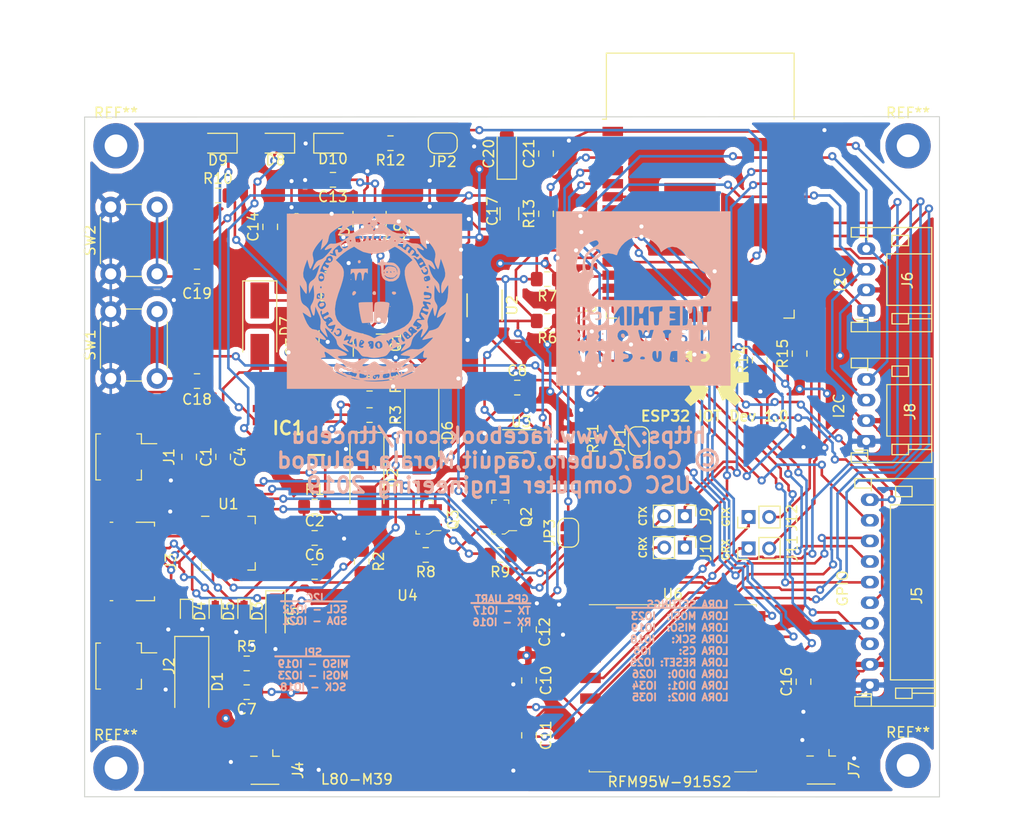
<source format=kicad_pcb>
(kicad_pcb (version 20171130) (host pcbnew "(5.0.1)-4")
  (layers (0 F.Cu signal) (31 B.Cu signal) (34 B.Paste user) (35 F.Paste user) (36 B.SilkS user) (37 F.SilkS user) (38 B.Mask user) (39 F.Mask user) (44 Edge.Cuts user))
  (net 0 "")
  (net 1 GND)
  (net 2 /BATT)
  (net 3 /VBUS)
  (net 4 /VIN)
  (net 5 /CP_VDD)
  (net 6 /V_INPUT)
  (net 7 VCC)
  (net 8 "Net-(C13-Pad1)")
  (net 9 /EN)
  (net 10 "Net-(D1-Pad2)")
  (net 11 /USB_D+)
  (net 12 /USB_D-)
  (net 13 "Net-(D7-Pad1)")
  (net 14 "Net-(D8-Pad2)")
  (net 15 "Net-(D8-Pad1)")
  (net 16 "Net-(D9-Pad1)")
  (net 17 "Net-(D10-Pad2)")
  (net 18 "Net-(IC1-Pad2)")
  (net 19 "Net-(IC1-Pad9)")
  (net 20 "Net-(J3-Pad4)")
  (net 21 "Net-(J4-Pad1)")
  (net 22 /IO4)
  (net 23 /IO15)
  (net 24 /IO27)
  (net 25 /IO33)
  (net 26 /IO32)
  (net 27 /ESP_SDA)
  (net 28 /ESP_SCL)
  (net 29 "Net-(J7-Pad1)")
  (net 30 "Net-(JP1-Pad1)")
  (net 31 "Net-(JP2-Pad2)")
  (net 32 "Net-(L1-Pad1)")
  (net 33 "Net-(L1-Pad2)")
  (net 34 /RTS)
  (net 35 "Net-(Q2-Pad1)")
  (net 36 "Net-(Q3-Pad1)")
  (net 37 /IO0)
  (net 38 /DTR)
  (net 39 "Net-(R1-Pad1)")
  (net 40 "Net-(R2-Pad1)")
  (net 41 "Net-(U1-Pad1)")
  (net 42 "Net-(U1-Pad2)")
  (net 43 "Net-(U1-Pad10)")
  (net 44 "Net-(U1-Pad12)")
  (net 45 "Net-(U1-Pad13)")
  (net 46 "Net-(U1-Pad14)")
  (net 47 "Net-(U1-Pad15)")
  (net 48 "Net-(U1-Pad16)")
  (net 49 "Net-(U1-Pad17)")
  (net 50 "Net-(U1-Pad18)")
  (net 51 "Net-(U1-Pad19)")
  (net 52 "Net-(U1-Pad20)")
  (net 53 "Net-(U1-Pad21)")
  (net 54 "Net-(U1-Pad22)")
  (net 55 "Net-(U1-Pad23)")
  (net 56 /ESP_TX)
  (net 57 /ESP_RX)
  (net 58 "Net-(U1-Pad27)")
  (net 59 "Net-(U2-Pad3)")
  (net 60 "Net-(U2-Pad4)")
  (net 61 /GPS_RX)
  (net 62 /GPS_TX)
  (net 63 /GPS_PPS)
  (net 64 "Net-(U4-Pad7)")
  (net 65 "Net-(U4-Pad8)")
  (net 66 "Net-(U4-Pad9)")
  (net 67 "Net-(U5-Pad11)")
  (net 68 /VSPI_MISO)
  (net 69 /VSPI_MOSI)
  (net 70 /VSPI_SCK)
  (net 71 /LORA_CS)
  (net 72 /LORA_RESET)
  (net 73 "Net-(U6-Pad7)")
  (net 74 "Net-(U6-Pad11)")
  (net 75 "Net-(U6-Pad12)")
  (net 76 /LORA_DIO0)
  (net 77 /LORA_DIO1)
  (net 78 /LORA_DIO2)
  (net 79 "Net-(U7-Pad17)")
  (net 80 "Net-(U7-Pad18)")
  (net 81 "Net-(U7-Pad19)")
  (net 82 "Net-(U7-Pad20)")
  (net 83 "Net-(U7-Pad21)")
  (net 84 "Net-(U7-Pad22)")
  (net 85 "Net-(U7-Pad32)")
  (net 86 /CP_TX)
  (net 87 /CP_RX)
  (net 88 "Net-(C7-Pad1)")
  (net 89 /IO12)
  (net 90 /IO13)
  (net 91 /IO14)
  (net 92 /EGPS_TX)
  (net 93 /EGPS_RX)
  (net 94 /IO39)
  (net 95 /IO36)
  (net 96 "Net-(R14-Pad2)")
  (module RF_Module:ESP32-WROOM-32 (layer F.Cu) (at 162.687 73.152)
    (fp_text reference U7 (at -10.61 8.43 90) (layer F.SilkS))
    (fp_text value ESP-32_WROOM32)
    (pad 39 smd rect (at -1 -0.755) (size 5 5) (layers F.Cu F.Paste F.Mask))
    (pad 1 smd rect (at -8.5 -8.255) (size 2 0.9) (layers F.Cu F.Paste F.Mask) (net 1 GND))
    (pad 2 smd rect (at -8.5 -6.985) (size 2 0.9) (layers F.Cu F.Paste F.Mask) (net 7 VCC))
    (pad 3 smd rect (at -8.5 -5.715) (size 2 0.9) (layers F.Cu F.Paste F.Mask) (net 9 /EN))
    (pad 4 smd rect (at -8.5 -4.445) (size 2 0.9) (layers F.Cu F.Paste F.Mask) (net 95 /IO36))
    (pad 5 smd rect (at -8.5 -3.175) (size 2 0.9) (layers F.Cu F.Paste F.Mask) (net 94 /IO39))
    (pad 6 smd rect (at -8.5 -1.905) (size 2 0.9) (layers F.Cu F.Paste F.Mask) (net 77 /LORA_DIO1))
    (pad 7 smd rect (at -8.5 -0.635) (size 2 0.9) (layers F.Cu F.Paste F.Mask) (net 78 /LORA_DIO2))
    (pad 8 smd rect (at -8.5 0.635) (size 2 0.9) (layers F.Cu F.Paste F.Mask) (net 26 /IO32))
    (pad 9 smd rect (at -8.5 1.905) (size 2 0.9) (layers F.Cu F.Paste F.Mask) (net 25 /IO33))
    (pad 10 smd rect (at -8.5 3.175) (size 2 0.9) (layers F.Cu F.Paste F.Mask) (net 72 /LORA_RESET))
    (pad 11 smd rect (at -8.5 4.445) (size 2 0.9) (layers F.Cu F.Paste F.Mask) (net 76 /LORA_DIO0))
    (pad 12 smd rect (at -8.5 5.715) (size 2 0.9) (layers F.Cu F.Paste F.Mask) (net 24 /IO27))
    (pad 13 smd rect (at -8.5 6.985) (size 2 0.9) (layers F.Cu F.Paste F.Mask) (net 91 /IO14))
    (pad 14 smd rect (at -8.5 8.255) (size 2 0.9) (layers F.Cu F.Paste F.Mask) (net 89 /IO12))
    (pad 15 smd rect (at -5.715 9.255 90) (size 2 0.9) (layers F.Cu F.Paste F.Mask) (net 1 GND))
    (pad 16 smd rect (at -4.445 9.255 90) (size 2 0.9) (layers F.Cu F.Paste F.Mask) (net 90 /IO13))
    (pad 17 smd rect (at -3.175 9.255 90) (size 2 0.9) (layers F.Cu F.Paste F.Mask) (net 79 "Net-(U7-Pad17)"))
    (pad 18 smd rect (at -1.905 9.255 90) (size 2 0.9) (layers F.Cu F.Paste F.Mask) (net 80 "Net-(U7-Pad18)"))
    (pad 19 smd rect (at -0.635 9.255 90) (size 2 0.9) (layers F.Cu F.Paste F.Mask) (net 81 "Net-(U7-Pad19)"))
    (pad 20 smd rect (at 0.635 9.255 90) (size 2 0.9) (layers F.Cu F.Paste F.Mask) (net 82 "Net-(U7-Pad20)"))
    (pad 21 smd rect (at 1.905 9.255 90) (size 2 0.9) (layers F.Cu F.Paste F.Mask) (net 83 "Net-(U7-Pad21)"))
    (pad 22 smd rect (at 3.175 9.255 90) (size 2 0.9) (layers F.Cu F.Paste F.Mask) (net 84 "Net-(U7-Pad22)"))
    (pad 23 smd rect (at 4.445 9.255 90) (size 2 0.9) (layers F.Cu F.Paste F.Mask) (net 23 /IO15))
    (pad 24 smd rect (at 5.715 9.255 90) (size 2 0.9) (layers F.Cu F.Paste F.Mask) (net 96 "Net-(R14-Pad2)"))
    (pad 25 smd rect (at 8.5 8.255) (size 2 0.9) (layers F.Cu F.Paste F.Mask) (net 37 /IO0))
    (pad 26 smd rect (at 8.5 6.985) (size 2 0.9) (layers F.Cu F.Paste F.Mask) (net 22 /IO4))
    (pad 27 smd rect (at 8.5 5.715) (size 2 0.9) (layers F.Cu F.Paste F.Mask) (net 93 /EGPS_RX))
    (pad 28 smd rect (at 8.5 4.445) (size 2 0.9) (layers F.Cu F.Paste F.Mask) (net 92 /EGPS_TX))
    (pad 29 smd rect (at 8.5 3.175) (size 2 0.9) (layers F.Cu F.Paste F.Mask) (net 71 /LORA_CS))
    (pad 30 smd rect (at 8.5 1.905) (size 2 0.9) (layers F.Cu F.Paste F.Mask) (net 70 /VSPI_SCK))
    (pad 31 smd rect (at 8.5 0.635) (size 2 0.9) (layers F.Cu F.Paste F.Mask) (net 68 /VSPI_MISO))
    (pad 32 smd rect (at 8.5 -0.635) (size 2 0.9) (layers F.Cu F.Paste F.Mask) (net 85 "Net-(U7-Pad32)"))
    (pad 33 smd rect (at 8.5 -1.905) (size 2 0.9) (layers F.Cu F.Paste F.Mask) (net 27 /ESP_SDA))
    (pad 34 smd rect (at 8.5 -3.175) (size 2 0.9) (layers F.Cu F.Paste F.Mask) (net 57 /ESP_RX))
    (pad 35 smd rect (at 8.5 -4.445) (size 2 0.9) (layers F.Cu F.Paste F.Mask) (net 56 /ESP_TX))
    (pad 36 smd rect (at 8.5 -5.715) (size 2 0.9) (layers F.Cu F.Paste F.Mask) (net 28 /ESP_SCL))
    (pad 37 smd rect (at 8.5 -6.985) (size 2 0.9) (layers F.Cu F.Paste F.Mask) (net 69 /VSPI_MOSI))
    (pad 38 smd rect (at 8.5 -8.255) (size 2 0.9) (layers F.Cu F.Paste F.Mask) (net 1 GND))
  )
  (module Capacitor_SMD:C_0805_2012Metric_Pad1.15x1.40mm_HandSolder (layer F.Cu) (at 113.03 96.52 270)
    (fp_text reference C1 (at 0 -1.65 270) (layer F.SilkS))
    (fp_text value "16V 4.7uF")
    (pad 2 smd roundrect (at 1.025 0 270) (size 1.15 1.4) (layers F.Cu F.Paste F.Mask) (roundrect_rratio 0.217391) (net 1 GND))
    (pad 1 smd roundrect (at -1.025 0 270) (size 1.15 1.4) (layers F.Cu F.Paste F.Mask) (roundrect_rratio 0.217391) (net 2 /BATT))
  )
  (module Capacitor_SMD:C_0805_2012Metric_Pad1.15x1.40mm_HandSolder (layer F.Cu) (at 125.222 104.394)
    (fp_text reference C2 (at 0 -1.65) (layer F.SilkS))
    (fp_text value 1uF)
    (pad 2 smd roundrect (at 1.025 0) (size 1.15 1.4) (layers F.Cu F.Paste F.Mask) (roundrect_rratio 0.217391) (net 1 GND))
    (pad 1 smd roundrect (at -1.025 0) (size 1.15 1.4) (layers F.Cu F.Paste F.Mask) (roundrect_rratio 0.217391) (net 3 /VBUS))
  )
  (module Capacitor_Tantalum_SMD:CP_EIA-3216-18_Kemet-A_Pad1.58x1.35mm_HandSolder (layer F.Cu) (at 124.714 85.852 90)
    (fp_text reference C3 (at 0 -1.75 90) (layer F.SilkS))
    (fp_text value "16V 22uF")
    (pad 1 smd roundrect (at -1.4375 0 90) (size 1.575 1.35) (layers F.Cu F.Paste F.Mask) (roundrect_rratio 0.185185) (net 4 /VIN))
    (pad 2 smd roundrect (at 1.4375 0 90) (size 1.575 1.35) (layers F.Cu F.Paste F.Mask) (roundrect_rratio 0.185185) (net 1 GND))
  )
  (module Capacitor_SMD:C_0805_2012Metric_Pad1.15x1.40mm_HandSolder (layer F.Cu) (at 116.332 96.52 270)
    (fp_text reference C4 (at 0 -1.65 270) (layer F.SilkS))
    (fp_text value "16V 4.7uF")
    (pad 1 smd roundrect (at -1.025 0 270) (size 1.15 1.4) (layers F.Cu F.Paste F.Mask) (roundrect_rratio 0.217391) (net 2 /BATT))
    (pad 2 smd roundrect (at 1.025 0 270) (size 1.15 1.4) (layers F.Cu F.Paste F.Mask) (roundrect_rratio 0.217391) (net 1 GND))
  )
  (module Capacitor_Tantalum_SMD:CP_EIA-3216-18_Kemet-A_Pad1.58x1.35mm_HandSolder (layer F.Cu) (at 121.412 112.014 270)
    (fp_text reference C5 (at 0 -1.75 270) (layer F.SilkS))
    (fp_text value "4.7uF Tantalum")
    (pad 1 smd roundrect (at -1.4375 0 270) (size 1.575 1.35) (layers F.Cu F.Paste F.Mask) (roundrect_rratio 0.185185) (net 5 /CP_VDD))
    (pad 2 smd roundrect (at 1.4375 0 270) (size 1.575 1.35) (layers F.Cu F.Paste F.Mask) (roundrect_rratio 0.185185) (net 1 GND))
  )
  (module Capacitor_SMD:C_0805_2012Metric_Pad1.15x1.40mm_HandSolder (layer F.Cu) (at 125.222 107.696)
    (fp_text reference C6 (at 0 -1.65) (layer F.SilkS))
    (fp_text value 0.1uF)
    (pad 1 smd roundrect (at -1.025 0) (size 1.15 1.4) (layers F.Cu F.Paste F.Mask) (roundrect_rratio 0.217391) (net 5 /CP_VDD))
    (pad 2 smd roundrect (at 1.025 0) (size 1.15 1.4) (layers F.Cu F.Paste F.Mask) (roundrect_rratio 0.217391) (net 1 GND))
  )
  (module Capacitor_SMD:C_0805_2012Metric_Pad1.15x1.40mm_HandSolder (layer F.Cu) (at 118.618 119.38 180)
    (fp_text reference C7 (at 0 -1.65 180) (layer F.SilkS))
    (fp_text value 0.1uF)
    (pad 1 smd roundrect (at -1.025 0 180) (size 1.15 1.4) (layers F.Cu F.Paste F.Mask) (roundrect_rratio 0.217391) (net 88 "Net-(C7-Pad1)"))
    (pad 2 smd roundrect (at 1.025 0 180) (size 1.15 1.4) (layers F.Cu F.Paste F.Mask) (roundrect_rratio 0.217391) (net 1 GND))
  )
  (module Capacitor_SMD:C_0805_2012Metric_Pad1.15x1.40mm_HandSolder (layer F.Cu) (at 144.907 89.789)
    (fp_text reference C8 (at 0 -1.65) (layer F.SilkS))
    (fp_text value 0.1uF)
    (pad 2 smd roundrect (at 1.025 0) (size 1.15 1.4) (layers F.Cu F.Paste F.Mask) (roundrect_rratio 0.217391) (net 1 GND))
    (pad 1 smd roundrect (at -1.025 0) (size 1.15 1.4) (layers F.Cu F.Paste F.Mask) (roundrect_rratio 0.217391) (net 2 /BATT))
  )
  (module Capacitor_SMD:C_0805_2012Metric_Pad1.15x1.40mm_HandSolder (layer F.Cu) (at 135.128 74.676 90)
    (fp_text reference C9 (at 0 -1.65 90) (layer F.SilkS))
    (fp_text value 10uF)
    (pad 2 smd roundrect (at 1.025 0 90) (size 1.15 1.4) (layers F.Cu F.Paste F.Mask) (roundrect_rratio 0.217391) (net 1 GND))
    (pad 1 smd roundrect (at -1.025 0 90) (size 1.15 1.4) (layers F.Cu F.Paste F.Mask) (roundrect_rratio 0.217391) (net 6 /V_INPUT))
  )
  (module Capacitor_SMD:C_0805_2012Metric_Pad1.15x1.40mm_HandSolder (layer F.Cu) (at 146.05 118.237 270)
    (fp_text reference C10 (at 0 -1.65 270) (layer F.SilkS))
    (fp_text value 0.1uF)
    (pad 2 smd roundrect (at 1.025 0 270) (size 1.15 1.4) (layers F.Cu F.Paste F.Mask) (roundrect_rratio 0.217391) (net 1 GND))
    (pad 1 smd roundrect (at -1.025 0 270) (size 1.15 1.4) (layers F.Cu F.Paste F.Mask) (roundrect_rratio 0.217391) (net 7 VCC))
  )
  (module Capacitor_SMD:C_0805_2012Metric_Pad1.15x1.40mm_HandSolder (layer F.Cu) (at 146.05 123.571 270)
    (fp_text reference C11 (at 0 -1.65 270) (layer F.SilkS))
    (fp_text value 10uF)
    (pad 1 smd roundrect (at -1.025 0 270) (size 1.15 1.4) (layers F.Cu F.Paste F.Mask) (roundrect_rratio 0.217391) (net 7 VCC))
    (pad 2 smd roundrect (at 1.025 0 270) (size 1.15 1.4) (layers F.Cu F.Paste F.Mask) (roundrect_rratio 0.217391) (net 1 GND))
  )
  (module Capacitor_SMD:C_0805_2012Metric_Pad1.15x1.40mm_HandSolder (layer F.Cu) (at 146.05 113.284 90)
    (fp_text reference C12 (at -0.254 1.524 90) (layer F.SilkS))
    (fp_text value 0.1uF)
    (pad 1 smd roundrect (at -1.025 0 90) (size 1.15 1.4) (layers F.Cu F.Paste F.Mask) (roundrect_rratio 0.217391) (net 7 VCC))
    (pad 2 smd roundrect (at 1.025 0 90) (size 1.15 1.4) (layers F.Cu F.Paste F.Mask) (roundrect_rratio 0.217391) (net 1 GND))
  )
  (module Capacitor_SMD:C_0805_2012Metric_Pad1.15x1.40mm_HandSolder (layer F.Cu) (at 127 69.596 180)
    (fp_text reference C13 (at 0 -1.65 180) (layer F.SilkS))
    (fp_text value 0.1uF)
    (pad 1 smd roundrect (at -1.025 0 180) (size 1.15 1.4) (layers F.Cu F.Paste F.Mask) (roundrect_rratio 0.217391) (net 8 "Net-(C13-Pad1)"))
    (pad 2 smd roundrect (at 1.025 0 180) (size 1.15 1.4) (layers F.Cu F.Paste F.Mask) (roundrect_rratio 0.217391) (net 1 GND))
  )
  (module Capacitor_SMD:C_0805_2012Metric_Pad1.15x1.40mm_HandSolder (layer F.Cu) (at 120.904 74.168 90)
    (fp_text reference C14 (at 0 -1.65 90) (layer F.SilkS))
    (fp_text value 10uF)
    (pad 1 smd roundrect (at -1.025 0 90) (size 1.15 1.4) (layers F.Cu F.Paste F.Mask) (roundrect_rratio 0.217391) (net 7 VCC))
    (pad 2 smd roundrect (at 1.025 0 90) (size 1.15 1.4) (layers F.Cu F.Paste F.Mask) (roundrect_rratio 0.217391) (net 1 GND))
  )
  (module Capacitor_SMD:C_0805_2012Metric_Pad1.15x1.40mm_HandSolder (layer F.Cu) (at 124.968 74.168 90)
    (fp_text reference C15 (at 0 -1.65 90) (layer F.SilkS))
    (fp_text value 10uF)
    (pad 2 smd roundrect (at 1.025 0 90) (size 1.15 1.4) (layers F.Cu F.Paste F.Mask) (roundrect_rratio 0.217391) (net 1 GND))
    (pad 1 smd roundrect (at -1.025 0 90) (size 1.15 1.4) (layers F.Cu F.Paste F.Mask) (roundrect_rratio 0.217391) (net 7 VCC))
  )
  (module Capacitor_SMD:C_0805_2012Metric_Pad1.15x1.40mm_HandSolder (layer F.Cu) (at 172.72 118.364 90)
    (fp_text reference C16 (at 0 -1.65 90) (layer F.SilkS))
    (fp_text value 0.1uF)
    (pad 2 smd roundrect (at 1.025 0 90) (size 1.15 1.4) (layers F.Cu F.Paste F.Mask) (roundrect_rratio 0.217391) (net 7 VCC))
    (pad 1 smd roundrect (at -1.025 0 90) (size 1.15 1.4) (layers F.Cu F.Paste F.Mask) (roundrect_rratio 0.217391) (net 1 GND))
  )
  (module Capacitor_SMD:C_1206_3216Metric_Pad1.42x1.75mm_HandSolder (layer F.Cu) (at 144.145 72.898 270)
    (fp_text reference C17 (at -0.254 1.651 270) (layer F.SilkS))
    (fp_text value 0.1uF)
    (pad 1 smd roundrect (at -1.4875 0 270) (size 1.425 1.75) (layers F.Cu F.Paste F.Mask) (roundrect_rratio 0.175439) (net 9 /EN))
    (pad 2 smd roundrect (at 1.4875 0 270) (size 1.425 1.75) (layers F.Cu F.Paste F.Mask) (roundrect_rratio 0.175439) (net 1 GND))
  )
  (module Capacitor_SMD:C_0805_2012Metric_Pad1.15x1.40mm_HandSolder (layer F.Cu) (at 113.792 89.154 180)
    (fp_text reference C18 (at 0 -1.778) (layer F.SilkS))
    (fp_text value 0.1uF)
    (pad 1 smd roundrect (at -1.025 0 180) (size 1.15 1.4) (layers F.Cu F.Paste F.Mask) (roundrect_rratio 0.217391) (net 1 GND))
    (pad 2 smd roundrect (at 1.025 0 180) (size 1.15 1.4) (layers F.Cu F.Paste F.Mask) (roundrect_rratio 0.217391) (net 37 /IO0))
  )
  (module Capacitor_SMD:C_0805_2012Metric_Pad1.15x1.40mm_HandSolder (layer F.Cu) (at 113.792 78.994 180)
    (fp_text reference C19 (at 0 -1.65 180) (layer F.SilkS))
    (fp_text value 0.1uF)
    (pad 1 smd roundrect (at -1.025 0 180) (size 1.15 1.4) (layers F.Cu F.Paste F.Mask) (roundrect_rratio 0.217391) (net 1 GND))
    (pad 2 smd roundrect (at 1.025 0 180) (size 1.15 1.4) (layers F.Cu F.Paste F.Mask) (roundrect_rratio 0.217391) (net 9 /EN))
  )
  (module Capacitor_Tantalum_SMD:CP_EIA-3216-18_Kemet-A_Pad1.58x1.35mm_HandSolder (layer F.Cu) (at 143.891 67.056 90)
    (fp_text reference C20 (at 0 -1.75 90) (layer F.SilkS))
    (fp_text value "22uF Tantalum")
    (pad 2 smd roundrect (at 1.4375 0 90) (size 1.575 1.35) (layers F.Cu F.Paste F.Mask) (roundrect_rratio 0.185185) (net 1 GND))
    (pad 1 smd roundrect (at -1.4375 0 90) (size 1.575 1.35) (layers F.Cu F.Paste F.Mask) (roundrect_rratio 0.185185) (net 7 VCC))
  )
  (module Capacitor_SMD:C_0805_2012Metric_Pad1.15x1.40mm_HandSolder (layer F.Cu) (at 147.701 67.056 90)
    (fp_text reference C21 (at 0 -1.65 90) (layer F.SilkS))
    (fp_text value 0.1uF)
    (pad 2 smd roundrect (at 1.025 0 90) (size 1.15 1.4) (layers F.Cu F.Paste F.Mask) (roundrect_rratio 0.217391) (net 1 GND))
    (pad 1 smd roundrect (at -1.025 0 90) (size 1.15 1.4) (layers F.Cu F.Paste F.Mask) (roundrect_rratio 0.217391) (net 7 VCC))
  )
  (module Diode_SMD:D_SMA_Handsoldering (layer F.Cu) (at 113.284 118.364 270)
    (fp_text reference D1 (at 0 -2.5 270) (layer F.SilkS))
    (fp_text value SS14)
    (pad 1 smd rect (at -2.5 0 270) (size 3.5 1.8) (layers F.Cu F.Paste F.Mask) (net 4 /VIN))
    (pad 2 smd rect (at 2.5 0 270) (size 3.5 1.8) (layers F.Cu F.Paste F.Mask) (net 10 "Net-(D1-Pad2)"))
  )
  (module Diode_SMD:D_SMA_Handsoldering (layer F.Cu) (at 130.302 98.552 270)
    (fp_text reference D2 (at 0 -2.5 270) (layer F.SilkS))
    (fp_text value SS14)
    (pad 2 smd rect (at 2.5 0 270) (size 3.5 1.8) (layers F.Cu F.Paste F.Mask) (net 3 /VBUS))
    (pad 1 smd rect (at -2.5 0 270) (size 3.5 1.8) (layers F.Cu F.Paste F.Mask) (net 4 /VIN))
  )
  (module Diode_SMD:D_SOD-523 (layer F.Cu) (at 118.364 111.506 270)
    (fp_text reference D3 (at 0 -1.3 270) (layer F.SilkS))
    (fp_text value LESD5Z5.0CT1G)
    (pad 1 smd rect (at -0.7 0 90) (size 0.6 0.7) (layers F.Cu F.Paste F.Mask) (net 3 /VBUS))
    (pad 2 smd rect (at 0.7 0 90) (size 0.6 0.7) (layers F.Cu F.Paste F.Mask) (net 1 GND))
  )
  (module Diode_SMD:D_SOD-523 (layer F.Cu) (at 112.776 111.506 270)
    (fp_text reference D4 (at 0 -1.3 270) (layer F.SilkS))
    (fp_text value LESD5Z5.0CT1G)
    (pad 2 smd rect (at 0.7 0 90) (size 0.6 0.7) (layers F.Cu F.Paste F.Mask) (net 1 GND))
    (pad 1 smd rect (at -0.7 0 90) (size 0.6 0.7) (layers F.Cu F.Paste F.Mask) (net 11 /USB_D+))
  )
  (module Diode_SMD:D_SOD-523 (layer F.Cu) (at 115.57 111.506 270)
    (fp_text reference D5 (at 0 -1.3 270) (layer F.SilkS))
    (fp_text value LESD5Z5.0CT1G)
    (pad 2 smd rect (at 0.7 0 90) (size 0.6 0.7) (layers F.Cu F.Paste F.Mask) (net 1 GND))
    (pad 1 smd rect (at -0.7 0 90) (size 0.6 0.7) (layers F.Cu F.Paste F.Mask) (net 12 /USB_D-))
  )
  (module Diode_SMD:D_SMA_Handsoldering (layer F.Cu) (at 135.636 93.98 270)
    (fp_text reference D6 (at 0 -2.5 270) (layer F.SilkS))
    (fp_text value SS14)
    (pad 2 smd rect (at 2.5 0 270) (size 3.5 1.8) (layers F.Cu F.Paste F.Mask) (net 3 /VBUS))
    (pad 1 smd rect (at -2.5 0 270) (size 3.5 1.8) (layers F.Cu F.Paste F.Mask) (net 6 /V_INPUT))
  )
  (module Diode_SMD:D_SMA_Handsoldering (layer F.Cu) (at 119.888 83.82 270)
    (fp_text reference D7 (at 0 -2.5 270) (layer F.SilkS))
    (fp_text value SS14)
    (pad 1 smd rect (at -2.5 0 270) (size 3.5 1.8) (layers F.Cu F.Paste F.Mask) (net 13 "Net-(D7-Pad1)"))
    (pad 2 smd rect (at 2.5 0 270) (size 3.5 1.8) (layers F.Cu F.Paste F.Mask) (net 2 /BATT))
  )
  (module LED_SMD:LED_0805_2012Metric_Pad1.15x1.40mm_HandSolder (layer F.Cu) (at 121.412 66.04 180)
    (fp_text reference D8 (at 0 -1.65 180) (layer F.SilkS))
    (fp_text value CHG)
    (pad 2 smd roundrect (at 1.025 0 180) (size 1.15 1.4) (layers F.Cu F.Paste F.Mask) (roundrect_rratio 0.217391) (net 14 "Net-(D8-Pad2)"))
    (pad 1 smd roundrect (at -1.025 0 180) (size 1.15 1.4) (layers F.Cu F.Paste F.Mask) (roundrect_rratio 0.217391) (net 15 "Net-(D8-Pad1)"))
  )
  (module LED_SMD:LED_0805_2012Metric_Pad1.15x1.40mm_HandSolder (layer F.Cu) (at 115.824 66.04 180)
    (fp_text reference D9 (at 0 -1.65 180) (layer F.SilkS))
    (fp_text value OK)
    (pad 1 smd roundrect (at -1.025 0 180) (size 1.15 1.4) (layers F.Cu F.Paste F.Mask) (roundrect_rratio 0.217391) (net 16 "Net-(D9-Pad1)"))
    (pad 2 smd roundrect (at 1.025 0 180) (size 1.15 1.4) (layers F.Cu F.Paste F.Mask) (roundrect_rratio 0.217391) (net 14 "Net-(D8-Pad2)"))
  )
  (module LED_SMD:LED_0805_2012Metric_Pad1.15x1.40mm_HandSolder (layer F.Cu) (at 127 66.04)
    (fp_text reference D10 (at 0 1.524) (layer F.SilkS))
    (fp_text value ACT_LED)
    (pad 1 smd roundrect (at -1.025 0) (size 1.15 1.4) (layers F.Cu F.Paste F.Mask) (roundrect_rratio 0.217391) (net 1 GND))
    (pad 2 smd roundrect (at 1.025 0) (size 1.15 1.4) (layers F.Cu F.Paste F.Mask) (roundrect_rratio 0.217391) (net 17 "Net-(D10-Pad2)"))
  )
  (module CN3083:SOIC127P600X175-9N (layer F.Cu) (at 122.682 93.726 180)
    (fp_text reference IC1 (at 0 0 180) (layer F.SilkS) (effects (font (size 1.27 1.27) (thickness 0.254))))
    (fp_text value CN3083 hide)
    (pad 1 smd rect (at -2.712 -1.905 270) (size 0.7 1.525) (layers F.Cu F.Paste F.Mask) (net 1 GND))
    (pad 2 smd rect (at -2.712 -0.635 270) (size 0.7 1.525) (layers F.Cu F.Paste F.Mask) (net 18 "Net-(IC1-Pad2)"))
    (pad 3 smd rect (at -2.712 0.635 270) (size 0.7 1.525) (layers F.Cu F.Paste F.Mask) (net 1 GND))
    (pad 4 smd rect (at -2.712 1.905 270) (size 0.7 1.525) (layers F.Cu F.Paste F.Mask) (net 4 /VIN))
    (pad 5 smd rect (at 2.712 1.905 270) (size 0.7 1.525) (layers F.Cu F.Paste F.Mask) (net 2 /BATT))
    (pad 6 smd rect (at 2.712 0.635 270) (size 0.7 1.525) (layers F.Cu F.Paste F.Mask) (net 16 "Net-(D9-Pad1)"))
    (pad 7 smd rect (at 2.712 -0.635 270) (size 0.7 1.525) (layers F.Cu F.Paste F.Mask) (net 15 "Net-(D8-Pad1)"))
    (pad 8 smd rect (at 2.712 -1.905 270) (size 0.7 1.525) (layers F.Cu F.Paste F.Mask) (net 2 /BATT))
    (pad 9 smd rect (at 0 0 180) (size 2.513 3.402) (layers F.Cu F.Paste F.Mask) (net 19 "Net-(IC1-Pad9)"))
  )
  (module Connector_Molex:Molex_PicoBlade_53261-0271_1x02-1MP_P1.25mm_Horizontal (layer F.Cu) (at 106.68 96.52 270)
    (fp_text reference J1 (at 0 -4.4 270) (layer F.SilkS))
    (fp_text value Battery)
    (pad MP smd roundrect (at 3.175 0.5 270) (size 2.1 3) (layers F.Cu F.Paste F.Mask) (roundrect_rratio 0.119048))
    (pad MP smd roundrect (at -3.175 0.5 270) (size 2.1 3) (layers F.Cu F.Paste F.Mask) (roundrect_rratio 0.119048))
    (pad 2 smd roundrect (at 0.625 -2.4 270) (size 0.8 1.6) (layers F.Cu F.Paste F.Mask) (net 1 GND))
    (pad 1 smd roundrect (at -0.625 -2.4 270) (size 0.8 1.6) (layers F.Cu F.Paste F.Mask) (net 2 /BATT))
  )
  (module Connector_Molex:Molex_PicoBlade_53261-0271_1x02-1MP_P1.25mm_Horizontal (layer F.Cu) (at 106.68 116.84 270)
    (fp_text reference J2 (at 0 -4.4 270) (layer F.SilkS))
    (fp_text value Solar)
    (pad 1 smd roundrect (at -0.625 -2.4 270) (size 0.8 1.6) (layers F.Cu F.Paste F.Mask) (net 10 "Net-(D1-Pad2)"))
    (pad 2 smd roundrect (at 0.625 -2.4 270) (size 0.8 1.6) (layers F.Cu F.Paste F.Mask) (net 1 GND))
    (pad MP smd roundrect (at -3.175 0.5 270) (size 2.1 3) (layers F.Cu F.Paste F.Mask) (roundrect_rratio 0.119048))
    (pad MP smd roundrect (at 3.175 0.5 270) (size 2.1 3) (layers F.Cu F.Paste F.Mask) (roundrect_rratio 0.119048))
  )
  (module Connector_USB:USB_Micro-B_Molex_47346-0001 (layer F.Cu) (at 107.95 106.68 270)
    (fp_text reference J3 (at 0 -3.3 90) (layer F.SilkS))
    (fp_text value USB_B_Micro)
    (pad 1 smd rect (at -1.3 -1.46 270) (size 0.45 1.38) (layers F.Cu F.Paste F.Mask) (net 3 /VBUS))
    (pad 2 smd rect (at -0.65 -1.46 270) (size 0.45 1.38) (layers F.Cu F.Paste F.Mask) (net 12 /USB_D-))
    (pad 3 smd rect (at 0 -1.46 270) (size 0.45 1.38) (layers F.Cu F.Paste F.Mask) (net 11 /USB_D+))
    (pad 4 smd rect (at 0.65 -1.46 270) (size 0.45 1.38) (layers F.Cu F.Paste F.Mask) (net 20 "Net-(J3-Pad4)"))
    (pad 5 smd rect (at 1.3 -1.46 270) (size 0.45 1.38) (layers F.Cu F.Paste F.Mask) (net 1 GND))
    (pad 6 smd rect (at -2.4625 -1.1 270) (size 1.475 2.1) (layers F.Cu F.Paste F.Mask) (net 1 GND))
    (pad 6 smd rect (at 2.4625 -1.1 270) (size 1.475 2.1) (layers F.Cu F.Paste F.Mask) (net 1 GND))
    (pad 6 smd rect (at -2.91 1.2 270) (size 2.375 1.9) (layers F.Cu F.Paste F.Mask) (net 1 GND))
    (pad 6 smd rect (at 2.91 1.2 270) (size 2.375 1.9) (layers F.Cu F.Paste F.Mask) (net 1 GND))
    (pad 6 smd rect (at -0.84 1.2 270) (size 1.175 1.9) (layers F.Cu F.Paste F.Mask) (net 1 GND))
    (pad 6 smd rect (at 0.84 1.2 270) (size 1.175 1.9) (layers F.Cu F.Paste F.Mask) (net 1 GND))
  )
  (module Connector_Coaxial:U.FL_Hirose_U.FL-R-SMT-1_Vertical (layer F.Cu) (at 120.396 126.492 270)
    (fp_text reference J4 (at 0.475 -3.2 270) (layer F.SilkS))
    (fp_text value Conn_Coaxial)
    (pad 2 smd rect (at 0.475 -1.475 270) (size 2.2 1.05) (layers F.Cu F.Paste F.Mask) (net 1 GND))
    (pad 1 smd rect (at -1.05 0 270) (size 1.05 1) (layers F.Cu F.Paste F.Mask) (net 21 "Net-(J4-Pad1)"))
    (pad 2 smd rect (at 0.475 1.475 270) (size 2.2 1.05) (layers F.Cu F.Paste F.Mask) (net 1 GND))
  )
  (module Connector_Coaxial:U.FL_Hirose_U.FL-R-SMT-1_Vertical (layer F.Cu) (at 174.4345 126.4666 270)
    (fp_text reference J7 (at 0.475 -3.2 270) (layer F.SilkS))
    (fp_text value Conn_Coaxial)
    (pad 2 smd rect (at 0.475 1.475 270) (size 2.2 1.05) (layers F.Cu F.Paste F.Mask) (net 1 GND))
    (pad 1 smd rect (at -1.05 0 270) (size 1.05 1) (layers F.Cu F.Paste F.Mask) (net 29 "Net-(J7-Pad1)"))
    (pad 2 smd rect (at 0.475 -1.475 270) (size 2.2 1.05) (layers F.Cu F.Paste F.Mask) (net 1 GND))
  )
  (module Jumper:SolderJumper-2_P1.3mm_Bridged_RoundedPad1.0x1.5mm (layer F.Cu) (at 137.668 66.04 180)
    (fp_text reference JP2 (at 0 -1.8 180) (layer F.SilkS))
    (fp_text value LED_EN)
    (pad 2 smd custom (at 0.65 0 180) (size 1 0.5) (layers F.Cu F.Mask) (net 31 "Net-(JP2-Pad2)") (options (clearance outline) (anchor rect)) (primitives (gr_circle (center 0 0.25) (end 0.5 0.25) (width 0)) (gr_circle (center 0 -0.25) (end 0.5 -0.25) (width 0)) (gr_poly (pts (xy 0 -0.75) (xy -0.5 -0.75) (xy -0.5 0.75) (xy 0 0.75)) (width 0))))
    (pad 1 smd custom (at -0.65 0 180) (size 1 0.5) (layers F.Cu F.Mask) (net 23 /IO15) (options (clearance outline) (anchor rect)) (primitives (gr_circle (center 0 0.25) (end 0.5 0.25) (width 0)) (gr_circle (center 0 -0.25) (end 0.5 -0.25) (width 0)) (gr_poly (pts (xy 0 -0.75) (xy 0.5 -0.75) (xy 0.5 0.75) (xy 0 0.75)) (width 0)) (gr_poly (pts (xy 0.9 -0.3) (xy 0.4 -0.3) (xy 0.4 0.3) (xy 0.9 0.3)) (width 0))))
  )
  (module Inductor_SMD:L_0805_2012Metric_Pad1.15x1.40mm_HandSolder (layer F.Cu) (at 126.492 79.248 180)
    (fp_text reference L1 (at 0 -1.65 180) (layer F.SilkS))
    (fp_text value 1.5uH)
    (pad 1 smd roundrect (at -1.025 0 180) (size 1.15 1.4) (layers F.Cu F.Paste F.Mask) (roundrect_rratio 0.217391) (net 32 "Net-(L1-Pad1)"))
    (pad 2 smd roundrect (at 1.025 0 180) (size 1.15 1.4) (layers F.Cu F.Paste F.Mask) (roundrect_rratio 0.217391) (net 33 "Net-(L1-Pad2)"))
  )
  (module Package_TO_SOT_SMD:SOT-23 (layer F.Cu) (at 130.556 85.344 90)
    (fp_text reference Q1 (at 0 2.54 90) (layer F.SilkS))
    (fp_text value SI2305CDS-T1-GE3)
    (pad 1 smd rect (at -1 -0.95 90) (size 0.9 0.8) (layers F.Cu F.Paste F.Mask) (net 3 /VBUS))
    (pad 2 smd rect (at -1 0.95 90) (size 0.9 0.8) (layers F.Cu F.Paste F.Mask) (net 13 "Net-(D7-Pad1)"))
    (pad 3 smd rect (at 1 0 90) (size 0.9 0.8) (layers F.Cu F.Paste F.Mask) (net 6 /V_INPUT))
  )
  (module digikey-footprints:SOT-23-3 (layer F.Cu) (at 143.256 102.362 180)
    (fp_text reference Q2 (at -2.54 0 270) (layer F.SilkS))
    (fp_text value MMSS8050-H-TP)
    (pad 3 smd rect (at 1.05 0 180) (size 1.3 0.6) (layers F.Cu F.Paste F.Mask) (net 9 /EN))
    (pad 2 smd rect (at -1.05 0.95 180) (size 1.3 0.6) (layers F.Cu F.Paste F.Mask) (net 34 /RTS))
    (pad 1 smd rect (at -1.05 -0.95 180) (size 1.3 0.6) (layers F.Cu F.Paste F.Mask) (net 35 "Net-(Q2-Pad1)"))
  )
  (module digikey-footprints:SOT-23-3 (layer F.Cu) (at 135.89 102.362 180)
    (fp_text reference Q3 (at -2.794 -0.254 270) (layer F.SilkS))
    (fp_text value MMSS8050-H-TP)
    (pad 1 smd rect (at -1.05 -0.95 180) (size 1.3 0.6) (layers F.Cu F.Paste F.Mask) (net 36 "Net-(Q3-Pad1)"))
    (pad 2 smd rect (at -1.05 0.95 180) (size 1.3 0.6) (layers F.Cu F.Paste F.Mask) (net 37 /IO0))
    (pad 3 smd rect (at 1.05 0 180) (size 1.3 0.6) (layers F.Cu F.Paste F.Mask) (net 38 /DTR))
  )
  (module Resistor_SMD:R_0805_2012Metric_Pad1.15x1.40mm_HandSolder (layer F.Cu) (at 125.222 101.346)
    (fp_text reference R1 (at 0 -1.65) (layer F.SilkS))
    (fp_text value 10K)
    (pad 2 smd roundrect (at 1.025 0) (size 1.15 1.4) (layers F.Cu F.Paste F.Mask) (roundrect_rratio 0.217391) (net 1 GND))
    (pad 1 smd roundrect (at -1.025 0) (size 1.15 1.4) (layers F.Cu F.Paste F.Mask) (roundrect_rratio 0.217391) (net 39 "Net-(R1-Pad1)"))
  )
  (module Resistor_SMD:R_0805_2012Metric_Pad1.15x1.40mm_HandSolder (layer F.Cu) (at 129.794 106.68 270)
    (fp_text reference R2 (at 0 -1.65 270) (layer F.SilkS))
    (fp_text value 4.7K)
    (pad 1 smd roundrect (at -1.025 0 270) (size 1.15 1.4) (layers F.Cu F.Paste F.Mask) (roundrect_rratio 0.217391) (net 40 "Net-(R2-Pad1)"))
    (pad 2 smd roundrect (at 1.025 0 270) (size 1.15 1.4) (layers F.Cu F.Paste F.Mask) (roundrect_rratio 0.217391) (net 5 /CP_VDD))
  )
  (module Resistor_SMD:R_0805_2012Metric_Pad1.15x1.40mm_HandSolder (layer F.Cu) (at 130.556 92.456)
    (fp_text reference R3 (at 2.54 0 90) (layer F.SilkS))
    (fp_text value 3.9K)
    (pad 2 smd roundrect (at 1.025 0) (size 1.15 1.4) (layers F.Cu F.Paste F.Mask) (roundrect_rratio 0.217391) (net 1 GND))
    (pad 1 smd roundrect (at -1.025 0) (size 1.15 1.4) (layers F.Cu F.Paste F.Mask) (roundrect_rratio 0.217391) (net 18 "Net-(IC1-Pad2)"))
  )
  (module Resistor_SMD:R_0805_2012Metric_Pad1.15x1.40mm_HandSolder (layer F.Cu) (at 130.556 89.408)
    (fp_text reference R4 (at 2.54 0 90) (layer F.SilkS))
    (fp_text value 10K)
    (pad 2 smd roundrect (at 1.025 0) (size 1.15 1.4) (layers F.Cu F.Paste F.Mask) (roundrect_rratio 0.217391) (net 1 GND))
    (pad 1 smd roundrect (at -1.025 0) (size 1.15 1.4) (layers F.Cu F.Paste F.Mask) (roundrect_rratio 0.217391) (net 3 /VBUS))
  )
  (module Resistor_SMD:R_0805_2012Metric_Pad1.15x1.40mm_HandSolder (layer F.Cu) (at 118.618 116.586)
    (fp_text reference R5 (at 0 -1.65) (layer F.SilkS))
    (fp_text value 10K)
    (pad 1 smd roundrect (at -1.025 0) (size 1.15 1.4) (layers F.Cu F.Paste F.Mask) (roundrect_rratio 0.217391) (net 7 VCC))
    (pad 2 smd roundrect (at 1.025 0) (size 1.15 1.4) (layers F.Cu F.Paste F.Mask) (roundrect_rratio 0.217391) (net 88 "Net-(C7-Pad1)"))
  )
  (module Resistor_SMD:R_0805_2012Metric_Pad1.15x1.40mm_HandSolder (layer F.Cu) (at 147.828 83.312 180)
    (fp_text reference R6 (at 0 -1.65 180) (layer F.SilkS))
    (fp_text value 2.2K)
    (pad 2 smd roundrect (at 1.025 0 180) (size 1.15 1.4) (layers F.Cu F.Paste F.Mask) (roundrect_rratio 0.217391) (net 28 /ESP_SCL))
    (pad 1 smd roundrect (at -1.025 0 180) (size 1.15 1.4) (layers F.Cu F.Paste F.Mask) (roundrect_rratio 0.217391) (net 7 VCC))
  )
  (module Resistor_SMD:R_0805_2012Metric_Pad1.15x1.40mm_HandSolder (layer F.Cu) (at 147.828 79.248 180)
    (fp_text reference R7 (at 0 -1.65 180) (layer F.SilkS))
    (fp_text value 2.2K)
    (pad 1 smd roundrect (at -1.025 0 180) (size 1.15 1.4) (layers F.Cu F.Paste F.Mask) (roundrect_rratio 0.217391) (net 7 VCC))
    (pad 2 smd roundrect (at 1.025 0 180) (size 1.15 1.4) (layers F.Cu F.Paste F.Mask) (roundrect_rratio 0.217391) (net 27 /ESP_SDA))
  )
  (module Resistor_SMD:R_0805_2012Metric_Pad1.15x1.40mm_HandSolder (layer F.Cu) (at 136.017 106.045 180)
    (fp_text reference R8 (at 0 -1.65 180) (layer F.SilkS))
    (fp_text value 10K)
    (pad 1 smd roundrect (at -1.025 0 180) (size 1.15 1.4) (layers F.Cu F.Paste F.Mask) (roundrect_rratio 0.217391) (net 35 "Net-(Q2-Pad1)"))
    (pad 2 smd roundrect (at 1.025 0 180) (size 1.15 1.4) (layers F.Cu F.Paste F.Mask) (roundrect_rratio 0.217391) (net 38 /DTR))
  )
  (module Resistor_SMD:R_0805_2012Metric_Pad1.15x1.40mm_HandSolder (layer F.Cu) (at 143.256 106.045)
    (fp_text reference R9 (at 0 1.651) (layer F.SilkS))
    (fp_text value 10K)
    (pad 1 smd roundrect (at -1.025 0) (size 1.15 1.4) (layers F.Cu F.Paste F.Mask) (roundrect_rratio 0.217391) (net 36 "Net-(Q3-Pad1)"))
    (pad 2 smd roundrect (at 1.025 0) (size 1.15 1.4) (layers F.Cu F.Paste F.Mask) (roundrect_rratio 0.217391) (net 34 /RTS))
  )
  (module Resistor_SMD:R_0805_2012Metric_Pad1.15x1.40mm_HandSolder (layer F.Cu) (at 115.824 71.12)
    (fp_text reference R10 (at 0 -1.65) (layer F.SilkS))
    (fp_text value 1K)
    (pad 1 smd roundrect (at -1.025 0) (size 1.15 1.4) (layers F.Cu F.Paste F.Mask) (roundrect_rratio 0.217391) (net 14 "Net-(D8-Pad2)"))
    (pad 2 smd roundrect (at 1.025 0) (size 1.15 1.4) (layers F.Cu F.Paste F.Mask) (roundrect_rratio 0.217391) (net 4 /VIN))
  )
  (module Resistor_SMD:R_0805_2012Metric_Pad1.15x1.40mm_HandSolder (layer F.Cu) (at 150.622 94.742 270)
    (fp_text reference R11 (at 0 -1.65 270) (layer F.SilkS))
    (fp_text value 1K)
    (pad 1 smd roundrect (at -1.025 0 270) (size 1.15 1.4) (layers F.Cu F.Paste F.Mask) (roundrect_rratio 0.217391) (net 7 VCC))
    (pad 2 smd roundrect (at 1.025 0 270) (size 1.15 1.4) (layers F.Cu F.Paste F.Mask) (roundrect_rratio 0.217391) (net 30 "Net-(JP1-Pad1)"))
  )
  (module Resistor_SMD:R_0805_2012Metric_Pad1.15x1.40mm_HandSolder (layer F.Cu) (at 132.588 66.04 180)
    (fp_text reference R12 (at 0 -1.65 180) (layer F.SilkS))
    (fp_text value 10K)
    (pad 1 smd roundrect (at -1.025 0 180) (size 1.15 1.4) (layers F.Cu F.Paste F.Mask) (roundrect_rratio 0.217391) (net 31 "Net-(JP2-Pad2)"))
    (pad 2 smd roundrect (at 1.025 0 180) (size 1.15 1.4) (layers F.Cu F.Paste F.Mask) (roundrect_rratio 0.217391) (net 17 "Net-(D10-Pad2)"))
  )
  (module Resistor_SMD:R_0805_2012Metric_Pad1.15x1.40mm_HandSolder (layer F.Cu) (at 147.701 72.898 90)
    (fp_text reference R13 (at 0 -1.65 90) (layer F.SilkS))
    (fp_text value 10K)
    (pad 2 smd roundrect (at 1.025 0 90) (size 1.15 1.4) (layers F.Cu F.Paste F.Mask) (roundrect_rratio 0.217391) (net 9 /EN))
    (pad 1 smd roundrect (at -1.025 0 90) (size 1.15 1.4) (layers F.Cu F.Paste F.Mask) (roundrect_rratio 0.217391) (net 7 VCC))
  )
  (module Button_Switch_THT:SW_PUSH_6mm_H4.3mm (layer F.Cu) (at 105.41 88.9 90)
    (fp_text reference SW1 (at 3.25 -2 90) (layer F.SilkS))
    (fp_text value BOOT)
    (pad 1 thru_hole circle (at 6.5 0 180) (size 2 2) (drill 1.1) (layers *.Cu *.Mask) (net 1 GND))
    (pad 2 thru_hole circle (at 6.5 4.5 180) (size 2 2) (drill 1.1) (layers *.Cu *.Mask) (net 37 /IO0))
    (pad 1 thru_hole circle (at 0 0 180) (size 2 2) (drill 1.1) (layers *.Cu *.Mask) (net 1 GND))
    (pad 2 thru_hole circle (at 0 4.5 180) (size 2 2) (drill 1.1) (layers *.Cu *.Mask) (net 37 /IO0))
  )
  (module Button_Switch_THT:SW_PUSH_6mm_H4.3mm (layer F.Cu) (at 105.41 78.74 90)
    (fp_text reference SW2 (at 3.25 -2 90) (layer F.SilkS))
    (fp_text value RESET)
    (pad 2 thru_hole circle (at 0 4.5 180) (size 2 2) (drill 1.1) (layers *.Cu *.Mask) (net 9 /EN))
    (pad 1 thru_hole circle (at 0 0 180) (size 2 2) (drill 1.1) (layers *.Cu *.Mask) (net 1 GND))
    (pad 2 thru_hole circle (at 6.5 4.5 180) (size 2 2) (drill 1.1) (layers *.Cu *.Mask) (net 9 /EN))
    (pad 1 thru_hole circle (at 6.5 0 180) (size 2 2) (drill 1.1) (layers *.Cu *.Mask) (net 1 GND))
  )
  (module Package_DFN_QFN:QFN-28-1EP_5x5mm_P0.5mm_EP3.35x3.35mm (layer F.Cu) (at 116.84 104.902)
    (fp_text reference U1 (at 0 -3.8) (layer F.SilkS))
    (fp_text value CP2102)
    (pad 29 smd roundrect (at 0 0) (size 3.35 3.35) (layers F.Cu F.Mask) (roundrect_rratio 0.074627) (net 1 GND))
    (pad 1 smd roundrect (at -2.45 -1.5) (size 0.8 0.25) (layers F.Cu F.Paste F.Mask) (net 41 "Net-(U1-Pad1)"))
    (pad 2 smd roundrect (at -2.45 -1) (size 0.8 0.25) (layers F.Cu F.Paste F.Mask) (net 42 "Net-(U1-Pad2)"))
    (pad 3 smd roundrect (at -2.45 -0.5) (size 0.8 0.25) (layers F.Cu F.Paste F.Mask) (net 1 GND))
    (pad 4 smd roundrect (at -2.45 0) (size 0.8 0.25) (layers F.Cu F.Paste F.Mask) (net 11 /USB_D+))
    (pad 5 smd roundrect (at -2.45 0.5) (size 0.8 0.25) (layers F.Cu F.Paste F.Mask) (net 12 /USB_D-))
    (pad 6 smd roundrect (at -2.45 1) (size 0.8 0.25) (layers F.Cu F.Paste F.Mask) (net 5 /CP_VDD))
    (pad 7 smd roundrect (at -2.45 1.5) (size 0.8 0.25) (layers F.Cu F.Paste F.Mask) (net 3 /VBUS))
    (pad 8 smd roundrect (at -1.5 2.45) (size 0.25 0.8) (layers F.Cu F.Paste F.Mask) (net 3 /VBUS))
    (pad 9 smd roundrect (at -1 2.45) (size 0.25 0.8) (layers F.Cu F.Paste F.Mask) (net 40 "Net-(R2-Pad1)"))
    (pad 10 smd roundrect (at -0.5 2.45) (size 0.25 0.8) (layers F.Cu F.Paste F.Mask) (net 43 "Net-(U1-Pad10)"))
    (pad 11 smd roundrect (at 0 2.45) (size 0.25 0.8) (layers F.Cu F.Paste F.Mask) (net 39 "Net-(R1-Pad1)"))
    (pad 12 smd roundrect (at 0.5 2.45) (size 0.25 0.8) (layers F.Cu F.Paste F.Mask) (net 44 "Net-(U1-Pad12)"))
    (pad 13 smd roundrect (at 1 2.45) (size 0.25 0.8) (layers F.Cu F.Paste F.Mask) (net 45 "Net-(U1-Pad13)"))
    (pad 14 smd roundrect (at 1.5 2.45) (size 0.25 0.8) (layers F.Cu F.Paste F.Mask) (net 46 "Net-(U1-Pad14)"))
    (pad 15 smd roundrect (at 2.45 1.5) (size 0.8 0.25) (layers F.Cu F.Paste F.Mask) (net 47 "Net-(U1-Pad15)"))
    (pad 16 smd roundrect (at 2.45 1) (size 0.8 0.25) (layers F.Cu F.Paste F.Mask) (net 48 "Net-(U1-Pad16)"))
    (pad 17 smd roundrect (at 2.45 0.5) (size 0.8 0.25) (layers F.Cu F.Paste F.Mask) (net 49 "Net-(U1-Pad17)"))
    (pad 18 smd roundrect (at 2.45 0) (size 0.8 0.25) (layers F.Cu F.Paste F.Mask) (net 50 "Net-(U1-Pad18)"))
    (pad 19 smd roundrect (at 2.45 -0.5) (size 0.8 0.25) (layers F.Cu F.Paste F.Mask) (net 51 "Net-(U1-Pad19)"))
    (pad 20 smd roundrect (at 2.45 -1) (size 0.8 0.25) (layers F.Cu F.Paste F.Mask) (net 52 "Net-(U1-Pad20)"))
    (pad 21 smd roundrect (at 2.45 -1.5) (size 0.8 0.25) (layers F.Cu F.Paste F.Mask) (net 53 "Net-(U1-Pad21)"))
    (pad 22 smd roundrect (at 1.5 -2.45) (size 0.25 0.8) (layers F.Cu F.Paste F.Mask) (net 54 "Net-(U1-Pad22)"))
    (pad 23 smd roundrect (at 1 -2.45) (size 0.25 0.8) (layers F.Cu F.Paste F.Mask) (net 55 "Net-(U1-Pad23)"))
    (pad 24 smd roundrect (at 0.5 -2.45) (size 0.25 0.8) (layers F.Cu F.Paste F.Mask) (net 34 /RTS))
    (pad 25 smd roundrect (at 0 -2.45) (size 0.25 0.8) (layers F.Cu F.Paste F.Mask) (net 87 /CP_RX))
    (pad 26 smd roundrect (at -0.5 -2.45) (size 0.25 0.8) (layers F.Cu F.Paste F.Mask) (net 86 /CP_TX))
    (pad 27 smd roundrect (at -1 -2.45) (size 0.25 0.8) (layers F.Cu F.Paste F.Mask) (net 58 "Net-(U1-Pad27)"))
    (pad 28 smd roundrect (at -1.5 -2.45) (size 0.25 0.8) (layers F.Cu F.Paste F.Mask) (net 38 /DTR))
  )
  (module Package_SON:Texas_PWSON-N6 (layer F.Cu) (at 141.732 81.788 270)
    (fp_text reference U2 (at 0 -2.67 270) (layer F.SilkS))
    (fp_text value HDC1080)
    (pad 7 smd rect (at 0 0 270) (size 1.5 2.4) (layers F.Cu F.Paste F.Mask) (net 1 GND))
    (pad 1 smd rect (at -1.4 -0.95 270) (size 0.6 0.4) (layers F.Cu F.Paste F.Mask) (net 27 /ESP_SDA))
    (pad 2 smd rect (at -1.4 0 270) (size 0.6 0.4) (layers F.Cu F.Paste F.Mask) (net 1 GND))
    (pad 3 smd rect (at -1.4 0.95 270) (size 0.6 0.4) (layers F.Cu F.Paste F.Mask) (net 59 "Net-(U2-Pad3)"))
    (pad 4 smd rect (at 1.4 0.95 270) (size 0.6 0.4) (layers F.Cu F.Paste F.Mask) (net 60 "Net-(U2-Pad4)"))
    (pad 5 smd rect (at 1.4 0 270) (size 0.6 0.4) (layers F.Cu F.Paste F.Mask) (net 7 VCC))
    (pad 6 smd rect (at 1.4 -0.95 270) (size 0.6 0.4) (layers F.Cu F.Paste F.Mask) (net 28 /ESP_SCL))
  )
  (module Package_DFN_QFN:TDFN-8-1EP_3x2mm_P0.5mm_EP1.80x1.65mm (layer F.Cu) (at 145.288 94.996)
    (fp_text reference U3 (at 0 -1.88) (layer F.SilkS))
    (fp_text value MAX1704X)
    (pad 1 smd oval (at -1.45 -0.75) (size 0.85 0.25) (layers F.Cu F.Paste F.Mask) (net 1 GND))
    (pad 2 smd oval (at -1.45 -0.25) (size 0.85 0.25) (layers F.Cu F.Paste F.Mask) (net 2 /BATT))
    (pad 3 smd oval (at -1.45 0.25) (size 0.85 0.25) (layers F.Cu F.Paste F.Mask) (net 2 /BATT))
    (pad 4 smd oval (at -1.45 0.75) (size 0.85 0.25) (layers F.Cu F.Paste F.Mask) (net 1 GND))
    (pad 8 smd oval (at 1.45 -0.75) (size 0.85 0.25) (layers F.Cu F.Paste F.Mask) (net 27 /ESP_SDA))
    (pad 7 smd oval (at 1.45 -0.25) (size 0.85 0.25) (layers F.Cu F.Paste F.Mask) (net 28 /ESP_SCL))
    (pad 6 smd oval (at 1.45 0.25) (size 0.85 0.25) (layers F.Cu F.Paste F.Mask) (net 1 GND))
    (pad 5 smd oval (at 1.45 0.75) (size 0.85 0.25) (layers F.Cu F.Paste F.Mask) (net 30 "Net-(JP1-Pad1)"))
    (pad 9 smd rect (at 0 0) (size 1.8 1.65) (layers F.Cu F.Mask))
  )
  (module QUICKTEL_L80:QUECTEL_L80-M39 (layer F.Cu) (at 134.239 119.126)
    (fp_text reference U4 (at 0 -9.144) (layer F.SilkS))
    (fp_text value L80-M39 (at -4.9149 8.7122) (layer F.SilkS))
    (pad 1 smd rect (at 7.9 5.5) (size 2.5 1) (layers F.Cu F.Paste F.Mask) (net 61 /GPS_RX))
    (pad 2 smd rect (at 7.9 2.96) (size 2.5 1) (layers F.Cu F.Paste F.Mask) (net 62 /GPS_TX))
    (pad 3 smd rect (at 7.9 0.42) (size 2.5 1) (layers F.Cu F.Paste F.Mask) (net 1 GND))
    (pad 4 smd rect (at 7.9 -2.12) (size 2.5 1) (layers F.Cu F.Paste F.Mask) (net 7 VCC))
    (pad 5 smd rect (at 7.9 -4.66) (size 2.5 1) (layers F.Cu F.Paste F.Mask) (net 7 VCC))
    (pad 6 smd rect (at 7.9 -7.2) (size 2.5 1) (layers F.Cu F.Paste F.Mask) (net 63 /GPS_PPS))
    (pad 7 smd rect (at -7.9 -7.2 180) (size 2.5 1) (layers F.Cu F.Paste F.Mask) (net 64 "Net-(U4-Pad7)"))
    (pad 8 smd rect (at -7.9 -4.66 180) (size 2.5 1) (layers F.Cu F.Paste F.Mask) (net 65 "Net-(U4-Pad8)"))
    (pad 9 smd rect (at -7.9 -2.12 180) (size 2.5 1) (layers F.Cu F.Paste F.Mask) (net 66 "Net-(U4-Pad9)"))
    (pad 10 smd rect (at -7.9 0.42 180) (size 2.5 1) (layers F.Cu F.Paste F.Mask) (net 88 "Net-(C7-Pad1)"))
    (pad 11 smd rect (at -7.9 2.96 180) (size 2.5 1) (layers F.Cu F.Paste F.Mask) (net 21 "Net-(J4-Pad1)"))
    (pad 12 smd rect (at -7.9 5.5 180) (size 2.5 1) (layers F.Cu F.Paste F.Mask) (net 1 GND))
  )
  (module Package_SON:VSON-10-1EP_3x3mm_P0.5mm_EP1.2x2mm_ThermalVias (layer F.Cu) (at 130.556 74.168 90)
    (fp_text reference U5 (at 0 -2.45 90) (layer F.SilkS))
    (fp_text value TPS63031DSKR)
    (pad 11 smd roundrect (at 0 0 90) (size 1.2 2) (layers F.Cu F.Mask) (roundrect_rratio 0.208333) (net 67 "Net-(U5-Pad11)"))
    (pad 11 thru_hole circle (at 0 -0.7 90) (size 0.6 0.6) (drill 0.3) (layers *.Cu) (net 67 "Net-(U5-Pad11)"))
    (pad 11 thru_hole circle (at 0 0.7 90) (size 0.6 0.6) (drill 0.3) (layers *.Cu) (net 67 "Net-(U5-Pad11)"))
    (pad 11 smd roundrect (at 0 0 90) (size 0.6 2) (layers B.Cu) (net 67 "Net-(U5-Pad11)"))
    (pad 1 smd roundrect (at -1.4375 -1 90) (size 0.875 0.25) (layers F.Cu F.Paste F.Mask) (net 7 VCC))
    (pad 2 smd roundrect (at -1.4375 -0.5 90) (size 0.875 0.25) (layers F.Cu F.Paste F.Mask) (net 33 "Net-(L1-Pad2)"))
    (pad 3 smd roundrect (at -1.4375 0 90) (size 0.875 0.25) (layers F.Cu F.Paste F.Mask) (net 1 GND))
    (pad 4 smd roundrect (at -1.4375 0.5 90) (size 0.875 0.25) (layers F.Cu F.Paste F.Mask) (net 32 "Net-(L1-Pad1)"))
    (pad 5 smd roundrect (at -1.4375 1 90) (size 0.875 0.25) (layers F.Cu F.Paste F.Mask) (net 6 /V_INPUT))
    (pad 6 smd roundrect (at 1.4375 1 90) (size 0.875 0.25) (layers F.Cu F.Paste F.Mask) (net 8 "Net-(C13-Pad1)"))
    (pad 7 smd roundrect (at 1.4375 0.5 90) (size 0.875 0.25) (layers F.Cu F.Paste F.Mask) (net 8 "Net-(C13-Pad1)"))
    (pad 8 smd roundrect (at 1.4375 0 90) (size 0.875 0.25) (layers F.Cu F.Paste F.Mask) (net 8 "Net-(C13-Pad1)"))
    (pad 9 smd roundrect (at 1.4375 -0.5 90) (size 0.875 0.25) (layers F.Cu F.Paste F.Mask) (net 1 GND))
    (pad 10 smd roundrect (at 1.4375 -1 90) (size 0.875 0.25) (layers F.Cu F.Paste F.Mask) (net 7 VCC))
  )
  (module RF_Module:HOPERF_RFM9XW_SMD (layer F.Cu) (at 160.02 118.999)
    (fp_text reference U6 (at 0 -9.144) (layer F.SilkS))
    (fp_text value RFM95W-915S2 (at -0.3175 9.0932) (layer F.SilkS))
    (pad 1 smd rect (at -8 -7) (size 2 1) (layers F.Cu F.Paste F.Mask) (net 1 GND))
    (pad 2 smd rect (at -8 -5) (size 2 1) (layers F.Cu F.Paste F.Mask) (net 68 /VSPI_MISO))
    (pad 3 smd rect (at -8 -3) (size 2 1) (layers F.Cu F.Paste F.Mask) (net 69 /VSPI_MOSI))
    (pad 4 smd rect (at -8 -1) (size 2 1) (layers F.Cu F.Paste F.Mask) (net 70 /VSPI_SCK))
    (pad 5 smd rect (at -8 1) (size 2 1) (layers F.Cu F.Paste F.Mask) (net 71 /LORA_CS))
    (pad 6 smd rect (at -8 3) (size 2 1) (layers F.Cu F.Paste F.Mask) (net 72 /LORA_RESET))
    (pad 7 smd rect (at -8 5) (size 2 1) (layers F.Cu F.Paste F.Mask) (net 73 "Net-(U6-Pad7)"))
    (pad 8 smd rect (at -8 7) (size 2 1) (layers F.Cu F.Paste F.Mask) (net 1 GND))
    (pad 9 smd rect (at 8 7) (size 2 1) (layers F.Cu F.Paste F.Mask) (net 29 "Net-(J7-Pad1)"))
    (pad 10 smd rect (at 8 5) (size 2 1) (layers F.Cu F.Paste F.Mask) (net 1 GND))
    (pad 11 smd rect (at 8 3) (size 2 1) (layers F.Cu F.Paste F.Mask) (net 74 "Net-(U6-Pad11)"))
    (pad 12 smd rect (at 8 1) (size 2 1) (layers F.Cu F.Paste F.Mask) (net 75 "Net-(U6-Pad12)"))
    (pad 13 smd rect (at 8 -1) (size 2 1) (layers F.Cu F.Paste F.Mask) (net 7 VCC))
    (pad 14 smd rect (at 8 -3) (size 2 1) (layers F.Cu F.Paste F.Mask) (net 76 /LORA_DIO0))
    (pad 15 smd rect (at 8 -5) (size 2 1) (layers F.Cu F.Paste F.Mask) (net 77 /LORA_DIO1))
    (pad 16 smd rect (at 8 -7) (size 2 1) (layers F.Cu F.Paste F.Mask) (net 78 /LORA_DIO2))
  )
  (module Connector_JST:JST_PH_S4B-PH-K_1x04_P2.00mm_Horizontal (layer F.Cu) (at 178.816 82.296 90)
    (fp_text reference J6 (at 2.921 4.0005 90) (layer F.SilkS))
    (fp_text value I2C (at 3.0226 -2.5527 90) (layer F.SilkS))
    (pad 1 thru_hole roundrect (at 0 0 90) (size 1.2 1.75) (drill 0.75) (layers *.Cu *.Mask) (roundrect_rratio 0.208333) (net 1 GND))
    (pad 2 thru_hole oval (at 2 0 90) (size 1.2 1.75) (drill 0.75) (layers *.Cu *.Mask) (net 7 VCC))
    (pad 3 thru_hole oval (at 4 0 90) (size 1.2 1.75) (drill 0.75) (layers *.Cu *.Mask) (net 27 /ESP_SDA))
    (pad 4 thru_hole oval (at 6 0 90) (size 1.2 1.75) (drill 0.75) (layers *.Cu *.Mask) (net 28 /ESP_SCL))
  )
  (module Connector_JST:JST_PH_S4B-PH-K_1x04_P2.00mm_Horizontal (layer F.Cu) (at 178.816 94.996 90)
    (fp_text reference J8 (at 2.8702 4.2545 90) (layer F.SilkS))
    (fp_text value I2C (at 3.429 -2.6543 90) (layer F.SilkS))
    (pad 4 thru_hole oval (at 6 0 90) (size 1.2 1.75) (drill 0.75) (layers *.Cu *.Mask) (net 28 /ESP_SCL))
    (pad 3 thru_hole oval (at 4 0 90) (size 1.2 1.75) (drill 0.75) (layers *.Cu *.Mask) (net 27 /ESP_SDA))
    (pad 2 thru_hole oval (at 2 0 90) (size 1.2 1.75) (drill 0.75) (layers *.Cu *.Mask) (net 7 VCC))
    (pad 1 thru_hole roundrect (at 0 0 90) (size 1.2 1.75) (drill 0.75) (layers *.Cu *.Mask) (roundrect_rratio 0.208333) (net 1 GND))
  )
  (module Connector_PinHeader_2.00mm:PinHeader_1x02_P2.00mm_Vertical (layer F.Cu) (at 161.189561 102.275548 270)
    (fp_text reference J9 (at 0 -2.06 270) (layer F.SilkS))
    (fp_text value CTX (at 0 4.06 270) (layer F.SilkS) (effects (font (size 0.7 0.7))))
    (pad 1 thru_hole rect (at 0 0 270) (size 1.35 1.35) (drill 0.8) (layers *.Cu *.Mask) (net 57 /ESP_RX))
    (pad 2 thru_hole oval (at 0 2 270) (size 1.35 1.35) (drill 0.8) (layers *.Cu *.Mask) (net 86 /CP_TX))
  )
  (module Connector_PinHeader_2.00mm:PinHeader_1x02_P2.00mm_Vertical (layer F.Cu) (at 161.189561 105.325548 270)
    (fp_text reference J10 (at 0 -2.06 270) (layer F.SilkS))
    (fp_text value CRX (at 0 4.06 270) (layer F.SilkS) (effects (font (size 0.7 0.7))))
    (pad 2 thru_hole oval (at 0 2 270) (size 1.35 1.35) (drill 0.8) (layers *.Cu *.Mask) (net 87 /CP_RX))
    (pad 1 thru_hole rect (at 0 0 270) (size 1.35 1.35) (drill 0.8) (layers *.Cu *.Mask) (net 56 /ESP_TX))
  )
  (module Connector_JST:JST_PH_S10B-PH-K_1x10_P2.00mm_Horizontal (layer F.Cu) (at 179.167001 118.682999 90)
    (fp_text reference J5 (at 8.675599 4.563899 90) (layer F.SilkS))
    (fp_text value GPIO (at 9.386799 -2.649701 90) (layer F.SilkS))
    (pad 1 thru_hole roundrect (at 0 0 90) (size 1.2 1.75) (drill 0.75) (layers *.Cu *.Mask) (roundrect_rratio 0.208333) (net 1 GND))
    (pad 2 thru_hole oval (at 2 0 90) (size 1.2 1.75) (drill 0.75) (layers *.Cu *.Mask) (net 7 VCC))
    (pad 3 thru_hole oval (at 4 0 90) (size 1.2 1.75) (drill 0.75) (layers *.Cu *.Mask) (net 22 /IO4))
    (pad 4 thru_hole oval (at 6 0 90) (size 1.2 1.75) (drill 0.75) (layers *.Cu *.Mask) (net 89 /IO12))
    (pad 5 thru_hole oval (at 8 0 90) (size 1.2 1.75) (drill 0.75) (layers *.Cu *.Mask) (net 90 /IO13))
    (pad 6 thru_hole oval (at 10 0 90) (size 1.2 1.75) (drill 0.75) (layers *.Cu *.Mask) (net 91 /IO14))
    (pad 7 thru_hole oval (at 12 0 90) (size 1.2 1.75) (drill 0.75) (layers *.Cu *.Mask) (net 23 /IO15))
    (pad 8 thru_hole oval (at 14 0 90) (size 1.2 1.75) (drill 0.75) (layers *.Cu *.Mask) (net 24 /IO27))
    (pad 9 thru_hole oval (at 16 0 90) (size 1.2 1.75) (drill 0.75) (layers *.Cu *.Mask) (net 26 /IO32))
    (pad 10 thru_hole oval (at 18 0 90) (size 1.2 1.75) (drill 0.75) (layers *.Cu *.Mask) (net 25 /IO33))
  )
  (module Connector_PinHeader_2.00mm:PinHeader_1x02_P2.00mm_Vertical (layer F.Cu) (at 167.386 105.41 90)
    (fp_text reference J11 (at -0.0254 4.2545 90) (layer F.SilkS))
    (fp_text value GRX (at -0.127 -2.2225 90) (layer F.SilkS) (effects (font (size 0.7 0.7))))
    (pad 2 thru_hole oval (at 0 2 90) (size 1.35 1.35) (drill 0.8) (layers *.Cu *.Mask) (net 92 /EGPS_TX))
    (pad 1 thru_hole rect (at 0 0 90) (size 1.35 1.35) (drill 0.8) (layers *.Cu *.Mask) (net 61 /GPS_RX))
  )
  (module Connector_PinHeader_2.00mm:PinHeader_1x02_P2.00mm_Vertical (layer F.Cu) (at 167.386 102.362 90)
    (fp_text reference J12 (at -0.0762 4.2037 90) (layer F.SilkS))
    (fp_text value GTX (at 0 -2.1971 90) (layer F.SilkS) (effects (font (size 0.7 0.7))))
    (pad 1 thru_hole rect (at 0 0 90) (size 1.35 1.35) (drill 0.8) (layers *.Cu *.Mask) (net 62 /GPS_TX))
    (pad 2 thru_hole oval (at 0 2 90) (size 1.35 1.35) (drill 0.8) (layers *.Cu *.Mask) (net 93 /EGPS_RX))
  )
  (module Jumper:SolderJumper-2_P1.3mm_Bridged_RoundedPad1.0x1.5mm (layer F.Cu) (at 149.86 103.886 90)
    (fp_text reference JP3 (at 0 -1.8 90) (layer F.SilkS))
    (fp_text value PPS)
    (pad 1 smd custom (at -0.65 0 90) (size 1 0.5) (layers F.Cu F.Mask) (net 63 /GPS_PPS) (options (clearance outline) (anchor rect)) (primitives (gr_circle (center 0 0.25) (end 0.5 0.25) (width 0)) (gr_circle (center 0 -0.25) (end 0.5 -0.25) (width 0)) (gr_poly (pts (xy 0 -0.75) (xy 0.5 -0.75) (xy 0.5 0.75) (xy 0 0.75)) (width 0)) (gr_poly (pts (xy 0.9 -0.3) (xy 0.4 -0.3) (xy 0.4 0.3) (xy 0.9 0.3)) (width 0))))
    (pad 2 smd custom (at 0.65 0 90) (size 1 0.5) (layers F.Cu F.Mask) (net 95 /IO36) (options (clearance outline) (anchor rect)) (primitives (gr_circle (center 0 0.25) (end 0.5 0.25) (width 0)) (gr_circle (center 0 -0.25) (end 0.5 -0.25) (width 0)) (gr_poly (pts (xy 0 -0.75) (xy -0.5 -0.75) (xy -0.5 0.75) (xy 0 0.75)) (width 0))))
  )
  (module Jumper:SolderJumper-2_P1.3mm_Bridged_RoundedPad1.0x1.5mm (layer F.Cu) (at 156.718 94.996 90)
    (fp_text reference JP1 (at 0 -1.8 90) (layer F.SilkS))
    (fp_text value PWR_ALERT)
    (pad 1 smd custom (at -0.65 0 90) (size 1 0.5) (layers F.Cu F.Mask) (net 30 "Net-(JP1-Pad1)") (options (clearance outline) (anchor rect)) (primitives (gr_circle (center 0 0.25) (end 0.5 0.25) (width 0)) (gr_circle (center 0 -0.25) (end 0.5 -0.25) (width 0)) (gr_poly (pts (xy 0 -0.75) (xy 0.5 -0.75) (xy 0.5 0.75) (xy 0 0.75)) (width 0)) (gr_poly (pts (xy 0.9 -0.3) (xy 0.4 -0.3) (xy 0.4 0.3) (xy 0.9 0.3)) (width 0))))
    (pad 2 smd custom (at 0.65 0 90) (size 1 0.5) (layers F.Cu F.Mask) (net 94 /IO39) (options (clearance outline) (anchor rect)) (primitives (gr_circle (center 0 0.25) (end 0.5 0.25) (width 0)) (gr_circle (center 0 -0.25) (end 0.5 -0.25) (width 0)) (gr_poly (pts (xy 0 -0.75) (xy -0.5 -0.75) (xy -0.5 0.75) (xy 0 0.75)) (width 0))))
  )
  (module MountingHole:MountingHole_2.2mm_M2_Pad (layer F.Cu) (at 182.88 66.294)
    (fp_text reference REF** (at 0 -3.2) (layer F.SilkS))
    (fp_text value MountingHole_2.2mm_M2_Pad)
    (pad 1 thru_hole circle (at 0 0) (size 4.4 4.4) (drill 2.2) (layers *.Cu *.Mask))
  )
  (module MountingHole:MountingHole_2.2mm_M2_Pad (layer F.Cu) (at 182.88 126.492)
    (fp_text reference REF** (at 0 -3.2) (layer F.SilkS))
    (fp_text value MountingHole_2.2mm_M2_Pad)
    (pad 1 thru_hole circle (at 0 0) (size 4.4 4.4) (drill 2.2) (layers *.Cu *.Mask))
  )
  (module MountingHole:MountingHole_2.2mm_M2_Pad (layer F.Cu) (at 105.918 126.746)
    (fp_text reference REF** (at 0 -3.2) (layer F.SilkS))
    (fp_text value MountingHole_2.2mm_M2_Pad)
    (pad 1 thru_hole circle (at 0 0) (size 4.4 4.4) (drill 2.2) (layers *.Cu *.Mask))
  )
  (module MountingHole:MountingHole_2.2mm_M2_Pad (layer F.Cu) (at 105.918 66.294)
    (fp_text reference REF** (at 0 -3.2) (layer F.SilkS))
    (fp_text value MountingHole_2.2mm_M2_Pad)
    (pad 1 thru_hole circle (at 0 0) (size 4.4 4.4) (drill 2.2) (layers *.Cu *.Mask))
  )
  (module Aesthetics:OSHW-LOGO-L (layer F.Cu) (at 163.9189 88.8238)
    (fp_text reference "" (at 0 0) (layer F.SilkS) (effects (font (size 1.524 1.524))))
    (fp_text value "" (at 0 0) (layer F.SilkS) (effects (font (size 1.524 1.524))))
  )
  (module iotcebu:ttn_cebu (layer B.Cu) (at 157.1625 81.1276 180)
    (fp_text reference G*** hide)
    (fp_text value LOGO hide)
  )
  (module Resistor_SMD:R_0805_2012Metric_Pad1.15x1.40mm_HandSolder (layer F.Cu) (at 168.4655 87.122 90)
    (fp_text reference R14 (at 0 -1.65 90) (layer F.SilkS))
    (fp_text value 4.7K)
    (pad 1 smd roundrect (at -1.025 0 90) (size 1.15 1.4) (layers F.Cu F.Paste F.Mask) (roundrect_rratio 0.217391) (net 1 GND))
    (pad 2 smd roundrect (at 1.025 0 90) (size 1.15 1.4) (layers F.Cu F.Paste F.Mask) (roundrect_rratio 0.217391) (net 96 "Net-(R14-Pad2)"))
  )
  (module Resistor_SMD:R_0805_2012Metric_Pad1.15x1.40mm_HandSolder (layer F.Cu) (at 172.339 86.487 90)
    (fp_text reference R15 (at 0 -1.65 90) (layer F.SilkS))
    (fp_text value 4.7K)
    (pad 2 smd roundrect (at 1.025 0 90) (size 1.15 1.4) (layers F.Cu F.Paste F.Mask) (roundrect_rratio 0.217391) (net 37 /IO0))
    (pad 1 smd roundrect (at -1.025 0 90) (size 1.15 1.4) (layers F.Cu F.Paste F.Mask) (roundrect_rratio 0.217391) (net 7 VCC))
  )
  (module iotcebu:usc_cebu (layer B.Cu) (at 131.0767 81.3562 180)
    (fp_text reference G*** hide)
    (fp_text value LOGO hide)
  )
  (gr_line (start 128.5875 115.9002) (end 121.3993 115.9002) (layer B.SilkS) (width 0.2))
  (gr_line (start 128.3335 110.5662) (end 121.9581 110.5408) (layer B.SilkS) (width 0.2))
  (gr_line (start 146.1897 110.744) (end 140.4493 110.7186) (layer B.SilkS) (width 0.2))
  (gr_text "GPS UART\nTX - IO17\nRX - IO16" (at 143.4211 111.4552) (layer B.SilkS) (effects (font (size 0.7 0.7) (thickness 0.175)) (justify mirror)))
  (gr_text "SPI\nMISO - IO19\nMOSI - IO23\nSCK - IO18" (at 125.0823 117.1956) (layer B.SilkS) (effects (font (size 0.7 0.7) (thickness 0.175)) (justify mirror)))
  (gr_text "I2C\nSCL - IO22\nSDA - IO21" (at 125.2347 111.3282) (layer B.SilkS) (effects (font (size 0.7 0.7) (thickness 0.175)) (justify mirror)))
  (gr_text "ESP32 IOT Dev 1.0\n" (at 164.0967 92.5576) (layer F.SilkS) (effects (font (size 1 1) (thickness 0.2))))
  (gr_line (start 165.2397 111.1758) (end 154.5717 111.1758) (layer B.SilkS) (width 0.2))
  (gr_text "https://www.facebook.com/ttncebu\n© Cola,Cubero,Gaquit,Morala,Palugod\nUSC Computer Engineering 2019\n" (at 143.1163 96.8502) (layer B.SilkS) (effects (font (size 1.5 1.5) (thickness 0.3)) (justify mirror)))
  (gr_text "LORA SETTINGS\nLORA MOSI:  IO23\nLORA MISO:  IO19\nLORA SCK:   IO18\nLORA CS:     IO5\nLORA RESET: IO25\nLORA DIO0:  IO26\nLORA DIO1:  IO34\nLORA DIO2:  IO35\n" (at 165.5445 115.3668) (layer B.SilkS) (effects (font (size 0.7 0.7) (thickness 0.175)) (justify left mirror)))
  (gr_line (start 102.87 129.54) (end 185.928 129.5527) (layer Edge.Cuts) (width 0.1))
  (gr_line (start 185.928 63.5) (end 185.928 129.54) (layer Edge.Cuts) (width 0.1))
  (gr_line (start 102.87 129.54) (end 102.87 63.5) (layer Edge.Cuts) (width 0.1))
  (gr_line (start 102.87 63.5) (end 185.928 63.4619) (layer Edge.Cuts) (width 0.1))
  (segment (start 147.2885 65.6185) (end 147.701 66.031) (width 0.25) (layer F.Cu) (net 1))
  (segment (start 143.891 65.6185) (end 147.2885 65.6185) (width 0.25) (layer F.Cu) (net 1))
  (segment (start 107.1975 109.1425) (end 106.75 109.59) (width 0.25) (layer F.Cu) (net 1))
  (segment (start 109.05 109.1425) (end 107.1975 109.1425) (width 0.25) (layer F.Cu) (net 1))
  (segment (start 106.75 109.59) (end 106.75 107.52) (width 0.25) (layer F.Cu) (net 1))
  (segment (start 106.75 107.52) (end 106.75 105.84) (width 0.25) (layer F.Cu) (net 1))
  (segment (start 108.6025 103.77) (end 109.05 104.2175) (width 0.25) (layer F.Cu) (net 1))
  (segment (start 106.75 103.77) (end 108.6025 103.77) (width 0.25) (layer F.Cu) (net 1))
  (segment (start 106.75 105.84) (end 106.75 103.77) (width 0.25) (layer F.Cu) (net 1))
  (segment (start 109.05 108.34) (end 109.41 107.98) (width 0.25) (layer F.Cu) (net 1))
  (segment (start 109.05 109.1425) (end 109.05 108.34) (width 0.25) (layer F.Cu) (net 1))
  (segment (start 116.34 104.402) (end 116.84 104.902) (width 0.25) (layer F.Cu) (net 1))
  (segment (start 114.39 104.402) (end 116.34 104.402) (width 0.25) (layer F.Cu) (net 1))
  (segment (start 113.941978 104.402) (end 114.39 104.402) (width 0.25) (layer F.Cu) (net 1))
  (segment (start 113.757478 104.2175) (end 113.941978 104.402) (width 0.25) (layer F.Cu) (net 1))
  (segment (start 109.05 104.2175) (end 113.757478 104.2175) (width 0.25) (layer F.Cu) (net 1))
  (segment (start 105.41 83.814213) (end 105.41 88.9) (width 0.25) (layer B.Cu) (net 1))
  (segment (start 105.41 82.4) (end 105.41 83.814213) (width 0.25) (layer B.Cu) (net 1))
  (segment (start 109.05 97.175) (end 109.08 97.145) (width 0.25) (layer F.Cu) (net 1))
  (segment (start 112.63 97.145) (end 113.03 97.545) (width 0.25) (layer F.Cu) (net 1))
  (segment (start 109.08 97.145) (end 112.63 97.145) (width 0.25) (layer F.Cu) (net 1))
  (segment (start 115.708628 98.168372) (end 116.332 97.545) (width 0.25) (layer F.Cu) (net 1))
  (segment (start 113.653372 98.168372) (end 115.708628 98.168372) (width 0.25) (layer F.Cu) (net 1))
  (segment (start 113.03 97.545) (end 113.653372 98.168372) (width 0.25) (layer F.Cu) (net 1))
  (segment (start 114.193628 89.777372) (end 114.817 89.154) (width 0.25) (layer F.Cu) (net 1))
  (segment (start 113.745999 90.225001) (end 114.193628 89.777372) (width 0.25) (layer F.Cu) (net 1))
  (segment (start 106.735001 90.225001) (end 113.745999 90.225001) (width 0.25) (layer F.Cu) (net 1))
  (segment (start 105.41 88.9) (end 106.735001 90.225001) (width 0.25) (layer F.Cu) (net 1))
  (via (at 111.252 98.806) (size 0.8) (drill 0.4) (layers F.Cu B.Cu) (net 1))
  (segment (start 113.03 97.545) (end 112.513 97.545) (width 0.25) (layer F.Cu) (net 1))
  (segment (start 112.513 97.545) (end 111.252 98.806) (width 0.25) (layer F.Cu) (net 1))
  (segment (start 105.41 92.964) (end 105.41 88.9) (width 0.25) (layer B.Cu) (net 1))
  (segment (start 111.252 98.806) (end 105.41 92.964) (width 0.25) (layer B.Cu) (net 1))
  (segment (start 105.41 82.4) (end 105.41 78.74) (width 0.25) (layer B.Cu) (net 1))
  (segment (start 105.41 77.325787) (end 105.41 72.24) (width 0.25) (layer B.Cu) (net 1))
  (segment (start 105.41 78.74) (end 105.41 77.325787) (width 0.25) (layer B.Cu) (net 1))
  (segment (start 125.975 66.049) (end 125.975 66.04) (width 0.25) (layer F.Cu) (net 1))
  (segment (start 125.975 69.587) (end 125.975 69.596) (width 0.25) (layer F.Cu) (net 1))
  (segment (start 124.206 67.818) (end 125.146947 68.758947) (width 0.25) (layer B.Cu) (net 1))
  (segment (start 125.146947 68.758947) (end 129.775457 68.758947) (width 0.25) (layer B.Cu) (net 1))
  (segment (start 129.775457 68.758947) (end 130.341142 68.758947) (width 0.25) (layer B.Cu) (net 1))
  (via (at 130.341142 68.758947) (size 0.8) (drill 0.4) (layers F.Cu B.Cu) (net 1))
  (via (at 128.52416 77.68701) (size 0.8) (drill 0.4) (layers F.Cu B.Cu) (net 1))
  (segment (start 130.056 70.619283) (end 130.364481 70.310802) (width 0.25) (layer F.Cu) (net 1))
  (segment (start 130.364481 70.310802) (end 130.364481 69.347971) (width 0.25) (layer F.Cu) (net 1))
  (segment (start 130.364481 69.347971) (end 130.341142 69.324632) (width 0.25) (layer F.Cu) (net 1))
  (segment (start 130.056 72.7305) (end 130.056 70.619283) (width 0.25) (layer F.Cu) (net 1))
  (segment (start 130.341142 69.324632) (end 130.341142 68.758947) (width 0.25) (layer F.Cu) (net 1))
  (via (at 140.208 73.406) (size 0.8) (drill 0.4) (layers F.Cu B.Cu) (net 1))
  (segment (start 141.1875 74.3855) (end 144.145 74.3855) (width 0.25) (layer F.Cu) (net 1))
  (segment (start 140.208 73.406) (end 141.1875 74.3855) (width 0.25) (layer F.Cu) (net 1))
  (segment (start 112.176 112.206) (end 112.776 112.206) (width 0.25) (layer F.Cu) (net 1))
  (segment (start 111.126 112.206) (end 112.176 112.206) (width 0.25) (layer F.Cu) (net 1))
  (segment (start 109.05 110.13) (end 111.126 112.206) (width 0.25) (layer F.Cu) (net 1))
  (segment (start 109.05 109.1425) (end 109.05 110.13) (width 0.25) (layer F.Cu) (net 1))
  (via (at 110.744 119.126) (size 0.8) (drill 0.4) (layers F.Cu B.Cu) (net 1))
  (segment (start 109.08 117.465) (end 109.083 117.465) (width 0.25) (layer F.Cu) (net 1))
  (segment (start 109.083 117.465) (end 110.744 119.126) (width 0.25) (layer F.Cu) (net 1))
  (via (at 110.998 113.284) (size 0.8) (drill 0.4) (layers F.Cu B.Cu) (net 1))
  (segment (start 110.744 119.126) (end 110.744 113.538) (width 0.25) (layer B.Cu) (net 1))
  (segment (start 110.744 113.538) (end 110.998 113.284) (width 0.25) (layer B.Cu) (net 1))
  (segment (start 112.776 112.756) (end 112.776 112.206) (width 0.25) (layer F.Cu) (net 1))
  (segment (start 112.248 113.284) (end 112.776 112.756) (width 0.25) (layer F.Cu) (net 1))
  (segment (start 110.998 113.284) (end 112.248 113.284) (width 0.25) (layer F.Cu) (net 1))
  (via (at 117.602 113.538) (size 0.8) (drill 0.4) (layers F.Cu B.Cu) (net 1))
  (segment (start 118.364 112.206) (end 118.364 112.776) (width 0.25) (layer F.Cu) (net 1))
  (segment (start 118.364 112.776) (end 117.602 113.538) (width 0.25) (layer F.Cu) (net 1))
  (segment (start 114.817 78.994) (end 112.531 81.28) (width 0.25) (layer F.Cu) (net 1))
  (via (at 111.54299 81.28) (size 0.8) (drill 0.4) (layers F.Cu B.Cu) (net 1))
  (segment (start 106.735001 80.065001) (end 110.327991 80.065001) (width 0.25) (layer B.Cu) (net 1))
  (segment (start 111.142991 80.880001) (end 111.54299 81.28) (width 0.25) (layer B.Cu) (net 1))
  (segment (start 112.108675 81.28) (end 111.54299 81.28) (width 0.25) (layer F.Cu) (net 1))
  (segment (start 112.531 81.28) (end 112.108675 81.28) (width 0.25) (layer F.Cu) (net 1))
  (segment (start 110.327991 80.065001) (end 111.142991 80.880001) (width 0.25) (layer B.Cu) (net 1))
  (segment (start 105.41 78.74) (end 106.735001 80.065001) (width 0.25) (layer B.Cu) (net 1))
  (segment (start 120.904 73.582) (end 120.904 73.209004) (width 0.25) (layer F.Cu) (net 1))
  (segment (start 120.904 73.209004) (end 120.904 73.143) (width 0.25) (layer F.Cu) (net 1))
  (segment (start 132.588 92.456) (end 133.096 92.964) (width 0.25) (layer F.Cu) (net 1))
  (segment (start 131.581 92.456) (end 132.588 92.456) (width 0.25) (layer F.Cu) (net 1))
  (via (at 133.096 92.964) (size 0.8) (drill 0.4) (layers F.Cu B.Cu) (net 1))
  (via (at 132.842 89.662) (size 0.8) (drill 0.4) (layers F.Cu B.Cu) (net 1))
  (segment (start 133.096 92.964) (end 133.096 89.916) (width 0.25) (layer B.Cu) (net 1))
  (segment (start 133.096 89.916) (end 132.842 89.662) (width 0.25) (layer B.Cu) (net 1))
  (segment (start 131.835 89.662) (end 131.581 89.408) (width 0.25) (layer F.Cu) (net 1))
  (segment (start 132.842 89.662) (end 131.835 89.662) (width 0.25) (layer F.Cu) (net 1))
  (via (at 128.27 95.758) (size 0.8) (drill 0.4) (layers F.Cu B.Cu) (net 1))
  (segment (start 128.27 93.419601) (end 128.27 95.758) (width 0.25) (layer F.Cu) (net 1))
  (segment (start 127.941399 93.091) (end 128.27 93.419601) (width 0.25) (layer F.Cu) (net 1))
  (segment (start 125.394 93.091) (end 127.941399 93.091) (width 0.25) (layer F.Cu) (net 1))
  (segment (start 130.302 95.758) (end 133.096 92.964) (width 0.25) (layer B.Cu) (net 1))
  (segment (start 128.27 95.758) (end 130.302 95.758) (width 0.25) (layer B.Cu) (net 1))
  (segment (start 128.143 95.631) (end 128.27 95.758) (width 0.25) (layer F.Cu) (net 1))
  (segment (start 125.394 95.631) (end 128.143 95.631) (width 0.25) (layer F.Cu) (net 1))
  (segment (start 125.8065 95.631) (end 125.394 95.631) (width 0.25) (layer F.Cu) (net 1))
  (segment (start 126.4065 96.231) (end 125.8065 95.631) (width 0.25) (layer F.Cu) (net 1))
  (segment (start 126.4065 96.3245) (end 126.4065 96.231) (width 0.25) (layer F.Cu) (net 1))
  (segment (start 126.247 96.484) (end 126.4065 96.3245) (width 0.25) (layer F.Cu) (net 1))
  (segment (start 126.247 101.346) (end 126.247 96.484) (width 0.25) (layer F.Cu) (net 1))
  (segment (start 125.5625 84.4145) (end 126.492 85.344) (width 0.25) (layer F.Cu) (net 1))
  (via (at 126.492 85.344) (size 0.8) (drill 0.4) (layers F.Cu B.Cu) (net 1))
  (segment (start 124.714 84.4145) (end 125.5625 84.4145) (width 0.25) (layer F.Cu) (net 1))
  (segment (start 128.52416 83.31184) (end 128.52416 77.68701) (width 0.25) (layer B.Cu) (net 1))
  (segment (start 126.492 85.344) (end 128.52416 83.31184) (width 0.25) (layer B.Cu) (net 1))
  (via (at 133.096 86.868) (size 0.8) (drill 0.4) (layers F.Cu B.Cu) (net 1))
  (segment (start 131.572 85.344) (end 133.096 86.868) (width 0.25) (layer B.Cu) (net 1))
  (segment (start 126.492 85.344) (end 131.572 85.344) (width 0.25) (layer B.Cu) (net 1))
  (segment (start 133.096 89.408) (end 132.842 89.662) (width 0.25) (layer F.Cu) (net 1))
  (segment (start 133.096 86.868) (end 133.096 89.408) (width 0.25) (layer F.Cu) (net 1))
  (segment (start 145.766 119.546) (end 146.05 119.262) (width 0.25) (layer F.Cu) (net 1))
  (segment (start 142.139 119.546) (end 145.766 119.546) (width 0.25) (layer F.Cu) (net 1))
  (segment (start 151.52 125.999) (end 152.02 125.999) (width 0.25) (layer F.Cu) (net 1))
  (segment (start 150.77 125.249) (end 151.52 125.999) (width 0.25) (layer F.Cu) (net 1))
  (segment (start 150.77 124.749) (end 150.77 125.249) (width 0.25) (layer F.Cu) (net 1))
  (segment (start 150.617 124.596) (end 150.77 124.749) (width 0.25) (layer F.Cu) (net 1))
  (segment (start 146.05 124.596) (end 150.617 124.596) (width 0.25) (layer F.Cu) (net 1))
  (segment (start 167.52 123.999) (end 168.02 123.999) (width 0.25) (layer F.Cu) (net 1))
  (segment (start 172.769 126.646) (end 172.769 127.221) (width 0.25) (layer F.Cu) (net 1))
  (segment (start 172.769 127.221) (end 173.544 127.221) (width 0.25) (layer F.Cu) (net 1))
  (segment (start 172.72 119.799) (end 172.72 119.389) (width 0.25) (layer F.Cu) (net 1))
  (segment (start 168.02 123.999) (end 168.52 123.999) (width 0.25) (layer F.Cu) (net 1))
  (segment (start 178.461 119.389) (end 179.167001 118.682999) (width 0.25) (layer F.Cu) (net 1))
  (segment (start 172.72 119.389) (end 178.461 119.389) (width 0.25) (layer F.Cu) (net 1))
  (via (at 146.812 110.744) (size 0.8) (drill 0.4) (layers F.Cu B.Cu) (net 1))
  (segment (start 146.05 112.259) (end 146.05 111.506) (width 0.25) (layer F.Cu) (net 1))
  (segment (start 146.05 111.506) (end 146.812 110.744) (width 0.25) (layer F.Cu) (net 1))
  (segment (start 150.099 111.999) (end 149.366339 111.266339) (width 0.25) (layer F.Cu) (net 1))
  (segment (start 149.366339 111.266339) (end 148.96634 110.86634) (width 0.25) (layer F.Cu) (net 1))
  (segment (start 152.02 111.999) (end 150.099 111.999) (width 0.25) (layer F.Cu) (net 1))
  (segment (start 148.844 110.744) (end 148.96634 110.86634) (width 0.25) (layer B.Cu) (net 1))
  (segment (start 146.812 110.744) (end 148.844 110.744) (width 0.25) (layer B.Cu) (net 1))
  (via (at 148.96634 110.86634) (size 0.8) (drill 0.4) (layers F.Cu B.Cu) (net 1))
  (segment (start 141.732 81.788) (end 141.732 80.388) (width 0.25) (layer F.Cu) (net 1))
  (segment (start 156.972 84.074) (end 157.48 84.582) (width 0.25) (layer F.Cu) (net 1))
  (segment (start 156.972 82.407) (end 156.972 84.074) (width 0.25) (layer F.Cu) (net 1))
  (via (at 157.48 84.582) (size 0.8) (drill 0.4) (layers F.Cu B.Cu) (net 1))
  (segment (start 157.48 84.582) (end 154.686 84.582) (width 0.25) (layer B.Cu) (net 1))
  (segment (start 154.686 84.582) (end 154.686 88.646) (width 0.25) (layer B.Cu) (net 1))
  (via (at 151.13 91.948) (size 0.8) (drill 0.4) (layers F.Cu B.Cu) (net 1))
  (segment (start 154.686 88.646) (end 151.384 91.948) (width 0.25) (layer B.Cu) (net 1))
  (segment (start 151.384 91.948) (end 151.13 91.948) (width 0.25) (layer B.Cu) (net 1))
  (via (at 144.78 88.392) (size 0.8) (drill 0.4) (layers F.Cu B.Cu) (net 1))
  (segment (start 145.447339 89.059339) (end 144.78 88.392) (width 0.25) (layer F.Cu) (net 1))
  (segment (start 151.13 91.948) (end 148.241339 89.059339) (width 0.25) (layer F.Cu) (net 1))
  (segment (start 148.241339 89.059339) (end 145.447339 89.059339) (width 0.25) (layer F.Cu) (net 1))
  (segment (start 143.838 94.246) (end 143.838 93.871) (width 0.25) (layer F.Cu) (net 1))
  (segment (start 143.838 93.871) (end 145.745013 91.963987) (width 0.25) (layer F.Cu) (net 1))
  (via (at 145.796 91.963987) (size 0.8) (drill 0.4) (layers F.Cu B.Cu) (net 1))
  (segment (start 145.745013 91.963987) (end 145.796 91.963987) (width 0.25) (layer F.Cu) (net 1))
  (segment (start 145.796 91.398302) (end 145.796 91.963987) (width 0.25) (layer B.Cu) (net 1))
  (segment (start 145.796 89.408) (end 145.796 91.398302) (width 0.25) (layer B.Cu) (net 1))
  (segment (start 144.78 88.392) (end 145.796 89.408) (width 0.25) (layer B.Cu) (net 1))
  (segment (start 145.932 91.827987) (end 145.796 91.963987) (width 0.25) (layer F.Cu) (net 1))
  (segment (start 145.932 89.789) (end 145.932 91.827987) (width 0.25) (layer F.Cu) (net 1))
  (via (at 141.732 96.012) (size 0.8) (drill 0.4) (layers F.Cu B.Cu) (net 1))
  (segment (start 143.838 95.746) (end 141.998 95.746) (width 0.25) (layer F.Cu) (net 1))
  (segment (start 141.998 95.746) (end 141.732 96.012) (width 0.25) (layer F.Cu) (net 1))
  (via (at 141.732 94.234) (size 0.8) (drill 0.4) (layers F.Cu B.Cu) (net 1))
  (segment (start 141.732 96.012) (end 141.732 94.234) (width 0.25) (layer B.Cu) (net 1))
  (segment (start 143.826 94.234) (end 143.838 94.246) (width 0.25) (layer F.Cu) (net 1))
  (segment (start 141.732 94.234) (end 143.826 94.234) (width 0.25) (layer F.Cu) (net 1))
  (segment (start 155.437 64.897) (end 171.187 64.897) (width 0.25) (layer F.Cu) (net 1))
  (segment (start 154.187 64.897) (end 155.437 64.897) (width 0.25) (layer F.Cu) (net 1))
  (segment (start 119.696 126.967) (end 121.871 126.967) (width 0.25) (layer F.Cu) (net 1))
  (segment (start 118.921 126.967) (end 119.696 126.967) (width 0.25) (layer F.Cu) (net 1))
  (segment (start 121.871 126.392) (end 121.871 126.967) (width 0.25) (layer F.Cu) (net 1))
  (via (at 144.526 127) (size 0.8) (drill 0.4) (layers F.Cu B.Cu) (net 1))
  (segment (start 146.05 124.596) (end 146.05 125.476) (width 0.25) (layer F.Cu) (net 1))
  (segment (start 146.05 125.476) (end 144.526 127) (width 0.25) (layer F.Cu) (net 1))
  (via (at 144.526 118.618) (size 0.8) (drill 0.4) (layers F.Cu B.Cu) (net 1))
  (segment (start 144.526 127) (end 144.526 118.618) (width 0.25) (layer B.Cu) (net 1))
  (segment (start 145.406 118.618) (end 146.05 119.262) (width 0.25) (layer F.Cu) (net 1))
  (segment (start 144.526 118.618) (end 145.406 118.618) (width 0.25) (layer F.Cu) (net 1))
  (via (at 149.352 113.792) (size 0.8) (drill 0.4) (layers F.Cu B.Cu) (net 1))
  (segment (start 144.526 118.618) (end 149.352 113.792) (width 0.25) (layer B.Cu) (net 1))
  (segment (start 151.145 111.999) (end 152.02 111.999) (width 0.25) (layer F.Cu) (net 1))
  (segment (start 149.352 113.792) (end 151.145 111.999) (width 0.25) (layer F.Cu) (net 1))
  (segment (start 141.732 96.012) (end 141.732 100.076) (width 0.25) (layer B.Cu) (net 1))
  (segment (start 141.732 100.076) (end 147.828 106.172) (width 0.25) (layer B.Cu) (net 1))
  (segment (start 147.828 109.728) (end 146.812 110.744) (width 0.25) (layer B.Cu) (net 1))
  (segment (start 147.828 106.172) (end 147.828 109.728) (width 0.25) (layer B.Cu) (net 1))
  (via (at 174.752 64.77) (size 0.8) (drill 0.4) (layers F.Cu B.Cu) (net 1))
  (segment (start 171.187 64.897) (end 174.625 64.897) (width 0.25) (layer F.Cu) (net 1))
  (segment (start 174.625 64.897) (end 174.752 64.77) (width 0.25) (layer F.Cu) (net 1))
  (via (at 176.022 79.502) (size 0.8) (drill 0.4) (layers F.Cu B.Cu) (net 1))
  (segment (start 173.010999 76.490999) (end 176.022 79.502) (width 0.25) (layer B.Cu) (net 1))
  (segment (start 173.010999 66.511001) (end 173.010999 76.490999) (width 0.25) (layer B.Cu) (net 1))
  (segment (start 174.752 64.77) (end 173.010999 66.511001) (width 0.25) (layer B.Cu) (net 1))
  (segment (start 176.022 79.502) (end 178.816 82.296) (width 0.25) (layer F.Cu) (net 1))
  (via (at 127.635 102.4255) (size 0.8) (drill 0.4) (layers F.Cu B.Cu) (net 1))
  (segment (start 126.247 101.346) (end 126.5555 101.346) (width 0.25) (layer F.Cu) (net 1))
  (segment (start 126.5555 101.346) (end 127.635 102.4255) (width 0.25) (layer F.Cu) (net 1))
  (via (at 128.0795 104.4575) (size 0.8) (drill 0.4) (layers F.Cu B.Cu) (net 1))
  (segment (start 127.635 102.4255) (end 127.635 104.013) (width 0.25) (layer B.Cu) (net 1))
  (segment (start 127.635 104.013) (end 128.0795 104.4575) (width 0.25) (layer B.Cu) (net 1))
  (segment (start 126.3105 104.4575) (end 126.247 104.394) (width 0.25) (layer F.Cu) (net 1))
  (segment (start 128.0795 104.4575) (end 126.3105 104.4575) (width 0.25) (layer F.Cu) (net 1))
  (segment (start 126.247 104.394) (end 126.247 107.696) (width 0.25) (layer F.Cu) (net 1))
  (segment (start 147.710491 91.963987) (end 146.361685 91.963987) (width 0.25) (layer F.Cu) (net 1))
  (segment (start 146.361685 91.963987) (end 145.796 91.963987) (width 0.25) (layer F.Cu) (net 1))
  (segment (start 148.108502 92.361998) (end 147.710491 91.963987) (width 0.25) (layer F.Cu) (net 1))
  (segment (start 148.108502 94.550498) (end 148.108502 92.361998) (width 0.25) (layer F.Cu) (net 1))
  (segment (start 146.738 95.246) (end 147.413 95.246) (width 0.25) (layer F.Cu) (net 1))
  (segment (start 147.413 95.246) (end 148.108502 94.550498) (width 0.25) (layer F.Cu) (net 1))
  (via (at 140.081 85.1535) (size 0.8) (drill 0.4) (layers F.Cu B.Cu) (net 1))
  (segment (start 142.433322 85.1535) (end 140.081 85.1535) (width 0.25) (layer F.Cu) (net 1))
  (segment (start 144.78 88.392) (end 144.78 87.500178) (width 0.25) (layer F.Cu) (net 1))
  (segment (start 144.78 87.500178) (end 142.433322 85.1535) (width 0.25) (layer F.Cu) (net 1))
  (via (at 139.446 76.3905) (size 0.8) (drill 0.4) (layers F.Cu B.Cu) (net 1))
  (segment (start 140.208 73.406) (end 140.208 75.6285) (width 0.25) (layer F.Cu) (net 1))
  (segment (start 140.208 75.6285) (end 139.446 76.3905) (width 0.25) (layer F.Cu) (net 1))
  (via (at 139.446 79.0575) (size 0.8) (drill 0.4) (layers F.Cu B.Cu) (net 1))
  (segment (start 140.5015 79.0575) (end 139.446 79.0575) (width 0.25) (layer F.Cu) (net 1))
  (segment (start 141.732 80.388) (end 141.732 80.288) (width 0.25) (layer F.Cu) (net 1))
  (segment (start 141.732 80.288) (end 140.5015 79.0575) (width 0.25) (layer F.Cu) (net 1))
  (segment (start 139.446 78.491815) (end 139.446 76.3905) (width 0.25) (layer B.Cu) (net 1))
  (segment (start 139.446 79.0575) (end 139.446 78.491815) (width 0.25) (layer B.Cu) (net 1))
  (via (at 149.9235 65.786) (size 0.8) (drill 0.4) (layers F.Cu B.Cu) (net 1))
  (segment (start 147.946 65.786) (end 147.701 66.031) (width 0.25) (layer F.Cu) (net 1))
  (segment (start 149.9235 65.786) (end 147.946 65.786) (width 0.25) (layer F.Cu) (net 1))
  (segment (start 151.765 64.897) (end 154.187 64.897) (width 0.25) (layer F.Cu) (net 1))
  (segment (start 149.9235 65.786) (end 151.765 64.897) (width 0.25) (layer F.Cu) (net 1))
  (segment (start 136.398 72.1995) (end 140.208 73.406) (width 0.25) (layer B.Cu) (net 1))
  (via (at 136.398 72.1995) (size 0.8) (drill 0.4) (layers F.Cu B.Cu) (net 1))
  (segment (start 135.128 73.4695) (end 136.398 72.1995) (width 0.25) (layer F.Cu) (net 1))
  (segment (start 135.128 73.651) (end 135.128 73.4695) (width 0.25) (layer F.Cu) (net 1))
  (via (at 140.716 66.3575) (size 0.8) (drill 0.4) (layers F.Cu B.Cu) (net 1))
  (segment (start 143.152 66.3575) (end 143.891 65.6185) (width 0.25) (layer F.Cu) (net 1))
  (segment (start 140.716 66.3575) (end 143.152 66.3575) (width 0.25) (layer F.Cu) (net 1))
  (via (at 126.873 72.898) (size 0.8) (drill 0.4) (layers F.Cu B.Cu) (net 1))
  (segment (start 128.124161 77.287011) (end 128.52416 77.68701) (width 0.25) (layer B.Cu) (net 1))
  (segment (start 127.254 76.41685) (end 128.124161 77.287011) (width 0.25) (layer B.Cu) (net 1))
  (segment (start 126.873 72.898) (end 127.254 76.41685) (width 0.25) (layer B.Cu) (net 1))
  (segment (start 125.213 72.898) (end 124.968 73.143) (width 0.25) (layer F.Cu) (net 1))
  (segment (start 126.873 72.898) (end 125.213 72.898) (width 0.25) (layer F.Cu) (net 1))
  (via (at 168.529 90.17) (size 0.8) (drill 0.4) (layers F.Cu B.Cu) (net 1))
  (segment (start 168.4655 88.147) (end 168.4655 90.1065) (width 0.25) (layer F.Cu) (net 1))
  (segment (start 168.4655 90.1065) (end 168.529 90.17) (width 0.25) (layer F.Cu) (net 1))
  (segment (start 168.529 90.17) (end 170.18 90.17) (width 0.25) (layer B.Cu) (net 1))
  (via (at 170.688 93.5355) (size 0.8) (drill 0.4) (layers F.Cu B.Cu) (net 1))
  (segment (start 170.18 90.17) (end 170.688 90.678) (width 0.25) (layer B.Cu) (net 1))
  (segment (start 170.688 90.678) (end 170.688 93.5355) (width 0.25) (layer B.Cu) (net 1))
  (via (at 172.72 95.5675) (size 0.8) (drill 0.4) (layers F.Cu B.Cu) (net 1))
  (segment (start 170.688 93.5355) (end 172.72 95.5675) (width 0.25) (layer F.Cu) (net 1))
  (via (at 174.752 95.631) (size 0.8) (drill 0.4) (layers F.Cu B.Cu) (net 1))
  (segment (start 174.6885 95.5675) (end 174.752 95.631) (width 0.25) (layer B.Cu) (net 1))
  (segment (start 172.72 95.5675) (end 174.6885 95.5675) (width 0.25) (layer B.Cu) (net 1))
  (segment (start 174.752 95.065315) (end 176.218315 93.599) (width 0.25) (layer F.Cu) (net 1))
  (segment (start 174.752 95.631) (end 174.752 95.065315) (width 0.25) (layer F.Cu) (net 1))
  (segment (start 177.419 93.599) (end 178.816 94.996) (width 0.25) (layer F.Cu) (net 1))
  (segment (start 176.218315 93.599) (end 177.419 93.599) (width 0.25) (layer F.Cu) (net 1))
  (via (at 111.1885 101.8286) (size 0.8) (drill 0.4) (layers F.Cu B.Cu) (net 1))
  (segment (start 111.1885 102.3915) (end 111.1885 101.8286) (width 0.25) (layer F.Cu) (net 1))
  (segment (start 109.05 104.2175) (end 109.3625 104.2175) (width 0.25) (layer F.Cu) (net 1))
  (segment (start 109.3625 104.2175) (end 111.1885 102.3915) (width 0.25) (layer F.Cu) (net 1))
  (segment (start 111.1885 98.8695) (end 111.252 98.806) (width 0.25) (layer B.Cu) (net 1))
  (segment (start 111.1885 101.8286) (end 111.1885 98.8695) (width 0.25) (layer B.Cu) (net 1))
  (via (at 114.2873 113.2586) (size 0.8) (drill 0.4) (layers F.Cu B.Cu) (net 1))
  (segment (start 115.57 112.206) (end 115.3399 112.206) (width 0.25) (layer F.Cu) (net 1))
  (segment (start 115.3399 112.206) (end 114.2873 113.2586) (width 0.25) (layer F.Cu) (net 1))
  (segment (start 117.3226 113.2586) (end 117.602 113.538) (width 0.25) (layer B.Cu) (net 1))
  (segment (start 114.2873 113.2586) (end 117.3226 113.2586) (width 0.25) (layer B.Cu) (net 1))
  (via (at 121.412 115.189) (size 0.8) (drill 0.4) (layers F.Cu B.Cu) (net 1))
  (segment (start 120.65 116.586) (end 117.602 113.538) (width 0.25) (layer B.Cu) (net 1))
  (segment (start 121.412 115.189) (end 121.412 113.4515) (width 0.25) (layer F.Cu) (net 1))
  (via (at 119.1641 114.7826) (size 0.8) (drill 0.4) (layers F.Cu B.Cu) (net 1))
  (segment (start 118.49301 115.45369) (end 119.1641 114.7826) (width 0.25) (layer F.Cu) (net 1))
  (segment (start 117.593 119.38) (end 118.49301 118.47999) (width 0.25) (layer F.Cu) (net 1))
  (segment (start 118.49301 118.47999) (end 118.49301 115.45369) (width 0.25) (layer F.Cu) (net 1))
  (segment (start 121.0056 114.7826) (end 121.412 115.189) (width 0.25) (layer B.Cu) (net 1))
  (segment (start 119.1641 114.7826) (end 121.0056 114.7826) (width 0.25) (layer B.Cu) (net 1))
  (via (at 172.7073 121.285) (size 0.8) (drill 0.4) (layers F.Cu B.Cu) (net 1))
  (segment (start 172.72 119.389) (end 172.72 121.2723) (width 0.25) (layer F.Cu) (net 1))
  (segment (start 172.72 121.2723) (end 172.7073 121.285) (width 0.25) (layer F.Cu) (net 1))
  (segment (start 176.565 121.285) (end 179.167001 118.682999) (width 0.25) (layer B.Cu) (net 1))
  (segment (start 172.7073 121.285) (end 176.565 121.285) (width 0.25) (layer B.Cu) (net 1))
  (via (at 172.6057 124.0282) (size 0.8) (drill 0.4) (layers F.Cu B.Cu) (net 1))
  (segment (start 168.02 123.999) (end 172.5765 123.999) (width 0.25) (layer F.Cu) (net 1))
  (segment (start 172.5765 123.999) (end 172.6057 124.0282) (width 0.25) (layer F.Cu) (net 1))
  (segment (start 172.6057 121.3866) (end 172.7073 121.285) (width 0.25) (layer B.Cu) (net 1))
  (segment (start 172.6057 124.0282) (end 172.6057 121.3866) (width 0.25) (layer B.Cu) (net 1))
  (via (at 177.6349 125.8062) (size 0.8) (drill 0.4) (layers F.Cu B.Cu) (net 1))
  (segment (start 176.5588 125.8062) (end 177.6349 125.8062) (width 0.25) (layer F.Cu) (net 1))
  (segment (start 175.719 127.221) (end 175.719 126.646) (width 0.25) (layer F.Cu) (net 1))
  (segment (start 175.719 126.646) (end 176.5588 125.8062) (width 0.25) (layer F.Cu) (net 1))
  (segment (start 174.3837 125.8062) (end 172.6057 124.0282) (width 0.25) (layer B.Cu) (net 1))
  (segment (start 177.6349 125.8062) (end 174.3837 125.8062) (width 0.25) (layer B.Cu) (net 1))
  (segment (start 129.393149 76.818021) (end 128.52416 77.68701) (width 0.25) (layer F.Cu) (net 1))
  (segment (start 129.965412 76.818021) (end 129.393149 76.818021) (width 0.25) (layer F.Cu) (net 1))
  (segment (start 130.556 76.227433) (end 129.965412 76.818021) (width 0.25) (layer F.Cu) (net 1))
  (segment (start 130.556 75.6055) (end 130.556 76.227433) (width 0.25) (layer F.Cu) (net 1))
  (via (at 133.3881 73.6346) (size 0.8) (drill 0.4) (layers F.Cu B.Cu) (net 1))
  (segment (start 135.128 73.651) (end 133.4045 73.651) (width 0.25) (layer F.Cu) (net 1))
  (segment (start 133.4045 73.651) (end 133.3881 73.6346) (width 0.25) (layer F.Cu) (net 1))
  (segment (start 134.8232 72.1995) (end 136.398 72.1995) (width 0.25) (layer B.Cu) (net 1))
  (segment (start 133.3881 73.6346) (end 134.8232 72.1995) (width 0.25) (layer B.Cu) (net 1))
  (segment (start 138.6205 66.3575) (end 140.716 66.3575) (width 0.25) (layer B.Cu) (net 1))
  (segment (start 136.398 69.6722) (end 138.6205 66.3575) (width 0.25) (layer B.Cu) (net 1))
  (via (at 136.398 69.6722) (size 0.8) (drill 0.4) (layers F.Cu B.Cu) (net 1))
  (segment (start 136.398 69.6722) (end 136.398 72.1995) (width 0.25) (layer F.Cu) (net 1))
  (segment (start 122.9741 73.143) (end 122.9741 72.263) (width 0.25) (layer F.Cu) (net 1))
  (via (at 122.9741 72.263) (size 0.8) (drill 0.4) (layers F.Cu B.Cu) (net 1))
  (segment (start 120.904 73.143) (end 122.9741 73.143) (width 0.25) (layer F.Cu) (net 1))
  (segment (start 122.9741 73.143) (end 124.968 73.143) (width 0.25) (layer F.Cu) (net 1))
  (via (at 122.9741 69.723) (size 0.8) (drill 0.4) (layers F.Cu B.Cu) (net 1))
  (segment (start 122.9741 72.263) (end 122.9741 69.723) (width 0.25) (layer F.Cu) (net 1))
  (via (at 124.3457 66.0654) (size 0.8) (drill 0.4) (layers F.Cu B.Cu) (net 1))
  (segment (start 125.975 66.04) (end 124.3711 66.04) (width 0.25) (layer F.Cu) (net 1))
  (segment (start 124.3711 66.04) (end 124.3457 66.0654) (width 0.25) (layer F.Cu) (net 1))
  (segment (start 122.9741 67.437) (end 122.9741 69.723) (width 0.25) (layer B.Cu) (net 1))
  (segment (start 124.3457 66.0654) (end 122.9741 67.437) (width 0.25) (layer B.Cu) (net 1))
  (via (at 124.2949 69.6214) (size 0.8) (drill 0.4) (layers F.Cu B.Cu) (net 1))
  (segment (start 125.975 69.596) (end 124.3203 69.596) (width 0.25) (layer F.Cu) (net 1))
  (segment (start 124.3203 69.596) (end 124.2949 69.6214) (width 0.25) (layer F.Cu) (net 1))
  (segment (start 123.0757 69.6214) (end 122.9741 69.723) (width 0.25) (layer B.Cu) (net 1))
  (segment (start 124.2949 69.6214) (end 123.0757 69.6214) (width 0.25) (layer B.Cu) (net 1))
  (segment (start 124.3457 69.5706) (end 124.2949 69.6214) (width 0.25) (layer B.Cu) (net 1))
  (segment (start 124.3457 66.0654) (end 124.3457 69.5706) (width 0.25) (layer B.Cu) (net 1))
  (segment (start 173.7345 126.9416) (end 175.9095 126.9416) (width 0.25) (layer F.Cu) (net 1))
  (segment (start 172.9595 126.9416) (end 173.7345 126.9416) (width 0.25) (layer F.Cu) (net 1))
  (via (at 125.6157 126.9238) (size 0.8) (drill 0.4) (layers F.Cu B.Cu) (net 1))
  (segment (start 126.339 124.626) (end 126.339 126.2005) (width 0.25) (layer F.Cu) (net 1))
  (segment (start 126.339 126.2005) (end 125.6157 126.9238) (width 0.25) (layer F.Cu) (net 1))
  (via (at 123.9393 126.9238) (size 0.8) (drill 0.4) (layers F.Cu B.Cu) (net 1))
  (segment (start 125.6157 126.9238) (end 123.9393 126.9238) (width 0.25) (layer B.Cu) (net 1))
  (segment (start 121.9142 126.9238) (end 121.871 126.967) (width 0.25) (layer F.Cu) (net 1))
  (segment (start 123.9393 126.9238) (end 121.9142 126.9238) (width 0.25) (layer F.Cu) (net 1))
  (via (at 117.0813 126.1618) (size 0.8) (drill 0.4) (layers F.Cu B.Cu) (net 1))
  (segment (start 118.921 126.967) (end 117.8865 126.967) (width 0.25) (layer F.Cu) (net 1))
  (segment (start 117.8865 126.967) (end 117.0813 126.1618) (width 0.25) (layer F.Cu) (net 1))
  (via (at 118.0973 121.3866) (size 0.8) (drill 0.4) (layers F.Cu B.Cu) (net 1))
  (segment (start 117.593 119.38) (end 117.593 120.8823) (width 0.25) (layer F.Cu) (net 1))
  (segment (start 117.593 120.8823) (end 118.0973 121.3866) (width 0.25) (layer F.Cu) (net 1))
  (segment (start 112.406628 96.118372) (end 113.03 95.495) (width 0.25) (layer F.Cu) (net 2))
  (segment (start 112.15929 96.36571) (end 112.406628 96.118372) (width 0.25) (layer F.Cu) (net 2))
  (segment (start 109.55071 96.36571) (end 112.15929 96.36571) (width 0.25) (layer F.Cu) (net 2))
  (segment (start 109.08 95.895) (end 109.55071 96.36571) (width 0.25) (layer F.Cu) (net 2))
  (segment (start 113.03 95.495) (end 116.332 95.495) (width 0.25) (layer F.Cu) (net 2))
  (segment (start 119.834 95.495) (end 119.97 95.631) (width 0.25) (layer F.Cu) (net 2))
  (segment (start 116.332 95.495) (end 119.834 95.495) (width 0.25) (layer F.Cu) (net 2))
  (segment (start 119.97 86.402) (end 119.888 86.32) (width 0.25) (layer F.Cu) (net 2))
  (segment (start 119.97 91.821) (end 119.97 86.402) (width 0.25) (layer F.Cu) (net 2))
  (via (at 124.714 98.044) (size 0.8) (drill 0.4) (layers F.Cu B.Cu) (net 2))
  (segment (start 123.3955 98.044) (end 124.714 98.044) (width 0.25) (layer F.Cu) (net 2))
  (segment (start 119.97 95.631) (end 120.9825 95.631) (width 0.25) (layer F.Cu) (net 2))
  (segment (start 120.9825 95.631) (end 123.3955 98.044) (width 0.25) (layer F.Cu) (net 2))
  (segment (start 136.906 98.044) (end 138.43 96.52) (width 0.25) (layer B.Cu) (net 2))
  (segment (start 124.714 98.044) (end 136.906 98.044) (width 0.25) (layer B.Cu) (net 2))
  (via (at 138.43 96.52) (size 0.8) (drill 0.4) (layers F.Cu B.Cu) (net 2))
  (segment (start 138.43 96.52) (end 139.704 95.246) (width 0.25) (layer F.Cu) (net 2))
  (segment (start 142.663 95.246) (end 141.478 95.246) (width 0.25) (layer F.Cu) (net 2))
  (segment (start 143.163 94.746) (end 142.663 95.246) (width 0.25) (layer F.Cu) (net 2))
  (segment (start 143.838 94.746) (end 143.163 94.746) (width 0.25) (layer F.Cu) (net 2))
  (segment (start 139.704 95.246) (end 141.478 95.246) (width 0.25) (layer F.Cu) (net 2))
  (segment (start 141.478 95.246) (end 143.838 95.246) (width 0.25) (layer F.Cu) (net 2))
  (segment (start 117.888 88.32) (end 118.738 88.32) (width 0.25) (layer F.Cu) (net 2))
  (segment (start 119.888 87.17) (end 119.888 86.32) (width 0.25) (layer F.Cu) (net 2))
  (segment (start 116.332 95.495) (end 116.332 89.876) (width 0.25) (layer F.Cu) (net 2))
  (segment (start 118.738 88.32) (end 119.888 87.17) (width 0.25) (layer F.Cu) (net 2))
  (segment (start 116.332 89.876) (end 117.888 88.32) (width 0.25) (layer F.Cu) (net 2))
  (segment (start 143.882 89.789) (end 143.882 91.010998) (width 0.25) (layer F.Cu) (net 2))
  (segment (start 143.882 91.010998) (end 138.829999 96.062999) (width 0.25) (layer F.Cu) (net 2))
  (segment (start 138.829999 96.120001) (end 138.43 96.52) (width 0.25) (layer F.Cu) (net 2))
  (segment (start 138.829999 96.062999) (end 138.829999 96.120001) (width 0.25) (layer F.Cu) (net 2))
  (via (at 115.824 109.22) (size 0.8) (drill 0.4) (layers F.Cu B.Cu) (net 3))
  (segment (start 115.34 108.736) (end 115.824 109.22) (width 0.25) (layer F.Cu) (net 3))
  (segment (start 115.34 107.352) (end 115.34 108.736) (width 0.25) (layer F.Cu) (net 3))
  (segment (start 114.39 106.402) (end 115.34 107.352) (width 0.25) (layer F.Cu) (net 3))
  (segment (start 118.364 110.227) (end 124.197 104.394) (width 0.25) (layer F.Cu) (net 3))
  (segment (start 118.364 110.806) (end 118.364 110.227) (width 0.25) (layer F.Cu) (net 3))
  (segment (start 117.41 110.806) (end 117.764 110.806) (width 0.25) (layer F.Cu) (net 3))
  (segment (start 117.764 110.806) (end 118.364 110.806) (width 0.25) (layer F.Cu) (net 3))
  (segment (start 115.824 109.22) (end 117.41 110.806) (width 0.25) (layer F.Cu) (net 3))
  (segment (start 109.41 105.38) (end 111.113318 105.38) (width 0.25) (layer F.Cu) (net 3))
  (segment (start 111.150809 105.342509) (end 111.550808 104.94251) (width 0.25) (layer F.Cu) (net 3))
  (segment (start 115.824 109.22) (end 111.550808 104.946808) (width 0.25) (layer B.Cu) (net 3))
  (segment (start 111.113318 105.38) (end 111.150809 105.342509) (width 0.25) (layer F.Cu) (net 3))
  (segment (start 111.550808 104.946808) (end 111.550808 104.94251) (width 0.25) (layer B.Cu) (net 3))
  (via (at 111.550808 104.94251) (size 0.8) (drill 0.4) (layers F.Cu B.Cu) (net 3))
  (segment (start 129.606 89.333) (end 129.531 89.408) (width 0.25) (layer F.Cu) (net 3))
  (segment (start 129.606 86.344) (end 129.606 89.333) (width 0.25) (layer F.Cu) (net 3))
  (segment (start 133.821002 93.815002) (end 135.636 95.63) (width 0.25) (layer F.Cu) (net 3))
  (segment (start 135.636 95.63) (end 135.636 96.48) (width 0.25) (layer F.Cu) (net 3))
  (segment (start 133.821002 92.615998) (end 133.821002 93.815002) (width 0.25) (layer F.Cu) (net 3))
  (segment (start 132.137004 90.932) (end 133.821002 92.615998) (width 0.25) (layer F.Cu) (net 3))
  (segment (start 131.055 90.932) (end 132.137004 90.932) (width 0.25) (layer F.Cu) (net 3))
  (segment (start 129.531 89.408) (end 131.055 90.932) (width 0.25) (layer F.Cu) (net 3))
  (segment (start 130.302 101.052) (end 130.302 100.202) (width 0.25) (layer F.Cu) (net 3))
  (segment (start 132.370999 96.970989) (end 132.861988 96.48) (width 0.25) (layer F.Cu) (net 3))
  (segment (start 132.861988 96.48) (end 134.486 96.48) (width 0.25) (layer F.Cu) (net 3))
  (segment (start 132.370999 98.133001) (end 132.370999 96.970989) (width 0.25) (layer F.Cu) (net 3))
  (segment (start 130.302 100.202) (end 132.370999 98.133001) (width 0.25) (layer F.Cu) (net 3))
  (segment (start 134.486 96.48) (end 135.636 96.48) (width 0.25) (layer F.Cu) (net 3))
  (segment (start 124.197 104.394) (end 125.22201 103.36899) (width 0.25) (layer F.Cu) (net 3))
  (segment (start 130.302 101.902) (end 130.302 101.052) (width 0.25) (layer F.Cu) (net 3))
  (segment (start 125.22201 103.36899) (end 128.83501 103.36899) (width 0.25) (layer F.Cu) (net 3))
  (segment (start 128.83501 103.36899) (end 130.302 101.902) (width 0.25) (layer F.Cu) (net 3))
  (via (at 133.096 103.378) (size 0.8) (drill 0.4) (layers F.Cu B.Cu) (net 4))
  (via (at 133.096 94.488) (size 0.8) (drill 0.4) (layers F.Cu B.Cu) (net 4))
  (segment (start 131.866 94.488) (end 130.302 96.052) (width 0.25) (layer F.Cu) (net 4))
  (segment (start 133.096 94.488) (end 131.866 94.488) (width 0.25) (layer F.Cu) (net 4))
  (segment (start 125.394 87.9695) (end 124.714 87.2895) (width 0.25) (layer F.Cu) (net 4))
  (segment (start 125.394 91.821) (end 125.394 87.9695) (width 0.25) (layer F.Cu) (net 4))
  (segment (start 117.472372 75.308372) (end 117.602 75.438) (width 0.25) (layer F.Cu) (net 4))
  (segment (start 117.472372 71.743372) (end 117.472372 75.308372) (width 0.25) (layer F.Cu) (net 4))
  (via (at 117.602 75.438) (size 0.8) (drill 0.4) (layers F.Cu B.Cu) (net 4))
  (segment (start 116.849 71.12) (end 117.472372 71.743372) (width 0.25) (layer F.Cu) (net 4))
  (via (at 122.682 86.36) (size 0.8) (drill 0.4) (layers F.Cu B.Cu) (net 4))
  (segment (start 117.602 75.438) (end 122.682 80.518) (width 0.25) (layer B.Cu) (net 4))
  (segment (start 122.682 80.518) (end 122.682 86.36) (width 0.25) (layer B.Cu) (net 4))
  (segment (start 123.7845 86.36) (end 124.714 87.2895) (width 0.25) (layer F.Cu) (net 4))
  (segment (start 122.682 86.36) (end 123.7845 86.36) (width 0.25) (layer F.Cu) (net 4))
  (segment (start 125.8065 91.821) (end 126.4065 92.421) (width 0.25) (layer F.Cu) (net 4))
  (segment (start 128.63099 93.14418) (end 129.152 93.66519) (width 0.25) (layer F.Cu) (net 4))
  (segment (start 129.152 93.66519) (end 129.152 94.052) (width 0.25) (layer F.Cu) (net 4))
  (segment (start 130.302 95.202) (end 130.302 96.052) (width 0.25) (layer F.Cu) (net 4))
  (segment (start 129.152 94.052) (end 130.302 95.202) (width 0.25) (layer F.Cu) (net 4))
  (segment (start 125.394 91.821) (end 125.8065 91.821) (width 0.25) (layer F.Cu) (net 4))
  (segment (start 126.4065 92.421) (end 128.411001 92.421) (width 0.25) (layer F.Cu) (net 4))
  (segment (start 128.63099 92.640989) (end 128.63099 93.14418) (width 0.25) (layer F.Cu) (net 4))
  (segment (start 128.411001 92.421) (end 128.63099 92.640989) (width 0.25) (layer F.Cu) (net 4))
  (via (at 133.096 97.31899) (size 0.8) (drill 0.4) (layers F.Cu B.Cu) (net 4))
  (segment (start 133.096 94.488) (end 133.096 97.31899) (width 0.25) (layer B.Cu) (net 4))
  (segment (start 133.096 103.378) (end 133.096 97.31899) (width 0.25) (layer F.Cu) (net 4))
  (via (at 123.952 110.49) (size 0.8) (drill 0.4) (layers F.Cu B.Cu) (net 4))
  (segment (start 123.952 110.49) (end 125.984 110.49) (width 0.25) (layer B.Cu) (net 4))
  (segment (start 122.10301 112.33899) (end 123.952 110.49) (width 0.25) (layer F.Cu) (net 4))
  (segment (start 113.284 115.864) (end 116.72681 115.864) (width 0.25) (layer F.Cu) (net 4))
  (segment (start 116.72681 115.864) (end 120.25182 112.33899) (width 0.25) (layer F.Cu) (net 4))
  (segment (start 120.25182 112.33899) (end 122.10301 112.33899) (width 0.25) (layer F.Cu) (net 4))
  (segment (start 125.984 110.49) (end 133.096 103.378) (width 0.25) (layer B.Cu) (net 4))
  (via (at 119.634 110.236) (size 0.8) (drill 0.4) (layers F.Cu B.Cu) (net 5))
  (segment (start 121.0715 110.236) (end 121.412 110.5765) (width 0.25) (layer F.Cu) (net 5))
  (segment (start 119.634 110.236) (end 121.0715 110.236) (width 0.25) (layer F.Cu) (net 5))
  (segment (start 124.197 107.7915) (end 124.197 107.696) (width 0.25) (layer F.Cu) (net 5))
  (segment (start 121.412 110.5765) (end 124.197 107.7915) (width 0.25) (layer F.Cu) (net 5))
  (segment (start 129.170628 108.328372) (end 129.794 107.705) (width 0.25) (layer F.Cu) (net 5))
  (segment (start 128.77799 108.72101) (end 129.170628 108.328372) (width 0.25) (layer F.Cu) (net 5))
  (segment (start 125.22201 108.72101) (end 128.77799 108.72101) (width 0.25) (layer F.Cu) (net 5))
  (segment (start 124.197 107.696) (end 125.22201 108.72101) (width 0.25) (layer F.Cu) (net 5))
  (via (at 113.72194 109.774706) (size 0.8) (drill 0.4) (layers F.Cu B.Cu) (net 5))
  (segment (start 113.321941 106.470059) (end 113.321941 109.374707) (width 0.25) (layer F.Cu) (net 5))
  (segment (start 114.183234 110.236) (end 114.121939 110.174705) (width 0.25) (layer B.Cu) (net 5))
  (segment (start 114.121939 110.174705) (end 113.72194 109.774706) (width 0.25) (layer B.Cu) (net 5))
  (segment (start 119.634 110.236) (end 114.183234 110.236) (width 0.25) (layer B.Cu) (net 5))
  (segment (start 113.321941 109.374707) (end 113.72194 109.774706) (width 0.25) (layer F.Cu) (net 5))
  (segment (start 113.89 105.902) (end 113.321941 106.470059) (width 0.25) (layer F.Cu) (net 5))
  (segment (start 114.39 105.902) (end 113.89 105.902) (width 0.25) (layer F.Cu) (net 5))
  (segment (start 135.0325 75.6055) (end 135.128 75.701) (width 0.25) (layer F.Cu) (net 6))
  (segment (start 131.556 75.6055) (end 135.0325 75.6055) (width 0.25) (layer F.Cu) (net 6))
  (segment (start 131.206 84.344) (end 130.556 84.344) (width 0.25) (layer F.Cu) (net 6))
  (segment (start 135.636 91.48) (end 135.636 88.334998) (width 0.25) (layer F.Cu) (net 6))
  (segment (start 131.645002 84.344) (end 131.206 84.344) (width 0.25) (layer F.Cu) (net 6))
  (segment (start 135.636 88.334998) (end 131.645002 84.344) (width 0.25) (layer F.Cu) (net 6))
  (via (at 131.445 83.185) (size 0.8) (drill 0.4) (layers F.Cu B.Cu) (net 6))
  (segment (start 130.556 84.344) (end 130.556 84.074) (width 0.25) (layer F.Cu) (net 6))
  (segment (start 130.556 84.074) (end 131.445 83.185) (width 0.25) (layer F.Cu) (net 6))
  (segment (start 131.445 83.185) (end 131.445 77.142447) (width 0.25) (layer B.Cu) (net 6))
  (segment (start 131.445 77.142447) (end 131.616719 76.970728) (width 0.25) (layer B.Cu) (net 6))
  (via (at 131.616719 76.970728) (size 0.8) (drill 0.4) (layers F.Cu B.Cu) (net 6))
  (segment (start 131.556 75.6055) (end 131.556 76.910009) (width 0.25) (layer F.Cu) (net 6))
  (segment (start 131.556 76.910009) (end 131.616719 76.970728) (width 0.25) (layer F.Cu) (net 6))
  (segment (start 152.937 66.167) (end 154.187 66.167) (width 0.25) (layer F.Cu) (net 7))
  (segment (start 152.442001 66.661999) (end 152.937 66.167) (width 0.25) (layer F.Cu) (net 7))
  (segment (start 149.120001 66.661999) (end 152.442001 66.661999) (width 0.25) (layer F.Cu) (net 7))
  (segment (start 147.701 68.081) (end 149.120001 66.661999) (width 0.25) (layer F.Cu) (net 7))
  (segment (start 144.3035 68.081) (end 143.891 68.4935) (width 0.25) (layer F.Cu) (net 7))
  (segment (start 147.701 68.081) (end 144.3035 68.081) (width 0.25) (layer F.Cu) (net 7))
  (segment (start 147.701 73.923) (end 144.916 76.708) (width 0.25) (layer F.Cu) (net 7))
  (via (at 141.224 75.184) (size 0.8) (drill 0.4) (layers F.Cu B.Cu) (net 7))
  (segment (start 144.916 76.708) (end 142.748 76.708) (width 0.25) (layer F.Cu) (net 7))
  (via (at 141.224 68.58) (size 0.8) (drill 0.4) (layers F.Cu B.Cu) (net 7))
  (segment (start 141.224 75.184) (end 141.224 68.58) (width 0.25) (layer B.Cu) (net 7))
  (segment (start 143.8045 68.58) (end 143.891 68.4935) (width 0.25) (layer F.Cu) (net 7))
  (segment (start 141.224 68.58) (end 143.8045 68.58) (width 0.25) (layer F.Cu) (net 7))
  (segment (start 124.344628 75.816372) (end 124.968 75.193) (width 0.25) (layer F.Cu) (net 7))
  (segment (start 121.527372 75.816372) (end 124.344628 75.816372) (width 0.25) (layer F.Cu) (net 7))
  (segment (start 120.904 75.193) (end 121.527372 75.816372) (width 0.25) (layer F.Cu) (net 7))
  (segment (start 129.36029 72.92621) (end 129.556 72.7305) (width 0.25) (layer F.Cu) (net 7))
  (segment (start 124.968 75.193) (end 127.0935 75.193) (width 0.25) (layer F.Cu) (net 7))
  (segment (start 127.0935 75.193) (end 129.36029 72.92621) (width 0.25) (layer F.Cu) (net 7))
  (segment (start 149.476372 79.871372) (end 148.853 79.248) (width 0.25) (layer F.Cu) (net 7))
  (segment (start 149.476372 82.688628) (end 149.476372 79.871372) (width 0.25) (layer F.Cu) (net 7))
  (segment (start 148.853 83.312) (end 149.476372 82.688628) (width 0.25) (layer F.Cu) (net 7))
  (via (at 147.574 77.724) (size 0.8) (drill 0.4) (layers F.Cu B.Cu) (net 7))
  (segment (start 148.853 79.248) (end 148.853 79.003) (width 0.25) (layer F.Cu) (net 7))
  (segment (start 148.853 79.003) (end 147.574 77.724) (width 0.25) (layer F.Cu) (net 7))
  (via (at 143.256 77.724) (size 0.8) (drill 0.4) (layers F.Cu B.Cu) (net 7))
  (segment (start 147.574 77.724) (end 143.256 77.724) (width 0.25) (layer B.Cu) (net 7))
  (segment (start 142.551685 76.454) (end 142.494 76.454) (width 0.25) (layer F.Cu) (net 7))
  (segment (start 143.256 77.158315) (end 142.551685 76.454) (width 0.25) (layer F.Cu) (net 7))
  (segment (start 143.256 77.724) (end 143.256 77.158315) (width 0.25) (layer F.Cu) (net 7))
  (segment (start 142.748 76.708) (end 142.494 76.454) (width 0.25) (layer F.Cu) (net 7))
  (segment (start 142.494 76.454) (end 141.224 75.184) (width 0.25) (layer F.Cu) (net 7))
  (via (at 116.586 121.92) (size 0.8) (drill 0.4) (layers F.Cu B.Cu) (net 7))
  (segment (start 117.593 116.586) (end 116.586 117.593) (width 0.25) (layer F.Cu) (net 7))
  (segment (start 116.586 117.593) (end 116.586 121.92) (width 0.25) (layer F.Cu) (net 7))
  (via (at 145.796 115.824) (size 0.8) (drill 0.4) (layers F.Cu B.Cu) (net 7))
  (segment (start 145.796 114.563) (end 146.05 114.309) (width 0.25) (layer F.Cu) (net 7))
  (segment (start 145.796 115.824) (end 145.796 114.563) (width 0.25) (layer F.Cu) (net 7))
  (segment (start 145.796 116.958) (end 146.05 117.212) (width 0.25) (layer F.Cu) (net 7))
  (segment (start 145.796 115.824) (end 145.796 116.958) (width 0.25) (layer F.Cu) (net 7))
  (segment (start 142.296 114.309) (end 142.139 114.466) (width 0.25) (layer F.Cu) (net 7))
  (segment (start 146.05 114.309) (end 142.296 114.309) (width 0.25) (layer F.Cu) (net 7))
  (segment (start 145.844 117.006) (end 146.05 117.212) (width 0.25) (layer F.Cu) (net 7))
  (segment (start 142.139 117.006) (end 145.844 117.006) (width 0.25) (layer F.Cu) (net 7))
  (segment (start 146.05 117.212) (end 148.59 119.752) (width 0.25) (layer F.Cu) (net 7))
  (segment (start 148.59 120.006) (end 146.05 122.546) (width 0.25) (layer F.Cu) (net 7))
  (segment (start 148.59 119.752) (end 148.59 120.006) (width 0.25) (layer F.Cu) (net 7))
  (segment (start 172.06 117.999) (end 172.72 117.339) (width 0.25) (layer F.Cu) (net 7))
  (segment (start 168.02 117.999) (end 172.06 117.999) (width 0.25) (layer F.Cu) (net 7))
  (segment (start 178.511 117.339) (end 179.167001 116.682999) (width 0.25) (layer F.Cu) (net 7))
  (segment (start 172.72 117.339) (end 178.511 117.339) (width 0.25) (layer F.Cu) (net 7))
  (segment (start 146.85 122.546) (end 146.05 122.546) (width 0.25) (layer F.Cu) (net 7))
  (segment (start 147.128001 122.824001) (end 146.85 122.546) (width 0.25) (layer F.Cu) (net 7))
  (segment (start 161.944999 122.824001) (end 147.128001 122.824001) (width 0.25) (layer F.Cu) (net 7))
  (segment (start 166.77 117.999) (end 161.944999 122.824001) (width 0.25) (layer F.Cu) (net 7))
  (segment (start 168.02 117.999) (end 166.77 117.999) (width 0.25) (layer F.Cu) (net 7))
  (segment (start 150.885 93.98) (end 150.622 93.717) (width 0.25) (layer F.Cu) (net 7))
  (segment (start 153.162 93.98) (end 150.885 93.98) (width 0.25) (layer F.Cu) (net 7))
  (via (at 147.828 85.598) (size 0.8) (drill 0.4) (layers F.Cu B.Cu) (net 7))
  (segment (start 147.828 84.337) (end 148.853 83.312) (width 0.25) (layer F.Cu) (net 7))
  (segment (start 147.828 85.598) (end 147.828 84.337) (width 0.25) (layer F.Cu) (net 7))
  (via (at 128.016 75.184) (size 0.8) (drill 0.4) (layers F.Cu B.Cu) (net 7))
  (segment (start 141.224 75.184) (end 128.016 75.184) (width 0.25) (layer B.Cu) (net 7))
  (segment (start 124.977 75.184) (end 124.968 75.193) (width 0.25) (layer F.Cu) (net 7))
  (segment (start 128.016 75.184) (end 124.977 75.184) (width 0.25) (layer F.Cu) (net 7))
  (segment (start 179.091 92.996) (end 183.515 97.42) (width 0.25) (layer F.Cu) (net 7))
  (segment (start 178.816 92.996) (end 179.091 92.996) (width 0.25) (layer F.Cu) (net 7))
  (segment (start 179.442001 116.682999) (end 179.167001 116.682999) (width 0.25) (layer F.Cu) (net 7))
  (segment (start 183.515 112.61) (end 179.442001 116.682999) (width 0.25) (layer F.Cu) (net 7))
  (segment (start 183.515 97.42) (end 183.515 112.61) (width 0.25) (layer F.Cu) (net 7))
  (via (at 176.276 86.6775) (size 0.8) (drill 0.4) (layers F.Cu B.Cu) (net 7))
  (segment (start 176.276 82.561) (end 176.276 86.6775) (width 0.25) (layer B.Cu) (net 7))
  (segment (start 178.816 80.296) (end 178.541 80.296) (width 0.25) (layer B.Cu) (net 7))
  (segment (start 178.541 80.296) (end 176.276 82.561) (width 0.25) (layer B.Cu) (net 7))
  (segment (start 178.541 92.996) (end 178.816 92.996) (width 0.25) (layer F.Cu) (net 7))
  (segment (start 176.276 86.6775) (end 176.276 90.731) (width 0.25) (layer F.Cu) (net 7))
  (segment (start 148.10851 90.735685) (end 148.10851 90.17) (width 0.25) (layer F.Cu) (net 7))
  (segment (start 147.828 85.598) (end 147.828 86.163685) (width 0.25) (layer B.Cu) (net 7))
  (segment (start 147.828 86.163685) (end 148.10851 86.444195) (width 0.25) (layer B.Cu) (net 7))
  (segment (start 148.10851 91.20351) (end 148.10851 90.735685) (width 0.25) (layer F.Cu) (net 7))
  (segment (start 150.622 93.717) (end 148.10851 91.20351) (width 0.25) (layer F.Cu) (net 7))
  (via (at 148.10851 90.17) (size 0.8) (drill 0.4) (layers F.Cu B.Cu) (net 7))
  (segment (start 148.10851 86.444195) (end 148.10851 90.17) (width 0.25) (layer B.Cu) (net 7))
  (segment (start 146.921499 85.243501) (end 148.229628 83.935372) (width 0.25) (layer F.Cu) (net 7))
  (segment (start 148.229628 83.935372) (end 148.853 83.312) (width 0.25) (layer F.Cu) (net 7))
  (segment (start 141.732 83.188) (end 141.732 83.288) (width 0.25) (layer F.Cu) (net 7))
  (segment (start 143.687501 85.243501) (end 146.921499 85.243501) (width 0.25) (layer F.Cu) (net 7))
  (via (at 172.339 89.916) (size 0.8) (drill 0.4) (layers F.Cu B.Cu) (net 7))
  (segment (start 172.339 87.512) (end 172.339 89.916) (width 0.25) (layer F.Cu) (net 7))
  (via (at 175.006 90.3605) (size 0.8) (drill 0.4) (layers F.Cu B.Cu) (net 7))
  (segment (start 172.339 89.916) (end 174.5615 89.916) (width 0.25) (layer B.Cu) (net 7))
  (segment (start 174.5615 89.916) (end 175.006 90.3605) (width 0.25) (layer B.Cu) (net 7))
  (segment (start 175.9055 90.3605) (end 176.35 90.805) (width 0.25) (layer F.Cu) (net 7))
  (segment (start 175.006 90.3605) (end 175.9055 90.3605) (width 0.25) (layer F.Cu) (net 7))
  (segment (start 176.276 90.731) (end 176.35 90.805) (width 0.25) (layer F.Cu) (net 7))
  (segment (start 176.35 90.805) (end 178.541 92.996) (width 0.25) (layer F.Cu) (net 7))
  (segment (start 124.968 75.193) (end 129.1435 75.193) (width 0.25) (layer F.Cu) (net 7))
  (segment (start 129.1435 75.193) (end 129.556 75.6055) (width 0.25) (layer F.Cu) (net 7))
  (segment (start 128.025 69.596) (end 129.385471 69.596) (width 0.25) (layer F.Cu) (net 8))
  (segment (start 131.089482 69.962801) (end 129.752272 69.962801) (width 0.25) (layer B.Cu) (net 8))
  (segment (start 129.385471 69.596) (end 129.639471 69.85) (width 0.25) (layer F.Cu) (net 8))
  (via (at 129.639471 69.85) (size 0.8) (drill 0.4) (layers F.Cu B.Cu) (net 8))
  (via (at 131.089482 69.962801) (size 0.8) (drill 0.4) (layers F.Cu B.Cu) (net 8))
  (segment (start 129.752272 69.962801) (end 129.639471 69.85) (width 0.25) (layer B.Cu) (net 8))
  (segment (start 131.056 71.773464) (end 131.056 72.7305) (width 0.25) (layer F.Cu) (net 8))
  (segment (start 131.089482 69.962801) (end 131.089482 71.739982) (width 0.25) (layer F.Cu) (net 8))
  (segment (start 131.089482 71.739982) (end 131.056 71.773464) (width 0.25) (layer F.Cu) (net 8))
  (segment (start 131.556 72.7305) (end 130.7695 72.7305) (width 0.25) (layer F.Cu) (net 8))
  (segment (start 130.7695 72.7305) (end 130.556 72.7305) (width 0.25) (layer F.Cu) (net 8))
  (segment (start 110.164 78.994) (end 109.91 78.74) (width 0.25) (layer F.Cu) (net 9))
  (segment (start 112.767 78.994) (end 110.164 78.994) (width 0.25) (layer F.Cu) (net 9))
  (via (at 140.208 71.12) (size 0.8) (drill 0.4) (layers F.Cu B.Cu) (net 9))
  (segment (start 143.8545 71.12) (end 144.145 71.4105) (width 0.25) (layer F.Cu) (net 9))
  (segment (start 140.208 71.12) (end 143.8545 71.12) (width 0.25) (layer F.Cu) (net 9))
  (segment (start 147.2385 71.4105) (end 147.701 71.873) (width 0.25) (layer F.Cu) (net 9))
  (segment (start 144.145 71.4105) (end 147.2385 71.4105) (width 0.25) (layer F.Cu) (net 9))
  (via (at 139.192 99.822) (size 0.8) (drill 0.4) (layers F.Cu B.Cu) (net 9))
  (segment (start 142.206 102.362) (end 141.856 102.362) (width 0.25) (layer F.Cu) (net 9))
  (segment (start 141.856 102.362) (end 139.316 99.822) (width 0.25) (layer F.Cu) (net 9))
  (segment (start 139.316 99.822) (end 139.192 99.822) (width 0.25) (layer F.Cu) (net 9))
  (via (at 139.192 88.9) (size 0.8) (drill 0.4) (layers F.Cu B.Cu) (net 9))
  (segment (start 139.192 99.822) (end 139.192 88.9) (width 0.25) (layer B.Cu) (net 9))
  (segment (start 140.208 71.12) (end 118.957799 71.12) (width 0.25) (layer B.Cu) (net 9))
  (segment (start 118.957799 71.12) (end 117.147361 72.930438) (width 0.25) (layer B.Cu) (net 9))
  (segment (start 116.347363 73.730436) (end 116.747362 73.330437) (width 0.25) (layer F.Cu) (net 9))
  (segment (start 112.767 77.310799) (end 116.347363 73.730436) (width 0.25) (layer F.Cu) (net 9))
  (segment (start 112.767 78.994) (end 112.767 77.310799) (width 0.25) (layer F.Cu) (net 9))
  (via (at 116.747362 73.330437) (size 0.8) (drill 0.4) (layers F.Cu B.Cu) (net 9))
  (segment (start 117.147361 72.930438) (end 116.747362 73.330437) (width 0.25) (layer B.Cu) (net 9))
  (segment (start 139.192 88.9) (end 138.233989 87.941989) (width 0.25) (layer F.Cu) (net 9))
  (segment (start 138.487989 83.1256) (end 138.487989 72.840011) (width 0.25) (layer F.Cu) (net 9))
  (segment (start 138.233989 87.941989) (end 138.233989 83.3796) (width 0.25) (layer F.Cu) (net 9))
  (segment (start 138.487989 72.840011) (end 139.808001 71.519999) (width 0.25) (layer F.Cu) (net 9))
  (segment (start 138.233989 83.3796) (end 138.487989 83.1256) (width 0.25) (layer F.Cu) (net 9))
  (segment (start 139.808001 71.519999) (end 140.208 71.12) (width 0.25) (layer F.Cu) (net 9))
  (segment (start 109.91 73.654213) (end 109.91 78.74) (width 0.25) (layer B.Cu) (net 9))
  (segment (start 109.91 72.24) (end 109.91 73.654213) (width 0.25) (layer B.Cu) (net 9))
  (via (at 151.5745 67.437) (size 0.8) (drill 0.4) (layers F.Cu B.Cu) (net 9))
  (segment (start 154.187 67.437) (end 151.5745 67.437) (width 0.25) (layer F.Cu) (net 9))
  (via (at 148.1455 70.2945) (size 0.8) (drill 0.4) (layers F.Cu B.Cu) (net 9))
  (segment (start 148.151315 70.2945) (end 148.1455 70.2945) (width 0.25) (layer B.Cu) (net 9))
  (segment (start 151.5745 67.437) (end 151.008815 67.437) (width 0.25) (layer B.Cu) (net 9))
  (segment (start 151.008815 67.437) (end 148.151315 70.2945) (width 0.25) (layer B.Cu) (net 9))
  (segment (start 148.1455 71.4285) (end 147.701 71.873) (width 0.25) (layer F.Cu) (net 9))
  (segment (start 148.1455 70.2945) (end 148.1455 71.4285) (width 0.25) (layer F.Cu) (net 9))
  (segment (start 113.284 120.014) (end 113.284 120.864) (width 0.25) (layer F.Cu) (net 10))
  (segment (start 109.95571 116.68571) (end 113.284 120.014) (width 0.25) (layer F.Cu) (net 10))
  (segment (start 109.55071 116.68571) (end 109.95571 116.68571) (width 0.25) (layer F.Cu) (net 10))
  (segment (start 109.08 116.215) (end 109.55071 116.68571) (width 0.25) (layer F.Cu) (net 10))
  (via (at 111.275968 107.50829) (size 0.8) (drill 0.4) (layers F.Cu B.Cu) (net 11))
  (segment (start 111.637078 106.058397) (end 111.637078 107.14718) (width 0.25) (layer B.Cu) (net 11))
  (segment (start 111.637078 107.14718) (end 111.275968 107.50829) (width 0.25) (layer B.Cu) (net 11))
  (segment (start 110.875969 107.108291) (end 111.275968 107.50829) (width 0.25) (layer F.Cu) (net 11))
  (segment (start 109.41 106.68) (end 110.447678 106.68) (width 0.25) (layer F.Cu) (net 11))
  (segment (start 112.037077 105.658398) (end 111.637078 106.058397) (width 0.25) (layer F.Cu) (net 11))
  (segment (start 112.793475 104.902) (end 112.037077 105.658398) (width 0.25) (layer F.Cu) (net 11))
  (segment (start 114.39 104.902) (end 112.793475 104.902) (width 0.25) (layer F.Cu) (net 11))
  (via (at 111.637078 106.058397) (size 0.8) (drill 0.4) (layers F.Cu B.Cu) (net 11))
  (segment (start 110.447678 106.68) (end 110.875969 107.108291) (width 0.25) (layer F.Cu) (net 11))
  (segment (start 111.275968 108.755968) (end 111.275968 108.073975) (width 0.25) (layer F.Cu) (net 11))
  (segment (start 111.275968 108.073975) (end 111.275968 107.50829) (width 0.25) (layer F.Cu) (net 11))
  (segment (start 112.776 110.256) (end 111.275968 108.755968) (width 0.25) (layer F.Cu) (net 11))
  (segment (start 112.776 110.806) (end 112.776 110.256) (width 0.25) (layer F.Cu) (net 11))
  (segment (start 109.41 106.03) (end 110.535679 106.03) (width 0.25) (layer F.Cu) (net 12))
  (segment (start 113.366477 105.402) (end 113.89 105.402) (width 0.25) (layer F.Cu) (net 12))
  (segment (start 113.89 105.402) (end 114.39 105.402) (width 0.25) (layer F.Cu) (net 12))
  (segment (start 111.289077 106.783398) (end 111.985079 106.783398) (width 0.25) (layer F.Cu) (net 12))
  (segment (start 110.535679 106.03) (end 111.289077 106.783398) (width 0.25) (layer F.Cu) (net 12))
  (via (at 114.554 109.22) (size 0.8) (drill 0.4) (layers F.Cu B.Cu) (net 12))
  (segment (start 115.57 110.236) (end 114.554 109.22) (width 0.25) (layer F.Cu) (net 12))
  (segment (start 115.57 110.806) (end 115.57 110.236) (width 0.25) (layer F.Cu) (net 12))
  (via (at 112.522 108.204) (size 0.8) (drill 0.4) (layers F.Cu B.Cu) (net 12))
  (segment (start 114.554 109.22) (end 113.538 108.204) (width 0.25) (layer B.Cu) (net 12))
  (segment (start 113.538 108.204) (end 112.522 108.204) (width 0.25) (layer B.Cu) (net 12))
  (segment (start 112.088477 107.204792) (end 112.088477 106.68) (width 0.25) (layer F.Cu) (net 12))
  (segment (start 112.522 107.638315) (end 112.088477 107.204792) (width 0.25) (layer F.Cu) (net 12))
  (segment (start 112.522 108.204) (end 112.522 107.638315) (width 0.25) (layer F.Cu) (net 12))
  (segment (start 111.985079 106.783398) (end 112.088477 106.68) (width 0.25) (layer F.Cu) (net 12))
  (segment (start 112.088477 106.68) (end 113.366477 105.402) (width 0.25) (layer F.Cu) (net 12))
  (segment (start 127.790003 85.568999) (end 130.780999 85.568999) (width 0.25) (layer F.Cu) (net 13))
  (segment (start 130.780999 85.568999) (end 131.506 86.294) (width 0.25) (layer F.Cu) (net 13))
  (segment (start 123.541004 81.32) (end 127.790003 85.568999) (width 0.25) (layer F.Cu) (net 13))
  (segment (start 119.888 81.32) (end 123.541004 81.32) (width 0.25) (layer F.Cu) (net 13))
  (segment (start 131.506 86.294) (end 131.506 86.344) (width 0.25) (layer F.Cu) (net 13))
  (segment (start 114.799 71.12) (end 114.799 66.04) (width 0.25) (layer F.Cu) (net 14))
  (segment (start 119.763628 65.416628) (end 120.387 66.04) (width 0.25) (layer F.Cu) (net 14))
  (segment (start 119.36199 65.01499) (end 119.763628 65.416628) (width 0.25) (layer F.Cu) (net 14))
  (segment (start 115.82401 65.01499) (end 119.36199 65.01499) (width 0.25) (layer F.Cu) (net 14))
  (segment (start 114.799 66.04) (end 115.82401 65.01499) (width 0.25) (layer F.Cu) (net 14))
  (via (at 118.364 93.726) (size 0.8) (drill 0.4) (layers F.Cu B.Cu) (net 15))
  (segment (start 119.97 94.361) (end 118.999 94.361) (width 0.25) (layer F.Cu) (net 15))
  (segment (start 118.999 94.361) (end 118.364 93.726) (width 0.25) (layer F.Cu) (net 15))
  (segment (start 118.763999 93.326001) (end 118.763999 89.807999) (width 0.25) (layer B.Cu) (net 15))
  (segment (start 118.364 93.726) (end 118.763999 93.326001) (width 0.25) (layer B.Cu) (net 15))
  (segment (start 118.763999 89.807999) (end 116.84 87.884) (width 0.25) (layer B.Cu) (net 15))
  (via (at 119.38 71.882) (size 0.8) (drill 0.4) (layers F.Cu B.Cu) (net 15))
  (segment (start 116.84 87.884) (end 116.84 74.422) (width 0.25) (layer B.Cu) (net 15))
  (segment (start 116.84 74.422) (end 119.38 71.882) (width 0.25) (layer B.Cu) (net 15))
  (via (at 119.6721 69.7738) (size 0.8) (drill 0.4) (layers F.Cu B.Cu) (net 15))
  (segment (start 119.38 71.882) (end 119.38 70.0659) (width 0.25) (layer F.Cu) (net 15))
  (segment (start 119.38 70.0659) (end 119.6721 69.7738) (width 0.25) (layer F.Cu) (net 15))
  (via (at 121.2977 67.7418) (size 0.8) (drill 0.4) (layers F.Cu B.Cu) (net 15))
  (segment (start 119.6721 69.7738) (end 121.2977 68.1482) (width 0.25) (layer B.Cu) (net 15))
  (segment (start 121.2977 68.1482) (end 121.2977 67.7418) (width 0.25) (layer B.Cu) (net 15))
  (segment (start 121.2977 67.1793) (end 122.437 66.04) (width 0.25) (layer F.Cu) (net 15))
  (segment (start 121.2977 67.7418) (end 121.2977 67.1793) (width 0.25) (layer F.Cu) (net 15))
  (via (at 117.856 91.694) (size 0.8) (drill 0.4) (layers F.Cu B.Cu) (net 16))
  (segment (start 118.1605 91.694) (end 117.856 91.694) (width 0.25) (layer F.Cu) (net 16))
  (segment (start 119.97 93.091) (end 119.5575 93.091) (width 0.25) (layer F.Cu) (net 16))
  (segment (start 119.5575 93.091) (end 118.1605 91.694) (width 0.25) (layer F.Cu) (net 16))
  (via (at 116.84 68.834) (size 0.8) (drill 0.4) (layers F.Cu B.Cu) (net 16))
  (segment (start 116.84 66.049) (end 116.849 66.04) (width 0.25) (layer F.Cu) (net 16))
  (segment (start 116.84 68.834) (end 116.84 66.049) (width 0.25) (layer F.Cu) (net 16))
  (segment (start 117.856 91.694) (end 116.02236 89.86036) (width 0.25) (layer B.Cu) (net 16))
  (segment (start 116.02236 89.86036) (end 116.02236 69.65164) (width 0.25) (layer B.Cu) (net 16))
  (segment (start 116.440001 69.233999) (end 116.84 68.834) (width 0.25) (layer B.Cu) (net 16))
  (segment (start 116.02236 69.65164) (end 116.440001 69.233999) (width 0.25) (layer B.Cu) (net 16))
  (segment (start 128.025 66.04) (end 131.563 66.04) (width 0.25) (layer F.Cu) (net 17))
  (via (at 127.762 91.44) (size 0.8) (drill 0.4) (layers F.Cu B.Cu) (net 18))
  (segment (start 128.515 91.44) (end 129.531 92.456) (width 0.25) (layer F.Cu) (net 18))
  (segment (start 127.762 91.44) (end 128.515 91.44) (width 0.25) (layer F.Cu) (net 18))
  (segment (start 126.87023 93.89727) (end 126.87023 93.816007) (width 0.25) (layer F.Cu) (net 18))
  (segment (start 126.4065 94.361) (end 126.87023 93.89727) (width 0.25) (layer F.Cu) (net 18))
  (via (at 126.87023 93.816007) (size 0.8) (drill 0.4) (layers F.Cu B.Cu) (net 18))
  (segment (start 127.762 91.44) (end 127.762 92.924237) (width 0.25) (layer B.Cu) (net 18))
  (segment (start 127.270229 93.416008) (end 126.87023 93.816007) (width 0.25) (layer B.Cu) (net 18))
  (segment (start 125.394 94.361) (end 126.4065 94.361) (width 0.25) (layer F.Cu) (net 18))
  (segment (start 127.762 92.924237) (end 127.270229 93.416008) (width 0.25) (layer B.Cu) (net 18))
  (segment (start 124.839 122.086) (end 126.339 122.086) (width 0.25) (layer F.Cu) (net 21))
  (segment (start 122.977 122.086) (end 124.839 122.086) (width 0.25) (layer F.Cu) (net 21))
  (segment (start 120.396 124.667) (end 122.977 122.086) (width 0.25) (layer F.Cu) (net 21))
  (segment (start 120.396 125.442) (end 120.396 124.667) (width 0.25) (layer F.Cu) (net 21))
  (segment (start 176.112342 111.62834) (end 174.179345 111.62834) (width 0.25) (layer F.Cu) (net 22))
  (segment (start 178.042001 113.832999) (end 178.042001 113.557999) (width 0.25) (layer F.Cu) (net 22))
  (segment (start 179.167001 114.682999) (end 178.892001 114.682999) (width 0.25) (layer F.Cu) (net 22))
  (via (at 173.61366 111.62834) (size 0.8) (drill 0.4) (layers F.Cu B.Cu) (net 22))
  (segment (start 174.179345 111.62834) (end 173.61366 111.62834) (width 0.25) (layer F.Cu) (net 22))
  (segment (start 178.892001 114.682999) (end 178.042001 113.832999) (width 0.25) (layer F.Cu) (net 22))
  (segment (start 178.042001 113.557999) (end 176.112342 111.62834) (width 0.25) (layer F.Cu) (net 22))
  (segment (start 172.618475 98.407009) (end 172.218476 98.00701) (width 0.25) (layer B.Cu) (net 22))
  (via (at 172.218476 98.00701) (size 0.8) (drill 0.4) (layers F.Cu B.Cu) (net 22))
  (segment (start 172.858903 105.580801) (end 173.015039 105.424665) (width 0.25) (layer B.Cu) (net 22))
  (segment (start 173.015039 98.803573) (end 172.618475 98.407009) (width 0.25) (layer B.Cu) (net 22))
  (segment (start 173.015039 105.424665) (end 173.015039 98.803573) (width 0.25) (layer B.Cu) (net 22))
  (segment (start 173.61366 111.62834) (end 172.858903 110.873583) (width 0.25) (layer B.Cu) (net 22))
  (segment (start 172.858903 110.873583) (end 172.858903 105.580801) (width 0.25) (layer B.Cu) (net 22))
  (segment (start 172.218476 97.441325) (end 172.218476 98.00701) (width 0.25) (layer F.Cu) (net 22))
  (segment (start 169.861999 80.212001) (end 169.861999 90.176999) (width 0.25) (layer F.Cu) (net 22))
  (segment (start 169.200999 94.423848) (end 172.218476 97.441325) (width 0.25) (layer F.Cu) (net 22))
  (segment (start 169.937 80.137) (end 169.861999 80.212001) (width 0.25) (layer F.Cu) (net 22))
  (segment (start 171.187 80.137) (end 169.937 80.137) (width 0.25) (layer F.Cu) (net 22))
  (segment (start 169.200999 90.837999) (end 169.200999 94.423848) (width 0.25) (layer F.Cu) (net 22))
  (segment (start 169.861999 90.176999) (end 169.200999 90.837999) (width 0.25) (layer F.Cu) (net 22))
  (via (at 168.148 76.962) (size 0.8) (drill 0.4) (layers F.Cu B.Cu) (net 23))
  (segment (start 167.132 82.407) (end 167.132 77.978) (width 0.25) (layer F.Cu) (net 23))
  (segment (start 167.132 77.978) (end 168.148 76.962) (width 0.25) (layer F.Cu) (net 23))
  (segment (start 168.547999 76.562001) (end 168.547999 65.931999) (width 0.25) (layer B.Cu) (net 23))
  (segment (start 168.148 76.962) (end 168.547999 76.562001) (width 0.25) (layer B.Cu) (net 23))
  (via (at 141.224 64.77) (size 0.8) (drill 0.4) (layers F.Cu B.Cu) (net 23))
  (segment (start 168.547999 65.931999) (end 167.386 64.77) (width 0.25) (layer B.Cu) (net 23))
  (segment (start 167.386 64.77) (end 141.224 64.77) (width 0.25) (layer B.Cu) (net 23))
  (segment (start 139.588 64.77) (end 138.318 66.04) (width 0.25) (layer F.Cu) (net 23))
  (segment (start 141.224 64.77) (end 139.588 64.77) (width 0.25) (layer F.Cu) (net 23))
  (segment (start 179.167001 106.682999) (end 178.892001 106.682999) (width 0.25) (layer F.Cu) (net 23))
  (segment (start 178.892001 106.682999) (end 177.402 105.192998) (width 0.25) (layer F.Cu) (net 23))
  (segment (start 177.402 105.192998) (end 172.596466 105.192998) (width 0.25) (layer F.Cu) (net 23))
  (segment (start 172.533892 105.255572) (end 172.133893 105.655571) (width 0.25) (layer F.Cu) (net 23))
  (segment (start 172.596466 105.192998) (end 172.533892 105.255572) (width 0.25) (layer F.Cu) (net 23))
  (via (at 172.133893 105.655571) (size 0.8) (drill 0.4) (layers F.Cu B.Cu) (net 23))
  (via (at 171.230157 98.159487) (size 0.8) (drill 0.4) (layers F.Cu B.Cu) (net 23))
  (segment (start 171.630156 98.559486) (end 171.230157 98.159487) (width 0.25) (layer B.Cu) (net 23))
  (segment (start 172.133893 105.655571) (end 172.533892 105.255572) (width 0.25) (layer B.Cu) (net 23))
  (segment (start 172.533892 105.255572) (end 172.533892 99.463222) (width 0.25) (layer B.Cu) (net 23))
  (segment (start 172.533892 99.463222) (end 171.630156 98.559486) (width 0.25) (layer B.Cu) (net 23))
  (segment (start 171.230157 97.446149) (end 168.619002 94.834994) (width 0.25) (layer F.Cu) (net 23))
  (segment (start 167.132 89.916) (end 167.132 82.407) (width 0.25) (layer F.Cu) (net 23))
  (segment (start 168.619002 91.403002) (end 167.132 89.916) (width 0.25) (layer F.Cu) (net 23))
  (segment (start 168.619002 94.834994) (end 168.619002 91.403002) (width 0.25) (layer F.Cu) (net 23))
  (segment (start 171.230157 98.159487) (end 171.230157 97.446149) (width 0.25) (layer F.Cu) (net 23))
  (segment (start 152.937 78.867) (end 152.81 78.994) (width 0.25) (layer F.Cu) (net 24))
  (segment (start 154.187 78.867) (end 152.937 78.867) (width 0.25) (layer F.Cu) (net 24))
  (segment (start 152.81 78.994) (end 151.384 78.994) (width 0.25) (layer F.Cu) (net 24))
  (segment (start 151.384 78.994) (end 150.876 79.502) (width 0.25) (layer F.Cu) (net 24))
  (segment (start 161.829338 98.044) (end 162.052 98.044) (width 0.25) (layer F.Cu) (net 24))
  (segment (start 150.876 87.090662) (end 161.829338 98.044) (width 0.25) (layer F.Cu) (net 24))
  (segment (start 150.876 79.502) (end 150.876 87.090662) (width 0.25) (layer F.Cu) (net 24))
  (via (at 162.052 98.044) (size 0.8) (drill 0.4) (layers F.Cu B.Cu) (net 24))
  (segment (start 162.052 98.609685) (end 164.592 101.149685) (width 0.25) (layer B.Cu) (net 24))
  (segment (start 162.052 98.044) (end 162.052 98.609685) (width 0.25) (layer B.Cu) (net 24))
  (via (at 166.115992 108.035034) (size 0.8) (drill 0.4) (layers F.Cu B.Cu) (net 24))
  (segment (start 164.592 106.511042) (end 166.115992 108.035034) (width 0.25) (layer B.Cu) (net 24))
  (segment (start 164.592 101.149685) (end 164.592 106.511042) (width 0.25) (layer B.Cu) (net 24))
  (via (at 174.752 105.918) (size 0.8) (drill 0.4) (layers F.Cu B.Cu) (net 24))
  (segment (start 173.809988 106.860012) (end 174.752 105.918) (width 0.25) (layer F.Cu) (net 24))
  (segment (start 167.291014 106.860012) (end 173.809988 106.860012) (width 0.25) (layer F.Cu) (net 24))
  (segment (start 166.115992 108.035034) (end 167.291014 106.860012) (width 0.25) (layer F.Cu) (net 24))
  (via (at 174.498 104.394) (size 0.8) (drill 0.4) (layers F.Cu B.Cu) (net 24))
  (segment (start 174.752 105.918) (end 174.752 104.648) (width 0.25) (layer B.Cu) (net 24))
  (segment (start 174.752 104.648) (end 174.498 104.394) (width 0.25) (layer B.Cu) (net 24))
  (segment (start 178.878002 104.394) (end 179.167001 104.682999) (width 0.25) (layer F.Cu) (net 24))
  (segment (start 174.498 104.394) (end 178.878002 104.394) (width 0.25) (layer F.Cu) (net 24))
  (via (at 156.718 76.708) (size 0.8) (drill 0.4) (layers F.Cu B.Cu) (net 25))
  (segment (start 156.718 76.338) (end 156.718 76.708) (width 0.25) (layer F.Cu) (net 25))
  (segment (start 154.187 75.057) (end 155.437 75.057) (width 0.25) (layer F.Cu) (net 25))
  (segment (start 155.437 75.057) (end 156.718 76.338) (width 0.25) (layer F.Cu) (net 25))
  (via (at 167.132 91.44) (size 0.8) (drill 0.4) (layers F.Cu B.Cu) (net 25))
  (segment (start 169.672 91.44) (end 169.926 91.186) (width 0.25) (layer B.Cu) (net 25))
  (via (at 169.926 91.186) (size 0.8) (drill 0.4) (layers F.Cu B.Cu) (net 25))
  (segment (start 167.132 91.44) (end 169.672 91.44) (width 0.25) (layer B.Cu) (net 25))
  (via (at 172.466 91.44) (size 0.8) (drill 0.4) (layers F.Cu B.Cu) (net 25))
  (segment (start 169.926 91.186) (end 172.212 91.186) (width 0.25) (layer F.Cu) (net 25))
  (segment (start 172.212 91.186) (end 172.466 91.44) (width 0.25) (layer F.Cu) (net 25))
  (via (at 162.122234 86.57701) (size 0.8) (drill 0.4) (layers F.Cu B.Cu) (net 25))
  (segment (start 162.122234 86.011325) (end 162.122234 86.57701) (width 0.25) (layer B.Cu) (net 25))
  (segment (start 162.122234 82.112234) (end 162.122234 86.011325) (width 0.25) (layer B.Cu) (net 25))
  (segment (start 156.718 76.708) (end 162.122234 82.112234) (width 0.25) (layer B.Cu) (net 25))
  (segment (start 162.26901 86.57701) (end 162.122234 86.57701) (width 0.25) (layer F.Cu) (net 25))
  (segment (start 167.132 91.44) (end 162.26901 86.57701) (width 0.25) (layer F.Cu) (net 25))
  (segment (start 181.257001 100.682999) (end 181.28784 100.65216) (width 0.25) (layer B.Cu) (net 25))
  (segment (start 179.167001 100.682999) (end 181.257001 100.682999) (width 0.25) (layer B.Cu) (net 25))
  (via (at 181.28784 100.65216) (size 0.8) (drill 0.4) (layers F.Cu B.Cu) (net 25))
  (segment (start 172.466 91.44) (end 175.736171 94.710171) (width 0.25) (layer B.Cu) (net 25))
  (segment (start 175.736171 94.710171) (end 176.132464 94.710171) (width 0.25) (layer B.Cu) (net 25))
  (segment (start 176.532463 95.11017) (end 176.132464 94.710171) (width 0.25) (layer F.Cu) (net 25))
  (segment (start 181.28784 99.865547) (end 176.532463 95.11017) (width 0.25) (layer F.Cu) (net 25))
  (segment (start 181.28784 100.65216) (end 181.28784 99.865547) (width 0.25) (layer F.Cu) (net 25))
  (via (at 176.132464 94.710171) (size 0.8) (drill 0.4) (layers F.Cu B.Cu) (net 25))
  (via (at 150.622 76.454) (size 0.8) (drill 0.4) (layers F.Cu B.Cu) (net 26))
  (segment (start 153.289 73.787) (end 150.622 76.454) (width 0.25) (layer F.Cu) (net 26))
  (segment (start 154.187 73.787) (end 153.289 73.787) (width 0.25) (layer F.Cu) (net 26))
  (via (at 152.908 87.63) (size 0.8) (drill 0.4) (layers F.Cu B.Cu) (net 26))
  (segment (start 150.622 76.454) (end 152.908 78.74) (width 0.25) (layer B.Cu) (net 26))
  (segment (start 152.908 78.74) (end 152.908 87.63) (width 0.25) (layer B.Cu) (net 26))
  (via (at 168.656 98.806) (size 0.8) (drill 0.4) (layers F.Cu B.Cu) (net 26))
  (segment (start 157.48 87.63) (end 168.656 98.806) (width 0.25) (layer F.Cu) (net 26))
  (segment (start 152.908 87.63) (end 157.48 87.63) (width 0.25) (layer F.Cu) (net 26))
  (via (at 174.498 97.282) (size 0.8) (drill 0.4) (layers F.Cu B.Cu) (net 26))
  (segment (start 170.18 97.282) (end 174.498 97.282) (width 0.25) (layer B.Cu) (net 26))
  (segment (start 168.656 98.806) (end 170.18 97.282) (width 0.25) (layer B.Cu) (net 26))
  (segment (start 178.892001 102.682999) (end 179.167001 102.682999) (width 0.25) (layer F.Cu) (net 26))
  (segment (start 174.498 98.288998) (end 178.892001 102.682999) (width 0.25) (layer F.Cu) (net 26))
  (segment (start 174.498 97.282) (end 174.498 98.288998) (width 0.25) (layer F.Cu) (net 26))
  (via (at 173.736 71.12) (size 0.8) (drill 0.4) (layers F.Cu B.Cu) (net 27))
  (segment (start 171.187 71.247) (end 173.609 71.247) (width 0.25) (layer F.Cu) (net 27))
  (segment (start 173.609 71.247) (end 173.736 71.12) (width 0.25) (layer F.Cu) (net 27))
  (segment (start 179.091 78.296) (end 178.816 78.296) (width 0.25) (layer B.Cu) (net 27))
  (segment (start 173.736 71.12) (end 175.26 71.12) (width 0.25) (layer B.Cu) (net 27))
  (segment (start 175.26 71.12) (end 176.276 72.136) (width 0.25) (layer B.Cu) (net 27))
  (segment (start 176.276 76.031) (end 178.541 78.296) (width 0.25) (layer B.Cu) (net 27))
  (segment (start 176.276 72.136) (end 176.276 76.031) (width 0.25) (layer B.Cu) (net 27))
  (via (at 151.13 74.676) (size 0.8) (drill 0.4) (layers F.Cu B.Cu) (net 27))
  (segment (start 151.13 74.676) (end 149.352 76.454) (width 0.25) (layer F.Cu) (net 27))
  (segment (start 149.352 76.454) (end 147.32 76.454) (width 0.25) (layer F.Cu) (net 27))
  (segment (start 146.803 76.971) (end 146.803 79.248) (width 0.25) (layer F.Cu) (net 27))
  (segment (start 147.32 76.454) (end 146.803 76.971) (width 0.25) (layer F.Cu) (net 27))
  (via (at 145.542 79.248) (size 0.8) (drill 0.4) (layers F.Cu B.Cu) (net 27))
  (segment (start 145.542 79.248) (end 146.803 79.248) (width 0.25) (layer F.Cu) (net 27))
  (via (at 143.764 79.248) (size 0.8) (drill 0.4) (layers F.Cu B.Cu) (net 27))
  (segment (start 144.78 79.248) (end 145.542 79.248) (width 0.25) (layer B.Cu) (net 27))
  (segment (start 143.764 79.248) (end 144.78 79.248) (width 0.25) (layer B.Cu) (net 27))
  (segment (start 142.682 79.248) (end 142.682 80.388) (width 0.25) (layer F.Cu) (net 27))
  (segment (start 143.764 79.248) (end 142.682 79.248) (width 0.25) (layer F.Cu) (net 27))
  (segment (start 151.13 74.676) (end 155.735156 70.070844) (width 0.25) (layer B.Cu) (net 27))
  (via (at 165.377836 70.070844) (size 0.8) (drill 0.4) (layers F.Cu B.Cu) (net 27))
  (segment (start 155.735156 70.070844) (end 164.812151 70.070844) (width 0.25) (layer B.Cu) (net 27))
  (segment (start 164.812151 70.070844) (end 165.377836 70.070844) (width 0.25) (layer B.Cu) (net 27))
  (segment (start 165.777835 70.470843) (end 165.377836 70.070844) (width 0.25) (layer F.Cu) (net 27))
  (segment (start 166.553992 71.247) (end 165.777835 70.470843) (width 0.25) (layer F.Cu) (net 27))
  (segment (start 171.187 71.247) (end 166.553992 71.247) (width 0.25) (layer F.Cu) (net 27))
  (via (at 141.732 91.948) (size 0.8) (drill 0.4) (layers F.Cu B.Cu) (net 27))
  (segment (start 141.732 91.948) (end 142.494 92.71) (width 0.25) (layer B.Cu) (net 27))
  (segment (start 146.738 93.906) (end 145.796 92.964) (width 0.25) (layer F.Cu) (net 27))
  (via (at 145.796 92.964) (size 0.8) (drill 0.4) (layers F.Cu B.Cu) (net 27))
  (segment (start 146.738 94.246) (end 146.738 93.906) (width 0.25) (layer F.Cu) (net 27))
  (segment (start 142.748 92.964) (end 141.732 91.948) (width 0.25) (layer B.Cu) (net 27))
  (segment (start 145.796 92.964) (end 142.748 92.964) (width 0.25) (layer B.Cu) (net 27))
  (segment (start 142.381339 86.218661) (end 141.98134 86.61866) (width 0.25) (layer B.Cu) (net 27))
  (segment (start 141.732 91.948) (end 141.732 86.868) (width 0.25) (layer F.Cu) (net 27))
  (segment (start 143.764 84.836) (end 142.381339 86.218661) (width 0.25) (layer B.Cu) (net 27))
  (segment (start 143.764 79.248) (end 143.764 84.836) (width 0.25) (layer B.Cu) (net 27))
  (segment (start 141.732 86.868) (end 141.98134 86.61866) (width 0.25) (layer F.Cu) (net 27))
  (via (at 141.98134 86.61866) (size 0.8) (drill 0.4) (layers F.Cu B.Cu) (net 27))
  (segment (start 175.514 87.969) (end 178.541 90.996) (width 0.25) (layer B.Cu) (net 27))
  (segment (start 175.514 81.323) (end 175.514 87.969) (width 0.25) (layer B.Cu) (net 27))
  (segment (start 178.541 78.296) (end 175.514 81.323) (width 0.25) (layer B.Cu) (net 27))
  (segment (start 178.541 90.996) (end 178.816 90.996) (width 0.25) (layer B.Cu) (net 27))
  (segment (start 178.816 78.296) (end 178.541 78.296) (width 0.25) (layer B.Cu) (net 27))
  (via (at 175.514 67.31) (size 0.8) (drill 0.4) (layers F.Cu B.Cu) (net 28))
  (segment (start 171.187 67.437) (end 175.387 67.437) (width 0.25) (layer F.Cu) (net 28))
  (segment (start 175.387 67.437) (end 175.514 67.31) (width 0.25) (layer F.Cu) (net 28))
  (segment (start 178.816 70.612) (end 178.816 76.296) (width 0.25) (layer B.Cu) (net 28))
  (segment (start 175.514 67.31) (end 178.816 70.612) (width 0.25) (layer B.Cu) (net 28))
  (via (at 165.862 67.31) (size 0.8) (drill 0.4) (layers F.Cu B.Cu) (net 28))
  (segment (start 171.187 67.437) (end 165.989 67.437) (width 0.25) (layer F.Cu) (net 28))
  (segment (start 165.989 67.437) (end 165.862 67.31) (width 0.25) (layer F.Cu) (net 28))
  (segment (start 142.806 83.312) (end 142.682 83.188) (width 0.25) (layer F.Cu) (net 28))
  (segment (start 156.834271 67.31) (end 151.432071 72.7122) (width 0.25) (layer B.Cu) (net 28))
  (segment (start 144.78 81.289) (end 144.78 78.357589) (width 0.25) (layer F.Cu) (net 28))
  (segment (start 144.78 78.357589) (end 147.3876 75.749989) (width 0.25) (layer F.Cu) (net 28))
  (segment (start 147.3876 75.749989) (end 148.394282 75.749989) (width 0.25) (layer F.Cu) (net 28))
  (segment (start 148.394282 75.749989) (end 150.632073 73.512198) (width 0.25) (layer F.Cu) (net 28))
  (segment (start 150.632073 73.512198) (end 151.032072 73.112199) (width 0.25) (layer F.Cu) (net 28))
  (segment (start 151.432071 72.7122) (end 151.032072 73.112199) (width 0.25) (layer B.Cu) (net 28))
  (segment (start 146.803 83.312) (end 144.78 81.289) (width 0.25) (layer F.Cu) (net 28))
  (via (at 151.032072 73.112199) (size 0.8) (drill 0.4) (layers F.Cu B.Cu) (net 28))
  (segment (start 165.862 67.31) (end 156.834271 67.31) (width 0.25) (layer B.Cu) (net 28))
  (segment (start 179.091 88.996) (end 178.816 88.996) (width 0.25) (layer B.Cu) (net 28))
  (segment (start 180.848 87.239) (end 179.091 88.996) (width 0.25) (layer B.Cu) (net 28))
  (segment (start 180.848 78.053) (end 180.848 87.239) (width 0.25) (layer B.Cu) (net 28))
  (segment (start 179.091 76.296) (end 180.848 78.053) (width 0.25) (layer B.Cu) (net 28))
  (segment (start 178.816 76.296) (end 179.091 76.296) (width 0.25) (layer B.Cu) (net 28))
  (via (at 147.3835 92.71) (size 0.8) (drill 0.4) (layers F.Cu B.Cu) (net 28))
  (segment (start 147.48801 92.81451) (end 147.3835 92.71) (width 0.25) (layer F.Cu) (net 28))
  (segment (start 147.48801 94.4324) (end 147.48801 92.81451) (width 0.25) (layer F.Cu) (net 28))
  (segment (start 147.17441 94.746) (end 147.48801 94.4324) (width 0.25) (layer F.Cu) (net 28))
  (segment (start 146.738 94.746) (end 147.17441 94.746) (width 0.25) (layer F.Cu) (net 28))
  (segment (start 147.3835 87.1855) (end 145.796 85.598) (width 0.25) (layer B.Cu) (net 28))
  (segment (start 147.3835 92.71) (end 147.3835 87.1855) (width 0.25) (layer B.Cu) (net 28))
  (via (at 144.9705 84.5185) (size 0.8) (drill 0.4) (layers F.Cu B.Cu) (net 28))
  (segment (start 145.796 85.344) (end 144.9705 84.5185) (width 0.25) (layer B.Cu) (net 28))
  (segment (start 145.796 85.598) (end 145.796 85.344) (width 0.25) (layer B.Cu) (net 28))
  (segment (start 144.9705 83.952815) (end 144.9705 83.312) (width 0.25) (layer F.Cu) (net 28))
  (segment (start 144.9705 84.5185) (end 144.9705 83.952815) (width 0.25) (layer F.Cu) (net 28))
  (segment (start 146.803 83.312) (end 144.9705 83.312) (width 0.25) (layer F.Cu) (net 28))
  (segment (start 144.9705 83.312) (end 142.806 83.312) (width 0.25) (layer F.Cu) (net 28))
  (segment (start 168.52 125.999) (end 168.823 125.696) (width 0.25) (layer F.Cu) (net 29))
  (segment (start 168.02 125.999) (end 168.52 125.999) (width 0.25) (layer F.Cu) (net 29))
  (segment (start 173.6845 125.4166) (end 174.4345 125.4166) (width 0.25) (layer F.Cu) (net 29))
  (segment (start 169.8524 125.4166) (end 173.6845 125.4166) (width 0.25) (layer F.Cu) (net 29))
  (segment (start 169.27 125.999) (end 169.8524 125.4166) (width 0.25) (layer F.Cu) (net 29))
  (segment (start 168.02 125.999) (end 169.27 125.999) (width 0.25) (layer F.Cu) (net 29))
  (segment (start 150.601 95.746) (end 150.622 95.767) (width 0.25) (layer F.Cu) (net 30))
  (segment (start 146.738 95.746) (end 150.601 95.746) (width 0.25) (layer F.Cu) (net 30))
  (segment (start 156.597 95.767) (end 156.718 95.646) (width 0.25) (layer F.Cu) (net 30))
  (segment (start 150.622 95.767) (end 156.597 95.767) (width 0.25) (layer F.Cu) (net 30))
  (segment (start 133.613 66.04) (end 137.018 66.04) (width 0.25) (layer F.Cu) (net 31))
  (segment (start 127.517 79.248) (end 128.20791 79.248) (width 0.25) (layer F.Cu) (net 32))
  (segment (start 131.056 76.39991) (end 131.056 75.7) (width 0.25) (layer F.Cu) (net 32))
  (segment (start 128.20791 79.248) (end 131.056 76.39991) (width 0.25) (layer F.Cu) (net 32))
  (segment (start 130.056 76.091022) (end 130.056 75.6055) (width 0.25) (layer F.Cu) (net 33))
  (segment (start 129.779012 76.36801) (end 130.056 76.091022) (width 0.25) (layer F.Cu) (net 33))
  (segment (start 128.34699 76.36801) (end 129.779012 76.36801) (width 0.25) (layer F.Cu) (net 33))
  (segment (start 125.467 79.248) (end 128.34699 76.36801) (width 0.25) (layer F.Cu) (net 33))
  (segment (start 117.34 102.452) (end 117.38999 102.452) (width 0.25) (layer F.Cu) (net 34))
  (via (at 122.174 101.6) (size 0.8) (drill 0.4) (layers F.Cu B.Cu) (net 34))
  (segment (start 117.743978 101.6) (end 122.174 101.6) (width 0.25) (layer F.Cu) (net 34))
  (segment (start 117.34 102.452) (end 117.34 102.003978) (width 0.25) (layer F.Cu) (net 34))
  (segment (start 117.34 102.003978) (end 117.743978 101.6) (width 0.25) (layer F.Cu) (net 34))
  (segment (start 144.904372 105.421628) (end 144.281 106.045) (width 0.25) (layer F.Cu) (net 34))
  (segment (start 145.281001 105.044999) (end 144.904372 105.421628) (width 0.25) (layer F.Cu) (net 34))
  (segment (start 145.281001 101.487001) (end 145.281001 105.044999) (width 0.25) (layer F.Cu) (net 34))
  (segment (start 145.206 101.412) (end 145.281001 101.487001) (width 0.25) (layer F.Cu) (net 34))
  (segment (start 144.306 101.412) (end 145.206 101.412) (width 0.25) (layer F.Cu) (net 34))
  (via (at 138.257974 102.668685) (size 0.8) (drill 0.4) (layers F.Cu B.Cu) (net 34))
  (segment (start 137.857975 102.268686) (end 138.257974 102.668685) (width 0.25) (layer B.Cu) (net 34))
  (segment (start 137.189289 101.6) (end 137.857975 102.268686) (width 0.25) (layer B.Cu) (net 34))
  (segment (start 144.306 101.412) (end 141.855004 101.412) (width 0.25) (layer F.Cu) (net 34))
  (segment (start 141.855004 101.412) (end 139.540002 99.096998) (width 0.25) (layer F.Cu) (net 34))
  (segment (start 139.540002 99.096998) (end 138.589998 99.096998) (width 0.25) (layer F.Cu) (net 34))
  (segment (start 138.589998 99.096998) (end 138.257974 99.429022) (width 0.25) (layer F.Cu) (net 34))
  (segment (start 138.257974 102.103) (end 138.257974 102.668685) (width 0.25) (layer F.Cu) (net 34))
  (segment (start 138.257974 99.429022) (end 138.257974 102.103) (width 0.25) (layer F.Cu) (net 34))
  (segment (start 122.174 101.6) (end 137.189289 101.6) (width 0.25) (layer B.Cu) (net 34))
  (segment (start 141.347004 103.312) (end 143.406 103.312) (width 0.25) (layer F.Cu) (net 35))
  (segment (start 143.406 103.312) (end 144.306 103.312) (width 0.25) (layer F.Cu) (net 35))
  (segment (start 138.614004 106.045) (end 141.347004 103.312) (width 0.25) (layer F.Cu) (net 35))
  (segment (start 137.042 106.045) (end 138.614004 106.045) (width 0.25) (layer F.Cu) (net 35))
  (via (at 138.684 104.648) (size 0.8) (drill 0.4) (layers F.Cu B.Cu) (net 36))
  (segment (start 136.94 103.312) (end 137.348 103.312) (width 0.25) (layer F.Cu) (net 36))
  (segment (start 137.348 103.312) (end 138.684 104.648) (width 0.25) (layer F.Cu) (net 36))
  (via (at 140.208 105.918) (size 0.8) (drill 0.4) (layers F.Cu B.Cu) (net 36))
  (segment (start 138.684 104.648) (end 138.938 104.648) (width 0.25) (layer B.Cu) (net 36))
  (segment (start 138.938 104.648) (end 140.208 105.918) (width 0.25) (layer B.Cu) (net 36))
  (segment (start 142.104 105.918) (end 142.231 106.045) (width 0.25) (layer F.Cu) (net 36))
  (segment (start 140.208 105.918) (end 142.104 105.918) (width 0.25) (layer F.Cu) (net 36))
  (via (at 170.942 89.408) (size 0.8) (drill 0.4) (layers F.Cu B.Cu) (net 37))
  (segment (start 171.187 81.407) (end 171.187 89.163) (width 0.25) (layer F.Cu) (net 37))
  (segment (start 171.187 89.163) (end 170.942 89.408) (width 0.25) (layer F.Cu) (net 37))
  (via (at 167.209216 98.384535) (size 0.8) (drill 0.4) (layers F.Cu B.Cu) (net 37))
  (segment (start 112.513 88.9) (end 112.767 89.154) (width 0.25) (layer F.Cu) (net 37))
  (segment (start 109.91 88.9) (end 112.513 88.9) (width 0.25) (layer F.Cu) (net 37))
  (via (at 150.876 88.392) (size 0.8) (drill 0.4) (layers F.Cu B.Cu) (net 37))
  (via (at 152.146 84.328) (size 0.8) (drill 0.4) (layers F.Cu B.Cu) (net 37))
  (segment (start 150.876 88.392) (end 150.876 85.598) (width 0.25) (layer B.Cu) (net 37))
  (segment (start 150.876 85.598) (end 152.146 84.328) (width 0.25) (layer B.Cu) (net 37))
  (via (at 155.956 85.598) (size 0.8) (drill 0.4) (layers F.Cu B.Cu) (net 37))
  (segment (start 152.146 84.328) (end 153.416 85.598) (width 0.25) (layer F.Cu) (net 37))
  (segment (start 153.416 85.598) (end 155.956 85.598) (width 0.25) (layer F.Cu) (net 37))
  (via (at 161.036 85.09) (size 0.8) (drill 0.4) (layers F.Cu B.Cu) (net 37))
  (segment (start 160.528 85.598) (end 161.036 85.09) (width 0.25) (layer B.Cu) (net 37))
  (segment (start 155.956 85.598) (end 160.528 85.598) (width 0.25) (layer B.Cu) (net 37))
  (segment (start 136.94 101.412) (end 136.94 100.110585) (width 0.25) (layer F.Cu) (net 37))
  (segment (start 138.403598 98.646987) (end 141.250402 98.646987) (width 0.25) (layer F.Cu) (net 37))
  (segment (start 164.940002 96.991002) (end 166.204592 96.991002) (width 0.25) (layer F.Cu) (net 37))
  (segment (start 167.209216 97.995626) (end 167.209216 98.384535) (width 0.25) (layer F.Cu) (net 37))
  (segment (start 142.425415 99.822) (end 162.109004 99.822) (width 0.25) (layer F.Cu) (net 37))
  (segment (start 166.204592 96.991002) (end 167.209216 97.995626) (width 0.25) (layer F.Cu) (net 37))
  (segment (start 162.109004 99.822) (end 164.940002 96.991002) (width 0.25) (layer F.Cu) (net 37))
  (segment (start 141.250402 98.646987) (end 142.425415 99.822) (width 0.25) (layer F.Cu) (net 37))
  (segment (start 136.94 100.110585) (end 138.403598 98.646987) (width 0.25) (layer F.Cu) (net 37))
  (segment (start 115.177881 86.743119) (end 116.999325 86.743119) (width 0.25) (layer F.Cu) (net 37))
  (segment (start 112.767 89.154) (end 115.177881 86.743119) (width 0.25) (layer F.Cu) (net 37))
  (via (at 117.56501 86.743119) (size 0.8) (drill 0.4) (layers F.Cu B.Cu) (net 37))
  (segment (start 116.999325 86.743119) (end 117.56501 86.743119) (width 0.25) (layer F.Cu) (net 37))
  (via (at 146.65849 87.63) (size 0.8) (drill 0.4) (layers F.Cu B.Cu) (net 37))
  (segment (start 146.092805 87.63) (end 146.65849 87.63) (width 0.25) (layer B.Cu) (net 37))
  (segment (start 118.451891 87.63) (end 146.092805 87.63) (width 0.25) (layer B.Cu) (net 37))
  (segment (start 117.56501 86.743119) (end 118.451891 87.63) (width 0.25) (layer B.Cu) (net 37))
  (segment (start 147.058489 88.029999) (end 146.65849 87.63) (width 0.25) (layer F.Cu) (net 37))
  (segment (start 147.42049 88.392) (end 147.058489 88.029999) (width 0.25) (layer F.Cu) (net 37))
  (segment (start 150.876 88.392) (end 147.42049 88.392) (width 0.25) (layer F.Cu) (net 37))
  (segment (start 109.91 82.4) (end 109.91 88.9) (width 0.25) (layer B.Cu) (net 37))
  (segment (start 171.187 84.31) (end 172.339 85.462) (width 0.25) (layer F.Cu) (net 37))
  (segment (start 171.187 81.407) (end 171.187 84.31) (width 0.25) (layer F.Cu) (net 37))
  (segment (start 161.036 85.09) (end 161.798 85.852) (width 0.25) (layer F.Cu) (net 37))
  (segment (start 166.972675 85.852) (end 166.40699 85.852) (width 0.25) (layer B.Cu) (net 37))
  (segment (start 167.386 85.852) (end 166.972675 85.852) (width 0.25) (layer B.Cu) (net 37))
  (segment (start 170.942 89.408) (end 167.386 85.852) (width 0.25) (layer B.Cu) (net 37))
  (via (at 166.40699 85.852) (size 0.8) (drill 0.4) (layers F.Cu B.Cu) (net 37))
  (segment (start 161.798 85.852) (end 165.841305 85.852) (width 0.25) (layer F.Cu) (net 37))
  (segment (start 165.841305 85.852) (end 166.40699 85.852) (width 0.25) (layer F.Cu) (net 37))
  (segment (start 171.413002 94.180749) (end 167.609215 97.984536) (width 0.25) (layer B.Cu) (net 37))
  (segment (start 167.609215 97.984536) (end 167.209216 98.384535) (width 0.25) (layer B.Cu) (net 37))
  (segment (start 171.413002 89.879002) (end 171.413002 94.180749) (width 0.25) (layer B.Cu) (net 37))
  (segment (start 170.942 89.408) (end 171.413002 89.879002) (width 0.25) (layer B.Cu) (net 37))
  (segment (start 134.84 105.893) (end 134.992 106.045) (width 0.25) (layer F.Cu) (net 38))
  (segment (start 134.84 102.362) (end 134.84 105.893) (width 0.25) (layer F.Cu) (net 38))
  (via (at 134.07501 99.313527) (size 0.8) (drill 0.4) (layers F.Cu B.Cu) (net 38))
  (segment (start 134.475009 99.713526) (end 134.07501 99.313527) (width 0.25) (layer F.Cu) (net 38))
  (segment (start 134.84 100.078517) (end 134.475009 99.713526) (width 0.25) (layer F.Cu) (net 38))
  (segment (start 134.84 102.362) (end 134.84 100.078517) (width 0.25) (layer F.Cu) (net 38))
  (segment (start 133.641049 98.879566) (end 133.675011 98.913528) (width 0.25) (layer B.Cu) (net 38))
  (segment (start 121.211152 98.879566) (end 133.641049 98.879566) (width 0.25) (layer B.Cu) (net 38))
  (segment (start 120.245468 99.279565) (end 118.012435 99.279565) (width 0.25) (layer F.Cu) (net 38))
  (segment (start 118.012435 99.279565) (end 115.34 101.952) (width 0.25) (layer F.Cu) (net 38))
  (segment (start 115.34 101.952) (end 115.34 102.452) (width 0.25) (layer F.Cu) (net 38))
  (segment (start 133.675011 98.913528) (end 134.07501 99.313527) (width 0.25) (layer B.Cu) (net 38))
  (segment (start 120.269 98.8695) (end 121.211152 98.879566) (width 0.25) (layer B.Cu) (net 38))
  (segment (start 120.269 98.8695) (end 120.245468 99.279565) (width 0.25) (layer F.Cu) (net 38))
  (via (at 120.269 98.8695) (size 0.8) (drill 0.4) (layers F.Cu B.Cu) (net 38))
  (segment (start 116.84 107.852) (end 117.446 108.458) (width 0.25) (layer F.Cu) (net 39))
  (segment (start 116.84 107.352) (end 116.84 107.852) (width 0.25) (layer F.Cu) (net 39))
  (segment (start 124.197 102.146) (end 124.197 101.346) (width 0.25) (layer F.Cu) (net 39))
  (segment (start 124.197 102.443022) (end 124.197 102.146) (width 0.25) (layer F.Cu) (net 39))
  (segment (start 118.182022 108.458) (end 124.197 102.443022) (width 0.25) (layer F.Cu) (net 39))
  (segment (start 117.446 108.458) (end 118.182022 108.458) (width 0.25) (layer F.Cu) (net 39))
  (via (at 117.348 109.22) (size 0.8) (drill 0.4) (layers F.Cu B.Cu) (net 40))
  (segment (start 115.84 107.352) (end 115.84 107.852) (width 0.25) (layer F.Cu) (net 40))
  (segment (start 115.84 107.852) (end 117.208 109.22) (width 0.25) (layer F.Cu) (net 40))
  (segment (start 117.208 109.22) (end 117.348 109.22) (width 0.25) (layer F.Cu) (net 40))
  (via (at 128.016 107.188) (size 0.8) (drill 0.4) (layers F.Cu B.Cu) (net 40))
  (segment (start 117.348 109.22) (end 125.984 109.22) (width 0.25) (layer B.Cu) (net 40))
  (segment (start 125.984 109.22) (end 128.016 107.188) (width 0.25) (layer B.Cu) (net 40))
  (segment (start 128.261 107.188) (end 129.794 105.655) (width 0.25) (layer F.Cu) (net 40))
  (segment (start 128.016 107.188) (end 128.261 107.188) (width 0.25) (layer F.Cu) (net 40))
  (via (at 167.64 68.834) (size 0.8) (drill 0.4) (layers F.Cu B.Cu) (net 56))
  (segment (start 171.187 68.707) (end 167.767 68.707) (width 0.25) (layer F.Cu) (net 56))
  (segment (start 167.767 68.707) (end 167.64 68.834) (width 0.25) (layer F.Cu) (net 56))
  (via (at 165.284899 98.31595) (size 0.8) (drill 0.4) (layers F.Cu B.Cu) (net 56))
  (segment (start 165.284899 98.881635) (end 165.284899 98.31595) (width 0.25) (layer F.Cu) (net 56))
  (segment (start 165.284899 100.30521) (end 165.284899 98.881635) (width 0.25) (layer F.Cu) (net 56))
  (segment (start 161.189561 104.400548) (end 165.284899 100.30521) (width 0.25) (layer F.Cu) (net 56))
  (segment (start 161.189561 105.325548) (end 161.189561 104.400548) (width 0.25) (layer F.Cu) (net 56))
  (segment (start 165.231977 71.242023) (end 165.231977 86.386402) (width 0.25) (layer B.Cu) (net 56))
  (segment (start 165.231977 86.386402) (end 165.284899 86.439324) (width 0.25) (layer B.Cu) (net 56))
  (segment (start 165.284899 97.750265) (end 165.284899 98.31595) (width 0.25) (layer B.Cu) (net 56))
  (segment (start 165.284899 86.439324) (end 165.284899 97.750265) (width 0.25) (layer B.Cu) (net 56))
  (segment (start 167.64 68.834) (end 165.231977 71.242023) (width 0.25) (layer B.Cu) (net 56))
  (segment (start 167.949989 69.977) (end 167.822989 70.104) (width 0.25) (layer F.Cu) (net 57))
  (segment (start 171.187 69.977) (end 167.949989 69.977) (width 0.25) (layer F.Cu) (net 57))
  (via (at 167.822989 70.104) (size 0.8) (drill 0.4) (layers F.Cu B.Cu) (net 57))
  (via (at 166.252786 98.064516) (size 0.8) (drill 0.4) (layers F.Cu B.Cu) (net 57))
  (segment (start 165.029898 97.537517) (end 165.725787 97.537517) (width 0.25) (layer F.Cu) (net 57))
  (segment (start 165.725787 97.537517) (end 165.852787 97.664517) (width 0.25) (layer F.Cu) (net 57))
  (segment (start 165.852787 97.664517) (end 166.252786 98.064516) (width 0.25) (layer F.Cu) (net 57))
  (segment (start 161.189561 102.275548) (end 161.189561 101.377854) (width 0.25) (layer F.Cu) (net 57))
  (segment (start 161.189561 101.377854) (end 165.029898 97.537517) (width 0.25) (layer F.Cu) (net 57))
  (segment (start 166.252786 86.7708) (end 166.252786 97.498831) (width 0.25) (layer B.Cu) (net 57))
  (segment (start 166.252786 97.498831) (end 166.252786 98.064516) (width 0.25) (layer B.Cu) (net 57))
  (segment (start 165.681988 86.200002) (end 166.252786 86.7708) (width 0.25) (layer B.Cu) (net 57))
  (segment (start 165.681988 72.245001) (end 165.681988 86.200002) (width 0.25) (layer B.Cu) (net 57))
  (segment (start 167.822989 70.104) (end 165.681988 72.245001) (width 0.25) (layer B.Cu) (net 57))
  (via (at 147.574 123.698) (size 0.8) (drill 0.4) (layers F.Cu B.Cu) (net 61))
  (segment (start 147.57199 123.69599) (end 147.574 123.698) (width 0.25) (layer F.Cu) (net 61))
  (segment (start 144.56901 123.69599) (end 147.57199 123.69599) (width 0.25) (layer F.Cu) (net 61))
  (segment (start 142.139 124.626) (end 143.639 124.626) (width 0.25) (layer F.Cu) (net 61))
  (segment (start 143.639 124.626) (end 144.56901 123.69599) (width 0.25) (layer F.Cu) (net 61))
  (segment (start 167.386 105.41) (end 166.461 105.41) (width 0.25) (layer F.Cu) (net 61))
  (segment (start 166.461 105.41) (end 163.86699 108.00401) (width 0.25) (layer F.Cu) (net 61))
  (segment (start 147.574 123.698) (end 148.25117 123.698) (width 0.25) (layer B.Cu) (net 61))
  (segment (start 163.86699 108.00401) (end 163.86699 108.08218) (width 0.25) (layer F.Cu) (net 61))
  (segment (start 163.466991 108.482179) (end 163.86699 108.08218) (width 0.25) (layer B.Cu) (net 61))
  (segment (start 148.25117 123.698) (end 163.466991 108.482179) (width 0.25) (layer B.Cu) (net 61))
  (via (at 163.86699 108.08218) (size 0.8) (drill 0.4) (layers F.Cu B.Cu) (net 61))
  (segment (start 163.592461 106.716999) (end 163.319764 106.989696) (width 0.25) (layer F.Cu) (net 62))
  (segment (start 163.956001 106.716999) (end 163.592461 106.716999) (width 0.25) (layer F.Cu) (net 62))
  (segment (start 167.386 103.287) (end 163.956001 106.716999) (width 0.25) (layer F.Cu) (net 62))
  (segment (start 167.386 102.362) (end 167.386 103.287) (width 0.25) (layer F.Cu) (net 62))
  (segment (start 163.319764 106.989696) (end 162.919765 107.389695) (width 0.25) (layer F.Cu) (net 62))
  (via (at 162.919765 107.389695) (size 0.8) (drill 0.4) (layers F.Cu B.Cu) (net 62))
  (via (at 146.73934 120.83134) (size 0.8) (drill 0.4) (layers F.Cu B.Cu) (net 62))
  (segment (start 142.139 122.086) (end 143.639 122.086) (width 0.25) (layer F.Cu) (net 62))
  (segment (start 149.47812 120.83134) (end 147.305025 120.83134) (width 0.25) (layer B.Cu) (net 62))
  (segment (start 147.305025 120.83134) (end 146.73934 120.83134) (width 0.25) (layer B.Cu) (net 62))
  (segment (start 162.919765 107.389695) (end 149.47812 120.83134) (width 0.25) (layer B.Cu) (net 62))
  (segment (start 146.173655 120.83134) (end 146.73934 120.83134) (width 0.25) (layer F.Cu) (net 62))
  (segment (start 144.89366 120.83134) (end 146.173655 120.83134) (width 0.25) (layer F.Cu) (net 62))
  (segment (start 143.639 122.086) (end 144.89366 120.83134) (width 0.25) (layer F.Cu) (net 62))
  (segment (start 149.335226 105.060774) (end 149.86 104.536) (width 0.25) (layer F.Cu) (net 63))
  (segment (start 142.139 111.926) (end 142.139 111.176) (width 0.25) (layer F.Cu) (net 63))
  (segment (start 142.139 111.176) (end 146.525466 106.789534) (width 0.25) (layer F.Cu) (net 63))
  (segment (start 146.525466 106.789534) (end 147.606466 106.789534) (width 0.25) (layer F.Cu) (net 63))
  (segment (start 147.606466 106.789534) (end 149.335226 105.060774) (width 0.25) (layer F.Cu) (net 63))
  (segment (start 171.187 73.787) (end 179.822289 73.787) (width 0.25) (layer F.Cu) (net 68))
  (segment (start 181.449822 72.159467) (end 181.849821 71.759468) (width 0.25) (layer F.Cu) (net 68))
  (segment (start 179.822289 73.787) (end 181.449822 72.159467) (width 0.25) (layer F.Cu) (net 68))
  (via (at 181.849821 71.759468) (size 0.8) (drill 0.4) (layers F.Cu B.Cu) (net 68))
  (segment (start 164.299749 108.807181) (end 166.696929 106.410001) (width 0.25) (layer F.Cu) (net 68))
  (via (at 173.583905 105.928803) (size 0.8) (drill 0.4) (layers F.Cu B.Cu) (net 68))
  (segment (start 173.01822 105.928803) (end 173.583905 105.928803) (width 0.25) (layer F.Cu) (net 68))
  (segment (start 172.974469 105.928803) (end 173.01822 105.928803) (width 0.25) (layer F.Cu) (net 68))
  (segment (start 172.522691 106.380581) (end 172.974469 105.928803) (width 0.25) (layer F.Cu) (net 68))
  (segment (start 173.583905 100.736095) (end 173.583905 105.363118) (width 0.25) (layer B.Cu) (net 68))
  (segment (start 168.905999 106.410001) (end 169.866001 106.410001) (width 0.25) (layer F.Cu) (net 68))
  (segment (start 173.583905 105.363118) (end 173.583905 105.928803) (width 0.25) (layer B.Cu) (net 68))
  (segment (start 168.386001 106.229989) (end 168.725987 106.229989) (width 0.25) (layer F.Cu) (net 68))
  (segment (start 152.02 113.999) (end 152.52 113.999) (width 0.25) (layer F.Cu) (net 68))
  (segment (start 166.696929 106.410001) (end 168.205989 106.410001) (width 0.25) (layer F.Cu) (net 68))
  (segment (start 168.725987 106.229989) (end 168.905999 106.410001) (width 0.25) (layer F.Cu) (net 68))
  (segment (start 163.53114 108.807181) (end 164.299749 108.807181) (width 0.25) (layer F.Cu) (net 68))
  (segment (start 168.205989 106.410001) (end 168.386001 106.229989) (width 0.25) (layer F.Cu) (net 68))
  (segment (start 181.849821 71.759468) (end 181.849821 96.534179) (width 0.25) (layer B.Cu) (net 68))
  (segment (start 152.52 113.999) (end 158.315 108.204) (width 0.25) (layer F.Cu) (net 68))
  (segment (start 158.315 108.204) (end 162.927959 108.204) (width 0.25) (layer F.Cu) (net 68))
  (segment (start 162.927959 108.204) (end 163.53114 108.807181) (width 0.25) (layer F.Cu) (net 68))
  (segment (start 177.292 97.028) (end 173.583905 100.736095) (width 0.25) (layer B.Cu) (net 68))
  (segment (start 181.356 97.028) (end 177.292 97.028) (width 0.25) (layer B.Cu) (net 68))
  (segment (start 181.849821 96.534179) (end 181.356 97.028) (width 0.25) (layer B.Cu) (net 68))
  (segment (start 171.826689 106.380581) (end 172.522691 106.380581) (width 0.25) (layer F.Cu) (net 68))
  (segment (start 171.676097 106.229989) (end 171.826689 106.380581) (width 0.25) (layer F.Cu) (net 68))
  (segment (start 170.046013 106.229989) (end 171.676097 106.229989) (width 0.25) (layer F.Cu) (net 68))
  (segment (start 169.866001 106.410001) (end 170.046013 106.229989) (width 0.25) (layer F.Cu) (net 68))
  (via (at 177.8 66.294) (size 0.8) (drill 0.4) (layers F.Cu B.Cu) (net 69))
  (segment (start 171.187 66.167) (end 177.673 66.167) (width 0.25) (layer F.Cu) (net 69))
  (segment (start 177.673 66.167) (end 177.8 66.294) (width 0.25) (layer F.Cu) (net 69))
  (segment (start 174.647128 107.913002) (end 175.192868 107.367262) (width 0.25) (layer F.Cu) (net 69))
  (segment (start 159.807 108.712) (end 162.799548 108.712) (width 0.25) (layer F.Cu) (net 69))
  (segment (start 152.52 115.999) (end 159.807 108.712) (width 0.25) (layer F.Cu) (net 69))
  (segment (start 152.02 115.999) (end 152.52 115.999) (width 0.25) (layer F.Cu) (net 69))
  (segment (start 162.799548 108.712) (end 163.34474 109.257192) (width 0.25) (layer F.Cu) (net 69))
  (segment (start 163.34474 109.257192) (end 166.13581 109.257192) (width 0.25) (layer F.Cu) (net 69))
  (segment (start 175.477001 106.851397) (end 175.592867 106.967263) (width 0.25) (layer B.Cu) (net 69))
  (segment (start 166.13581 109.257192) (end 167.48 107.913002) (width 0.25) (layer F.Cu) (net 69))
  (segment (start 175.192868 107.367262) (end 175.592867 106.967263) (width 0.25) (layer F.Cu) (net 69))
  (segment (start 167.48 107.913002) (end 174.647128 107.913002) (width 0.25) (layer F.Cu) (net 69))
  (segment (start 177.8 66.294) (end 183.134 71.628) (width 0.25) (layer B.Cu) (net 69))
  (via (at 175.592867 106.967263) (size 0.8) (drill 0.4) (layers F.Cu B.Cu) (net 69))
  (segment (start 175.477001 105.569999) (end 175.477001 106.851397) (width 0.25) (layer B.Cu) (net 69))
  (segment (start 175.405295 105.498293) (end 175.477001 105.569999) (width 0.25) (layer B.Cu) (net 69))
  (segment (start 175.405295 99.551115) (end 175.405295 105.498293) (width 0.25) (layer B.Cu) (net 69))
  (segment (start 177.42041 97.536) (end 175.405295 99.551115) (width 0.25) (layer B.Cu) (net 69))
  (segment (start 181.484413 97.536) (end 177.42041 97.536) (width 0.25) (layer B.Cu) (net 69))
  (segment (start 183.134 95.886413) (end 181.484413 97.536) (width 0.25) (layer B.Cu) (net 69))
  (segment (start 183.134 71.628) (end 183.134 95.886413) (width 0.25) (layer B.Cu) (net 69))
  (segment (start 171.187 75.057) (end 180.726074 75.057) (width 0.25) (layer F.Cu) (net 70))
  (segment (start 180.726074 75.057) (end 183.68777 72.095304) (width 0.25) (layer F.Cu) (net 70))
  (segment (start 183.68777 72.095304) (end 184.087769 71.695305) (width 0.25) (layer F.Cu) (net 70))
  (via (at 184.087769 71.695305) (size 0.8) (drill 0.4) (layers F.Cu B.Cu) (net 70))
  (segment (start 166.32221 109.707203) (end 166.814073 109.21534) (width 0.25) (layer F.Cu) (net 70))
  (via (at 174.324795 109.43701) (size 0.8) (drill 0.4) (layers F.Cu B.Cu) (net 70))
  (segment (start 166.814073 109.21534) (end 170.372338 109.21534) (width 0.25) (layer F.Cu) (net 70))
  (segment (start 170.372338 109.21534) (end 170.594008 109.43701) (width 0.25) (layer F.Cu) (net 70))
  (segment (start 170.594008 109.43701) (end 173.75911 109.43701) (width 0.25) (layer F.Cu) (net 70))
  (segment (start 173.75911 109.43701) (end 174.324795 109.43701) (width 0.25) (layer F.Cu) (net 70))
  (segment (start 161.561797 109.707203) (end 166.32221 109.707203) (width 0.25) (layer F.Cu) (net 70))
  (segment (start 152.02 117.999) (end 153.27 117.999) (width 0.25) (layer F.Cu) (net 70))
  (segment (start 174.724794 109.037011) (end 174.324795 109.43701) (width 0.25) (layer B.Cu) (net 70))
  (segment (start 176.317868 107.443937) (end 174.724794 109.037011) (width 0.25) (layer B.Cu) (net 70))
  (segment (start 176.317868 106.619262) (end 176.317868 107.443937) (width 0.25) (layer B.Cu) (net 70))
  (segment (start 176.022 106.323394) (end 176.317868 106.619262) (width 0.25) (layer B.Cu) (net 70))
  (segment (start 176.022 100.076) (end 176.022 106.323394) (width 0.25) (layer B.Cu) (net 70))
  (segment (start 178.054 98.044) (end 176.022 100.076) (width 0.25) (layer B.Cu) (net 70))
  (segment (start 181.612823 98.044) (end 178.054 98.044) (width 0.25) (layer B.Cu) (net 70))
  (segment (start 184.087769 95.569054) (end 181.612823 98.044) (width 0.25) (layer B.Cu) (net 70))
  (segment (start 184.087769 71.695305) (end 184.087769 95.569054) (width 0.25) (layer B.Cu) (net 70))
  (segment (start 153.27 117.999) (end 161.561797 109.707203) (width 0.25) (layer F.Cu) (net 70))
  (segment (start 180.08099 77.22101) (end 184.912 72.39) (width 0.25) (layer F.Cu) (net 71))
  (segment (start 178.157849 77.22101) (end 180.08099 77.22101) (width 0.25) (layer F.Cu) (net 71))
  (segment (start 177.263839 76.327) (end 178.157849 77.22101) (width 0.25) (layer F.Cu) (net 71))
  (segment (start 171.187 76.327) (end 177.263839 76.327) (width 0.25) (layer F.Cu) (net 71))
  (via (at 184.912 72.39) (size 0.8) (drill 0.4) (layers F.Cu B.Cu) (net 71))
  (segment (start 152.02 119.999) (end 152.52 119.999) (width 0.25) (layer F.Cu) (net 71))
  (segment (start 152.52 119.999) (end 162.283 110.236) (width 0.25) (layer F.Cu) (net 71))
  (segment (start 173.250878 110.236) (end 173.375321 110.360443) (width 0.25) (layer F.Cu) (net 71))
  (segment (start 176.906022 107.961112) (end 174.506691 110.360443) (width 0.25) (layer B.Cu) (net 71))
  (segment (start 174.506691 110.360443) (end 173.941006 110.360443) (width 0.25) (layer B.Cu) (net 71))
  (segment (start 176.906022 99.953978) (end 176.906022 107.961112) (width 0.25) (layer B.Cu) (net 71))
  (segment (start 178.054 98.806) (end 176.906022 99.953978) (width 0.25) (layer B.Cu) (net 71))
  (segment (start 181.487233 98.806) (end 178.054 98.806) (width 0.25) (layer B.Cu) (net 71))
  (segment (start 173.375321 110.360443) (end 173.941006 110.360443) (width 0.25) (layer F.Cu) (net 71))
  (via (at 173.941006 110.360443) (size 0.8) (drill 0.4) (layers F.Cu B.Cu) (net 71))
  (segment (start 184.912 72.39) (end 184.912 95.381233) (width 0.25) (layer B.Cu) (net 71))
  (segment (start 162.283 110.236) (end 173.250878 110.236) (width 0.25) (layer F.Cu) (net 71))
  (segment (start 184.912 95.381233) (end 181.487233 98.806) (width 0.25) (layer B.Cu) (net 71))
  (segment (start 152.937 76.327) (end 152.08499 77.17901) (width 0.25) (layer F.Cu) (net 72))
  (segment (start 154.187 76.327) (end 152.937 76.327) (width 0.25) (layer F.Cu) (net 72))
  (segment (start 152.08499 77.17901) (end 149.386035 77.17901) (width 0.25) (layer F.Cu) (net 72))
  (segment (start 149.386035 77.17901) (end 148.82035 77.17901) (width 0.25) (layer F.Cu) (net 72))
  (via (at 148.82035 77.17901) (size 0.8) (drill 0.4) (layers F.Cu B.Cu) (net 72))
  (via (at 148.80701 109.470727) (size 0.8) (drill 0.4) (layers F.Cu B.Cu) (net 72))
  (segment (start 148.194661 118.673661) (end 148.194661 110.083076) (width 0.25) (layer F.Cu) (net 72))
  (segment (start 151.52 121.999) (end 148.194661 118.673661) (width 0.25) (layer F.Cu) (net 72))
  (segment (start 152.02 121.999) (end 151.52 121.999) (width 0.25) (layer F.Cu) (net 72))
  (segment (start 148.407011 109.870726) (end 148.80701 109.470727) (width 0.25) (layer F.Cu) (net 72))
  (segment (start 148.194661 110.083076) (end 148.407011 109.870726) (width 0.25) (layer F.Cu) (net 72))
  (segment (start 148.80701 108.905042) (end 148.80701 109.470727) (width 0.25) (layer B.Cu) (net 72))
  (segment (start 148.82035 77.17901) (end 149.220349 77.579009) (width 0.25) (layer B.Cu) (net 72))
  (segment (start 149.220349 77.579009) (end 149.220349 90.131163) (width 0.25) (layer B.Cu) (net 72))
  (segment (start 148.80701 90.544502) (end 148.80701 108.905042) (width 0.25) (layer B.Cu) (net 72))
  (segment (start 149.220349 90.131163) (end 148.80701 90.544502) (width 0.25) (layer B.Cu) (net 72))
  (via (at 164.084 78.486) (size 0.8) (drill 0.4) (layers F.Cu B.Cu) (net 76))
  (segment (start 163.195 77.597) (end 154.187 77.597) (width 0.25) (layer F.Cu) (net 76))
  (segment (start 164.084 78.486) (end 163.195 77.597) (width 0.25) (layer F.Cu) (net 76))
  (segment (start 172.14269 115.999) (end 173.132917 115.008773) (width 0.25) (layer F.Cu) (net 76))
  (via (at 173.532916 114.608774) (size 0.8) (drill 0.4) (layers F.Cu B.Cu) (net 76))
  (segment (start 168.02 115.999) (end 172.14269 115.999) (width 0.25) (layer F.Cu) (net 76))
  (segment (start 173.132917 115.008773) (end 173.532916 114.608774) (width 0.25) (layer F.Cu) (net 76))
  (segment (start 163.866999 94.519588) (end 163.866999 98.515451) (width 0.25) (layer B.Cu) (net 76))
  (segment (start 163.866999 98.515451) (end 165.942033 100.590485) (width 0.25) (layer B.Cu) (net 76))
  (segment (start 167.175828 106.410001) (end 167.741024 106.975197) (width 0.25) (layer B.Cu) (net 76))
  (segment (start 164.084 78.486) (end 164.084 94.302587) (width 0.25) (layer B.Cu) (net 76))
  (segment (start 165.942033 105.901035) (end 166.450999 106.410001) (width 0.25) (layer B.Cu) (net 76))
  (segment (start 167.741024 106.975197) (end 167.741024 108.305023) (width 0.25) (layer B.Cu) (net 76))
  (segment (start 170.999989 112.075847) (end 173.132917 114.208775) (width 0.25) (layer B.Cu) (net 76))
  (segment (start 170.999989 111.563989) (end 170.999989 112.075847) (width 0.25) (layer B.Cu) (net 76))
  (segment (start 167.741024 108.305023) (end 170.999989 111.563989) (width 0.25) (layer B.Cu) (net 76))
  (segment (start 165.942033 100.590485) (end 165.942033 105.901035) (width 0.25) (layer B.Cu) (net 76))
  (segment (start 166.450999 106.410001) (end 167.175828 106.410001) (width 0.25) (layer B.Cu) (net 76))
  (segment (start 164.084 94.302587) (end 163.866999 94.519588) (width 0.25) (layer B.Cu) (net 76))
  (segment (start 173.132917 114.208775) (end 173.532916 114.608774) (width 0.25) (layer B.Cu) (net 76))
  (segment (start 154.187 71.247) (end 155.437 71.247) (width 0.25) (layer F.Cu) (net 77))
  (segment (start 155.437 71.247) (end 156.972 72.782) (width 0.25) (layer F.Cu) (net 77))
  (segment (start 156.972 72.782) (end 156.972 73.565325) (width 0.25) (layer F.Cu) (net 77))
  (segment (start 156.972 73.565325) (end 156.972 74.13101) (width 0.25) (layer F.Cu) (net 77))
  (via (at 156.972 74.13101) (size 0.8) (drill 0.4) (layers F.Cu B.Cu) (net 77))
  (segment (start 171.722697 113.999) (end 171.747984 113.973713) (width 0.25) (layer F.Cu) (net 77))
  (via (at 171.747984 113.973713) (size 0.8) (drill 0.4) (layers F.Cu B.Cu) (net 77))
  (segment (start 168.02 113.999) (end 171.722697 113.999) (width 0.25) (layer F.Cu) (net 77))
  (segment (start 163.416988 94.333189) (end 163.416988 98.701851) (width 0.25) (layer B.Cu) (net 77))
  (segment (start 165.492022 100.776885) (end 165.492022 106.087435) (width 0.25) (layer B.Cu) (net 77))
  (segment (start 165.492022 106.087435) (end 166.264599 106.860012) (width 0.25) (layer B.Cu) (net 77))
  (segment (start 167.291013 107.161597) (end 167.291013 108.559328) (width 0.25) (layer B.Cu) (net 77))
  (segment (start 163.576 80.169325) (end 163.576 94.174177) (width 0.25) (layer B.Cu) (net 77))
  (segment (start 171.347985 113.573714) (end 171.747984 113.973713) (width 0.25) (layer B.Cu) (net 77))
  (segment (start 170.549978 112.775707) (end 171.347985 113.573714) (width 0.25) (layer B.Cu) (net 77))
  (segment (start 167.291013 108.559328) (end 170.549978 111.818293) (width 0.25) (layer B.Cu) (net 77))
  (segment (start 170.549978 111.818293) (end 170.549978 112.775707) (width 0.25) (layer B.Cu) (net 77))
  (segment (start 163.416988 98.701851) (end 165.492022 100.776885) (width 0.25) (layer B.Cu) (net 77))
  (segment (start 163.576 94.174177) (end 163.416988 94.333189) (width 0.25) (layer B.Cu) (net 77))
  (segment (start 156.972 74.13101) (end 157.537685 74.13101) (width 0.25) (layer B.Cu) (net 77))
  (segment (start 166.264599 106.860012) (end 166.989428 106.860012) (width 0.25) (layer B.Cu) (net 77))
  (segment (start 166.989428 106.860012) (end 167.291013 107.161597) (width 0.25) (layer B.Cu) (net 77))
  (segment (start 157.537685 74.13101) (end 163.576 80.169325) (width 0.25) (layer B.Cu) (net 77))
  (segment (start 168.02 111.999) (end 169.628752 111.999) (width 0.25) (layer F.Cu) (net 78))
  (via (at 169.667059 111.960693) (size 0.8) (drill 0.4) (layers F.Cu B.Cu) (net 78))
  (segment (start 169.628752 111.999) (end 169.667059 111.960693) (width 0.25) (layer F.Cu) (net 78))
  (segment (start 156.246998 73.326998) (end 156.246998 74.971706) (width 0.25) (layer F.Cu) (net 78))
  (segment (start 156.406315 75.131023) (end 156.972 75.131023) (width 0.25) (layer F.Cu) (net 78))
  (segment (start 155.437 72.517) (end 156.246998 73.326998) (width 0.25) (layer F.Cu) (net 78))
  (segment (start 156.246998 74.971706) (end 156.406315 75.131023) (width 0.25) (layer F.Cu) (net 78))
  (via (at 156.972 75.131023) (size 0.8) (drill 0.4) (layers F.Cu B.Cu) (net 78))
  (segment (start 154.187 72.517) (end 155.437 72.517) (width 0.25) (layer F.Cu) (net 78))
  (segment (start 166.841002 107.347998) (end 166.803028 107.310023) (width 0.25) (layer B.Cu) (net 78))
  (segment (start 162.850999 81.010022) (end 157.371999 75.531022) (width 0.25) (layer B.Cu) (net 78))
  (segment (start 169.667059 111.960693) (end 166.841002 109.134636) (width 0.25) (layer B.Cu) (net 78))
  (segment (start 165.042011 106.273835) (end 165.042011 100.963285) (width 0.25) (layer B.Cu) (net 78))
  (segment (start 165.042011 100.963285) (end 162.850999 98.772273) (width 0.25) (layer B.Cu) (net 78))
  (segment (start 162.850999 98.772273) (end 162.850999 81.010022) (width 0.25) (layer B.Cu) (net 78))
  (segment (start 166.078199 107.310023) (end 165.042011 106.273835) (width 0.25) (layer B.Cu) (net 78))
  (segment (start 166.803028 107.310023) (end 166.078199 107.310023) (width 0.25) (layer B.Cu) (net 78))
  (segment (start 166.841002 109.134636) (end 166.841002 107.347998) (width 0.25) (layer B.Cu) (net 78))
  (segment (start 157.371999 75.531022) (end 156.972 75.131023) (width 0.25) (layer B.Cu) (net 78))
  (via (at 147.10299 107.798335) (size 0.8) (drill 0.4) (layers F.Cu B.Cu) (net 86))
  (segment (start 159.189561 102.275548) (end 156.104099 105.36101) (width 0.25) (layer F.Cu) (net 86))
  (segment (start 156.104099 105.36101) (end 150.106 105.36101) (width 0.25) (layer F.Cu) (net 86))
  (segment (start 147.668675 107.798335) (end 147.10299 107.798335) (width 0.25) (layer F.Cu) (net 86))
  (segment (start 150.106 105.36101) (end 147.668675 107.798335) (width 0.25) (layer F.Cu) (net 86))
  (via (at 121.0945 99.6315) (size 0.8) (drill 0.4) (layers F.Cu B.Cu) (net 86))
  (segment (start 116.34 101.731156) (end 116.34 102.452) (width 0.25) (layer F.Cu) (net 86))
  (segment (start 117.937167 100.133989) (end 116.34 101.731156) (width 0.25) (layer F.Cu) (net 86))
  (segment (start 121.045553 100.133989) (end 117.937167 100.133989) (width 0.25) (layer F.Cu) (net 86))
  (segment (start 121.0945 99.6315) (end 121.105693 100.073849) (width 0.25) (layer F.Cu) (net 86))
  (segment (start 121.105693 100.073849) (end 121.045553 100.133989) (width 0.25) (layer F.Cu) (net 86))
  (segment (start 146.537305 107.798335) (end 147.10299 107.798335) (width 0.25) (layer B.Cu) (net 86))
  (segment (start 145.587333 107.798335) (end 146.537305 107.798335) (width 0.25) (layer B.Cu) (net 86))
  (segment (start 137.922987 100.133989) (end 145.587333 107.798335) (width 0.25) (layer B.Cu) (net 86))
  (segment (start 122.796991 100.133989) (end 137.922987 100.133989) (width 0.25) (layer B.Cu) (net 86))
  (segment (start 121.0945 99.6315) (end 122.809 99.6315) (width 0.25) (layer B.Cu) (net 86))
  (segment (start 122.809 99.6315) (end 122.796991 100.133989) (width 0.25) (layer B.Cu) (net 86))
  (via (at 122.174 100.584) (size 0.8) (drill 0.4) (layers F.Cu B.Cu) (net 87))
  (via (at 147.066 109.22) (size 0.8) (drill 0.4) (layers F.Cu B.Cu) (net 87))
  (segment (start 158.234967 105.325548) (end 159.189561 105.325548) (width 0.25) (layer F.Cu) (net 87))
  (segment (start 157.749494 105.811021) (end 158.234967 105.325548) (width 0.25) (layer F.Cu) (net 87))
  (segment (start 150.47498 105.811021) (end 157.749494 105.811021) (width 0.25) (layer F.Cu) (net 87))
  (segment (start 147.066 109.22) (end 150.47498 105.811021) (width 0.25) (layer F.Cu) (net 87))
  (segment (start 121.608315 100.584) (end 122.174 100.584) (width 0.25) (layer F.Cu) (net 87))
  (segment (start 116.84 101.867567) (end 118.123567 100.584) (width 0.25) (layer F.Cu) (net 87))
  (segment (start 118.123567 100.584) (end 121.608315 100.584) (width 0.25) (layer F.Cu) (net 87))
  (segment (start 116.84 102.452) (end 116.84 101.867567) (width 0.25) (layer F.Cu) (net 87))
  (segment (start 146.500315 109.22) (end 147.066 109.22) (width 0.25) (layer B.Cu) (net 87))
  (segment (start 146.372587 109.22) (end 146.500315 109.22) (width 0.25) (layer B.Cu) (net 87))
  (segment (start 122.174 100.584) (end 137.736587 100.584) (width 0.25) (layer B.Cu) (net 87))
  (segment (start 137.736587 100.584) (end 146.372587 109.22) (width 0.25) (layer B.Cu) (net 87))
  (segment (start 125.4618 119.4816) (end 125.6278 119.6476) (width 0.25) (layer F.Cu) (net 88))
  (segment (start 119.643 116.586) (end 119.643 116.323) (width 0.25) (layer F.Cu) (net 88))
  (segment (start 119.643 119.38) (end 119.643 116.586) (width 0.25) (layer F.Cu) (net 88))
  (via (at 121.0437 119.3546) (size 0.8) (drill 0.4) (layers F.Cu B.Cu) (net 88))
  (segment (start 119.643 119.38) (end 121.0183 119.38) (width 0.25) (layer F.Cu) (net 88))
  (segment (start 121.0183 119.38) (end 121.0437 119.3546) (width 0.25) (layer F.Cu) (net 88))
  (via (at 122.9233 119.4562) (size 0.8) (drill 0.4) (layers F.Cu B.Cu) (net 88))
  (segment (start 125.4364 119.4562) (end 125.6278 119.6476) (width 0.25) (layer F.Cu) (net 88))
  (segment (start 122.9233 119.4562) (end 125.4364 119.4562) (width 0.25) (layer F.Cu) (net 88))
  (segment (start 121.0437 119.3546) (end 123.6345 119.3546) (width 0.25) (layer B.Cu) (net 88))
  (via (at 171.66701 100.146234) (size 0.8) (drill 0.4) (layers F.Cu B.Cu) (net 89))
  (segment (start 179.167001 112.682999) (end 173.642999 112.682999) (width 0.25) (layer B.Cu) (net 89))
  (segment (start 173.642999 112.682999) (end 171.667002 110.707002) (width 0.25) (layer B.Cu) (net 89))
  (segment (start 171.667002 110.707002) (end 171.667002 108.363998) (width 0.25) (layer B.Cu) (net 89))
  (segment (start 171.667002 108.363998) (end 171.392011 108.089007) (width 0.25) (layer B.Cu) (net 89))
  (segment (start 171.66701 100.711919) (end 171.66701 100.146234) (width 0.25) (layer B.Cu) (net 89))
  (segment (start 171.392011 100.986918) (end 171.66701 100.711919) (width 0.25) (layer B.Cu) (net 89))
  (segment (start 171.392011 108.089007) (end 171.392011 100.986918) (width 0.25) (layer B.Cu) (net 89))
  (segment (start 154.187 82.362004) (end 158.554974 86.729978) (width 0.25) (layer F.Cu) (net 89))
  (segment (start 170.505155 98.507489) (end 171.267011 99.269345) (width 0.25) (layer F.Cu) (net 89))
  (segment (start 171.267011 99.269345) (end 171.267011 99.746235) (width 0.25) (layer F.Cu) (net 89))
  (segment (start 171.267011 99.746235) (end 171.66701 100.146234) (width 0.25) (layer F.Cu) (net 89))
  (segment (start 170.505155 97.67574) (end 170.505155 98.507489) (width 0.25) (layer F.Cu) (net 89))
  (segment (start 159.559393 86.729978) (end 170.505155 97.67574) (width 0.25) (layer F.Cu) (net 89))
  (segment (start 158.554974 86.729978) (end 159.559393 86.729978) (width 0.25) (layer F.Cu) (net 89))
  (segment (start 154.187 81.407) (end 154.187 82.362004) (width 0.25) (layer F.Cu) (net 89))
  (via (at 169.926 92.71) (size 0.8) (drill 0.4) (layers F.Cu B.Cu) (net 90))
  (via (at 172.212 92.71) (size 0.8) (drill 0.4) (layers F.Cu B.Cu) (net 90))
  (segment (start 169.926 92.71) (end 172.212 92.71) (width 0.25) (layer F.Cu) (net 90))
  (via (at 175.768 96.774) (size 0.8) (drill 0.4) (layers F.Cu B.Cu) (net 90))
  (segment (start 179.442001 110.682999) (end 179.167001 110.682999) (width 0.25) (layer F.Cu) (net 90))
  (segment (start 180.367011 109.757989) (end 179.442001 110.682999) (width 0.25) (layer F.Cu) (net 90))
  (segment (start 180.367011 100.299848) (end 180.367011 109.757989) (width 0.25) (layer F.Cu) (net 90))
  (segment (start 176.841163 96.774) (end 180.367011 100.299848) (width 0.25) (layer F.Cu) (net 90))
  (segment (start 175.768 96.774) (end 176.841163 96.774) (width 0.25) (layer F.Cu) (net 90))
  (via (at 167.664558 92.677671) (size 0.8) (drill 0.4) (layers F.Cu B.Cu) (net 90))
  (segment (start 167.696887 92.71) (end 167.664558 92.677671) (width 0.25) (layer B.Cu) (net 90))
  (segment (start 169.926 92.71) (end 167.696887 92.71) (width 0.25) (layer B.Cu) (net 90))
  (segment (start 161.887011 87.302011) (end 166.862672 92.277672) (width 0.25) (layer F.Cu) (net 90))
  (segment (start 158.242 82.407) (end 158.242 83.769778) (width 0.25) (layer F.Cu) (net 90))
  (segment (start 158.242 83.769778) (end 161.774233 87.302011) (width 0.25) (layer F.Cu) (net 90))
  (segment (start 161.774233 87.302011) (end 161.887011 87.302011) (width 0.25) (layer F.Cu) (net 90))
  (segment (start 167.264559 92.277672) (end 167.664558 92.677671) (width 0.25) (layer F.Cu) (net 90))
  (segment (start 166.862672 92.277672) (end 167.264559 92.277672) (width 0.25) (layer F.Cu) (net 90))
  (segment (start 175.768 96.208315) (end 175.768 96.774) (width 0.25) (layer B.Cu) (net 90))
  (segment (start 175.540502 95.980817) (end 175.768 96.208315) (width 0.25) (layer B.Cu) (net 90))
  (segment (start 173.094504 92.71) (end 175.540502 95.155998) (width 0.25) (layer B.Cu) (net 90))
  (segment (start 172.212 92.71) (end 173.094504 92.71) (width 0.25) (layer B.Cu) (net 90))
  (segment (start 175.540502 95.155998) (end 175.540502 95.980817) (width 0.25) (layer B.Cu) (net 90))
  (via (at 170.942 108.712) (size 0.8) (drill 0.4) (layers F.Cu B.Cu) (net 91))
  (segment (start 179.138 108.712) (end 179.167001 108.682999) (width 0.25) (layer F.Cu) (net 91))
  (segment (start 170.942 108.712) (end 179.138 108.712) (width 0.25) (layer F.Cu) (net 91))
  (via (at 170.360173 99.387827) (size 0.8) (drill 0.4) (layers F.Cu B.Cu) (net 91))
  (segment (start 158.610993 87.179989) (end 170.055144 98.62414) (width 0.25) (layer F.Cu) (net 91))
  (segment (start 170.942 108.712) (end 170.942 99.969654) (width 0.25) (layer B.Cu) (net 91))
  (segment (start 170.760172 99.787826) (end 170.360173 99.387827) (width 0.25) (layer B.Cu) (net 91))
  (segment (start 170.055144 99.082798) (end 170.360173 99.387827) (width 0.25) (layer F.Cu) (net 91))
  (segment (start 170.942 99.969654) (end 170.760172 99.787826) (width 0.25) (layer B.Cu) (net 91))
  (segment (start 170.055144 98.62414) (end 170.055144 99.082798) (width 0.25) (layer F.Cu) (net 91))
  (segment (start 152.937 80.137) (end 151.384 81.69) (width 0.25) (layer F.Cu) (net 91))
  (segment (start 154.187 80.137) (end 152.937 80.137) (width 0.25) (layer F.Cu) (net 91))
  (segment (start 151.384 81.69) (end 151.384 84.836) (width 0.25) (layer F.Cu) (net 91))
  (segment (start 153.727989 87.179989) (end 158.496 87.179989) (width 0.25) (layer F.Cu) (net 91))
  (segment (start 151.384 84.836) (end 153.727989 87.179989) (width 0.25) (layer F.Cu) (net 91))
  (segment (start 158.299989 87.179989) (end 158.496 87.179989) (width 0.25) (layer F.Cu) (net 91))
  (segment (start 158.496 87.179989) (end 158.610993 87.179989) (width 0.25) (layer F.Cu) (net 91))
  (segment (start 172.437 77.597) (end 174.026999 79.186999) (width 0.25) (layer F.Cu) (net 92))
  (segment (start 174.026999 81.882001) (end 174.244 82.099002) (width 0.25) (layer F.Cu) (net 92))
  (segment (start 174.244 82.099002) (end 174.244 95.065998) (width 0.25) (layer F.Cu) (net 92))
  (segment (start 173.963499 95.346499) (end 173.963499 96.743499) (width 0.25) (layer F.Cu) (net 92))
  (segment (start 173.963499 96.743499) (end 173.772999 96.933999) (width 0.25) (layer F.Cu) (net 92))
  (segment (start 173.772999 96.933999) (end 173.772999 101.023001) (width 0.25) (layer F.Cu) (net 92))
  (segment (start 170.060999 104.735001) (end 169.386 105.41) (width 0.25) (layer F.Cu) (net 92))
  (segment (start 173.772999 101.023001) (end 170.060999 104.735001) (width 0.25) (layer F.Cu) (net 92))
  (segment (start 174.026999 79.186999) (end 174.026999 81.882001) (width 0.25) (layer F.Cu) (net 92))
  (segment (start 171.187 77.597) (end 172.437 77.597) (width 0.25) (layer F.Cu) (net 92))
  (segment (start 174.244 95.065998) (end 173.963499 95.346499) (width 0.25) (layer F.Cu) (net 92))
  (segment (start 173.322988 99.56326) (end 170.524248 102.362) (width 0.25) (layer F.Cu) (net 93))
  (segment (start 170.340594 102.362) (end 169.386 102.362) (width 0.25) (layer F.Cu) (net 93))
  (segment (start 171.187 78.867) (end 172.437 78.867) (width 0.25) (layer F.Cu) (net 93))
  (segment (start 170.524248 102.362) (end 170.340594 102.362) (width 0.25) (layer F.Cu) (net 93))
  (segment (start 173.322988 96.747599) (end 173.322988 99.56326) (width 0.25) (layer F.Cu) (net 93))
  (segment (start 173.482 96.588587) (end 173.322988 96.747599) (width 0.25) (layer F.Cu) (net 93))
  (segment (start 173.482 79.912) (end 173.482 96.588587) (width 0.25) (layer F.Cu) (net 93))
  (segment (start 172.437 78.867) (end 173.482 79.912) (width 0.25) (layer F.Cu) (net 93))
  (via (at 151.13 70.104) (size 0.8) (drill 0.4) (layers F.Cu B.Cu) (net 94))
  (segment (start 154.187 69.977) (end 151.257 69.977) (width 0.25) (layer F.Cu) (net 94))
  (segment (start 151.257 69.977) (end 151.13 70.104) (width 0.25) (layer F.Cu) (net 94))
  (via (at 152.01434 90.29234) (size 0.8) (drill 0.4) (layers F.Cu B.Cu) (net 94))
  (segment (start 156.718 94.346) (end 152.66434 90.29234) (width 0.25) (layer F.Cu) (net 94))
  (segment (start 152.66434 90.29234) (end 152.580025 90.29234) (width 0.25) (layer F.Cu) (net 94))
  (segment (start 152.580025 90.29234) (end 152.01434 90.29234) (width 0.25) (layer F.Cu) (net 94))
  (segment (start 153.684339 88.622341) (end 152.414339 89.892341) (width 0.25) (layer B.Cu) (net 94))
  (segment (start 152.414339 89.892341) (end 152.01434 90.29234) (width 0.25) (layer B.Cu) (net 94))
  (segment (start 153.684339 78.443337) (end 153.684339 88.622341) (width 0.25) (layer B.Cu) (net 94))
  (segment (start 149.954988 74.713986) (end 153.684339 78.443337) (width 0.25) (layer B.Cu) (net 94))
  (segment (start 149.954988 71.279012) (end 149.954988 74.713986) (width 0.25) (layer B.Cu) (net 94))
  (segment (start 151.13 70.104) (end 149.954988 71.279012) (width 0.25) (layer B.Cu) (net 94))
  (via (at 149.86 100.838) (size 0.8) (drill 0.4) (layers F.Cu B.Cu) (net 95))
  (segment (start 149.86 100.838) (end 149.86 103.236) (width 0.25) (layer F.Cu) (net 95))
  (via (at 151.02116 68.903159) (size 0.8) (drill 0.4) (layers F.Cu B.Cu) (net 95))
  (segment (start 154.187 68.707) (end 151.217319 68.707) (width 0.25) (layer F.Cu) (net 95))
  (segment (start 149.504977 70.419342) (end 150.621161 69.303158) (width 0.25) (layer B.Cu) (net 95))
  (segment (start 150.621161 69.303158) (end 151.02116 68.903159) (width 0.25) (layer B.Cu) (net 95))
  (segment (start 149.504977 75.396801) (end 149.504977 70.419342) (width 0.25) (layer B.Cu) (net 95))
  (segment (start 149.86 75.751823) (end 149.504977 75.396801) (width 0.25) (layer B.Cu) (net 95))
  (segment (start 149.86 100.838) (end 149.86 75.751823) (width 0.25) (layer B.Cu) (net 95))
  (segment (start 151.217319 68.707) (end 151.02116 68.903159) (width 0.25) (layer F.Cu) (net 95))
  (segment (start 168.402 86.0335) (end 168.4655 86.097) (width 0.25) (layer F.Cu) (net 96))
  (segment (start 168.402 82.407) (end 168.402 86.0335) (width 0.25) (layer F.Cu) (net 96))
  (zone (net 7) (net_name VCC) (layer F.Cu) (connect_pads (clearance 0.508)) (min_thickness 0.254) (fill yes (arc_segments 16) (thermal_gap 0.508) (thermal_bridge_width 0.508))
    (polygon (pts (xy 102.87 63.5) (xy 185.928 63.4365) (xy 185.928 129.54) (xy 102.87 129.54)))
  )
  (zone (net 1) (net_name GND) (layer B.Cu) (connect_pads (clearance 0.508)) (min_thickness 0.254) (fill yes (arc_segments 16) (thermal_gap 0.508) (thermal_bridge_width 0.508))
    (polygon (pts (xy 102.87 63.5) (xy 185.928 63.4365) (xy 185.928 129.54) (xy 102.87 129.54)))
  )
)
</source>
